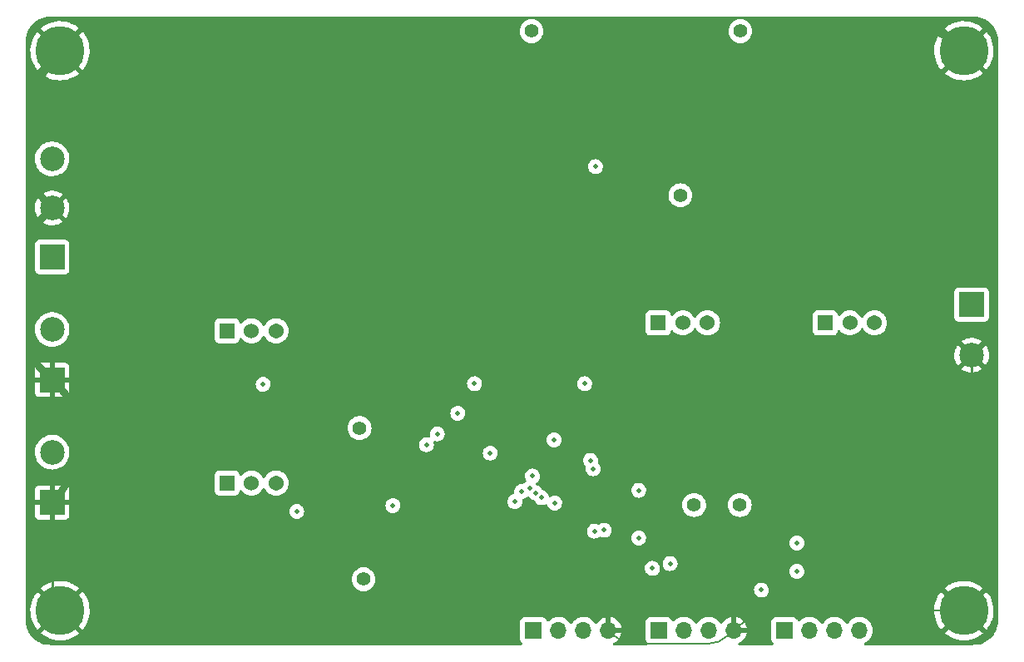
<source format=gbr>
%TF.GenerationSoftware,KiCad,Pcbnew,(6.0.2)*%
%TF.CreationDate,2022-04-13T00:32:55+08:00*%
%TF.ProjectId,wave_generator,77617665-5f67-4656-9e65-7261746f722e,rev?*%
%TF.SameCoordinates,Original*%
%TF.FileFunction,Copper,L4,Bot*%
%TF.FilePolarity,Positive*%
%FSLAX46Y46*%
G04 Gerber Fmt 4.6, Leading zero omitted, Abs format (unit mm)*
G04 Created by KiCad (PCBNEW (6.0.2)) date 2022-04-13 00:32:55*
%MOMM*%
%LPD*%
G01*
G04 APERTURE LIST*
%TA.AperFunction,ComponentPad*%
%ADD10C,5.000000*%
%TD*%
%TA.AperFunction,ComponentPad*%
%ADD11R,1.524000X1.524000*%
%TD*%
%TA.AperFunction,ComponentPad*%
%ADD12C,1.524000*%
%TD*%
%TA.AperFunction,ComponentPad*%
%ADD13C,1.540000*%
%TD*%
%TA.AperFunction,ComponentPad*%
%ADD14R,2.500000X2.500000*%
%TD*%
%TA.AperFunction,ComponentPad*%
%ADD15C,2.500000*%
%TD*%
%TA.AperFunction,ComponentPad*%
%ADD16C,1.400000*%
%TD*%
%TA.AperFunction,ComponentPad*%
%ADD17R,1.700000X1.700000*%
%TD*%
%TA.AperFunction,ComponentPad*%
%ADD18O,1.700000X1.700000*%
%TD*%
%TA.AperFunction,ViaPad*%
%ADD19C,0.500000*%
%TD*%
%TA.AperFunction,Conductor*%
%ADD20C,0.762000*%
%TD*%
%TA.AperFunction,Conductor*%
%ADD21C,0.200000*%
%TD*%
%TA.AperFunction,Conductor*%
%ADD22C,0.254000*%
%TD*%
G04 APERTURE END LIST*
D10*
%TO.P,W1,1,1*%
%TO.N,GND*%
X104000000Y-69000000D03*
%TD*%
%TO.P,W2,1,1*%
%TO.N,GND*%
X196000000Y-69000000D03*
%TD*%
%TO.P,W3,1,1*%
%TO.N,GND*%
X104000000Y-126000000D03*
%TD*%
%TO.P,W4,1,1*%
%TO.N,GND*%
X196000000Y-126000000D03*
%TD*%
D11*
%TO.P,RV3,1,1*%
%TO.N,Net-(RV3-Pad1)*%
X164900000Y-96700000D03*
D12*
%TO.P,RV3,2,2*%
%TO.N,+9V*%
X167400000Y-96700000D03*
D13*
%TO.P,RV3,3,3*%
%TO.N,Net-(RV3-Pad3)*%
X169900000Y-96700000D03*
%TD*%
D11*
%TO.P,RV2,1,1*%
%TO.N,Net-(RV2-Pad1)*%
X121000000Y-113000000D03*
D12*
%TO.P,RV2,2,2*%
%TO.N,+9V*%
X123500000Y-113000000D03*
D13*
%TO.P,RV2,3,3*%
%TO.N,Net-(RV2-Pad3)*%
X126000000Y-113000000D03*
%TD*%
D14*
%TO.P,J2,1,1*%
%TO.N,GND*%
X103200000Y-102500000D03*
D15*
%TO.P,J2,2,2*%
%TO.N,/Frequency*%
X103200000Y-97365851D03*
%TD*%
D16*
%TO.P,TP5,1,1*%
%TO.N,+9V*%
X152000000Y-67000000D03*
%TD*%
D17*
%TO.P,J6,1,Pin_1*%
%TO.N,+3V3*%
X152200000Y-128000000D03*
D18*
%TO.P,J6,2,Pin_2*%
%TO.N,/SWDIO*%
X154740000Y-128000000D03*
%TO.P,J6,3,Pin_3*%
%TO.N,/SWCLK*%
X157280000Y-128000000D03*
%TO.P,J6,4,Pin_4*%
%TO.N,GND*%
X159820000Y-128000000D03*
%TD*%
D16*
%TO.P,TP3,1,1*%
%TO.N,Net-(C26-Pad2)*%
X168550000Y-115250000D03*
%TD*%
D14*
%TO.P,J3,1,1*%
%TO.N,GND*%
X103200000Y-115000000D03*
D15*
%TO.P,J3,2,2*%
%TO.N,/Amplitude*%
X103200000Y-109865851D03*
%TD*%
D11*
%TO.P,RV4,1,1*%
%TO.N,Net-(RV4-Pad1)*%
X181900000Y-96700000D03*
D12*
%TO.P,RV4,2,2*%
%TO.N,+9V*%
X184400000Y-96700000D03*
D13*
%TO.P,RV4,3,3*%
%TO.N,Net-(RV4-Pad3)*%
X186900000Y-96700000D03*
%TD*%
D16*
%TO.P,TP1,1,1*%
%TO.N,Net-(C19-Pad1)*%
X134500000Y-107400000D03*
%TD*%
%TO.P,TP2,1,1*%
%TO.N,Net-(C20-Pad1)*%
X134900000Y-122800000D03*
%TD*%
%TO.P,TP4,1,1*%
%TO.N,/OUT_TEMP*%
X173200000Y-115250000D03*
%TD*%
D11*
%TO.P,RV1,1,1*%
%TO.N,Net-(RV1-Pad1)*%
X121000000Y-97500000D03*
D12*
%TO.P,RV1,2,2*%
%TO.N,+9V*%
X123500000Y-97500000D03*
D13*
%TO.P,RV1,3,3*%
%TO.N,Net-(RV1-Pad3)*%
X126000000Y-97500000D03*
%TD*%
D16*
%TO.P,TP7,1,1*%
%TO.N,-9V*%
X167150000Y-83700000D03*
%TD*%
D14*
%TO.P,J4,1,1*%
%TO.N,Net-(J4-Pad1)*%
X196800000Y-94850000D03*
D15*
%TO.P,J4,2,2*%
%TO.N,GND*%
X196800000Y-99984149D03*
%TD*%
D17*
%TO.P,J5,1,Pin_1*%
%TO.N,+3V3*%
X164950000Y-128000000D03*
D18*
%TO.P,J5,2,Pin_2*%
%TO.N,/USART_TX*%
X167490000Y-128000000D03*
%TO.P,J5,3,Pin_3*%
%TO.N,/USART_RX*%
X170030000Y-128000000D03*
%TO.P,J5,4,Pin_4*%
%TO.N,GND*%
X172570000Y-128000000D03*
%TD*%
D17*
%TO.P,J7,1,Pin_1*%
%TO.N,/DAC_OUT2*%
X177750000Y-128000000D03*
D18*
%TO.P,J7,2,Pin_2*%
%TO.N,/PA6*%
X180290000Y-128000000D03*
%TO.P,J7,3,Pin_3*%
%TO.N,/PA7*%
X182830000Y-128000000D03*
%TO.P,J7,4,Pin_4*%
%TO.N,/PA8*%
X185370000Y-128000000D03*
%TD*%
D16*
%TO.P,TP6,1,1*%
%TO.N,+3V3*%
X173250000Y-67000000D03*
%TD*%
D14*
%TO.P,J1,1,1*%
%TO.N,/-15V*%
X103200000Y-90000000D03*
D15*
%TO.P,J1,2,2*%
%TO.N,GND*%
X103200000Y-85000000D03*
%TO.P,J1,3,3*%
%TO.N,/+15V*%
X103200000Y-80000000D03*
%TD*%
D19*
%TO.N,GND*%
X193900000Y-107700000D03*
X194300000Y-113100000D03*
X190100000Y-116000000D03*
X185000000Y-116000000D03*
X179500000Y-115500000D03*
X175500000Y-112800000D03*
X174700000Y-108700000D03*
X178600000Y-99600000D03*
X173800000Y-99200000D03*
X171300000Y-92000000D03*
X155500000Y-104700000D03*
X150300000Y-104400000D03*
X153100000Y-100500000D03*
X140300000Y-111000000D03*
X131900000Y-114000000D03*
X126900000Y-108700000D03*
X114600000Y-112900000D03*
X113900000Y-107000000D03*
X108400000Y-106400000D03*
X111600000Y-104000000D03*
X109200000Y-100900000D03*
X112600000Y-99900000D03*
X120400000Y-86700000D03*
X120400000Y-71900000D03*
X142500000Y-104200000D03*
X138400000Y-105700000D03*
X134300000Y-111400000D03*
X130000000Y-111200000D03*
X129100000Y-106900000D03*
X142500000Y-125800000D03*
X140300000Y-122700000D03*
X130700000Y-124600000D03*
X123900000Y-124700000D03*
X117800000Y-124600000D03*
X113100000Y-122900000D03*
X110500000Y-119400000D03*
X110100000Y-114200000D03*
X111700000Y-92500000D03*
X116100000Y-92300000D03*
X120900000Y-92000000D03*
X127800000Y-86600000D03*
X127900000Y-82600000D03*
X126200000Y-79900000D03*
X107800000Y-75300000D03*
X111200000Y-79900000D03*
X116500000Y-79000000D03*
X120500000Y-79000000D03*
X136400000Y-96100000D03*
X133400000Y-97100000D03*
X129700000Y-98300000D03*
X130000000Y-94300000D03*
X134400000Y-93000000D03*
X127300000Y-92200000D03*
X156800000Y-96800000D03*
X150400000Y-97000000D03*
X154000000Y-93200000D03*
X149100000Y-92600000D03*
X158400000Y-92800000D03*
X188200000Y-92500000D03*
X184700000Y-90500000D03*
X181000000Y-86800000D03*
X172700000Y-83700000D03*
X180400000Y-78500000D03*
X194300000Y-76100000D03*
X190400000Y-73600000D03*
X194700000Y-79600000D03*
X194300000Y-86700000D03*
X189200000Y-88500000D03*
X190900000Y-82600000D03*
X180600000Y-82100000D03*
X184600000Y-85700000D03*
X177600000Y-88600000D03*
X175800000Y-94700000D03*
X172700000Y-87700000D03*
X175900000Y-83300000D03*
X185900000Y-80200000D03*
X191400000Y-78000000D03*
X142800000Y-81100000D03*
X147400000Y-81000000D03*
X147400000Y-77900000D03*
X147500000Y-74400000D03*
X145500000Y-71600000D03*
X141900000Y-71600000D03*
X101200000Y-118800000D03*
X101300000Y-112500000D03*
X101700000Y-106300000D03*
X106300000Y-102200000D03*
X106000000Y-93700000D03*
X106300000Y-87200000D03*
X106400000Y-81600000D03*
X105800000Y-77400000D03*
X103200000Y-77400000D03*
X148500000Y-128500000D03*
X144500000Y-128500000D03*
X140300000Y-128600000D03*
X136700000Y-128600000D03*
X133200000Y-128600000D03*
X129200000Y-128600000D03*
X125300000Y-128700000D03*
X121800000Y-128700000D03*
X118000000Y-128700000D03*
X114200000Y-128700000D03*
X110600000Y-128700000D03*
X198100000Y-120700000D03*
X198200000Y-118600000D03*
X198200000Y-116100000D03*
X198200000Y-113500000D03*
X198200000Y-111100000D03*
X198200000Y-108500000D03*
X198200000Y-105800000D03*
X198200000Y-103500000D03*
X198200000Y-91300000D03*
X198200000Y-88500000D03*
X198300000Y-85700000D03*
X198300000Y-82900000D03*
X198400000Y-80200000D03*
X198400000Y-77600000D03*
X198500000Y-75000000D03*
X187500000Y-66800000D03*
X183600000Y-66800000D03*
X180300000Y-66800000D03*
X176700000Y-66500000D03*
X170600000Y-66500000D03*
X168500000Y-66500000D03*
X166100000Y-66500000D03*
X163900000Y-66500000D03*
X161700000Y-66500000D03*
X159400000Y-66500000D03*
X126600000Y-66400000D03*
X122900000Y-66400000D03*
X119400000Y-66400000D03*
X115900000Y-66300000D03*
X112400000Y-66200000D03*
X109800000Y-66200000D03*
X188000000Y-112400000D03*
X190200000Y-112400000D03*
X191000000Y-110100000D03*
X191100000Y-107700000D03*
X191100000Y-104800000D03*
X191100000Y-101500000D03*
X191200000Y-98600000D03*
X192200000Y-96700000D03*
X194000000Y-95700000D03*
X194000000Y-102500000D03*
X194000000Y-100000000D03*
X194000000Y-97800000D03*
X192700000Y-128800000D03*
X191600000Y-127100000D03*
X191700000Y-124300000D03*
X193300000Y-122400000D03*
X196000000Y-121800000D03*
X198500000Y-122600000D03*
X198600000Y-72500000D03*
X195900000Y-73300000D03*
X192900000Y-72400000D03*
X191500000Y-70500000D03*
X191200000Y-67900000D03*
X192200000Y-66100000D03*
X106600000Y-129000000D03*
X108100000Y-127500000D03*
X108300000Y-124900000D03*
X106800000Y-122700000D03*
X104200000Y-121800000D03*
X101600000Y-122600000D03*
X101700000Y-73000000D03*
X103800000Y-73100000D03*
X107900000Y-70800000D03*
X108500000Y-68400000D03*
X107500000Y-66300000D03*
X194000000Y-104900000D03*
X188900000Y-102900000D03*
X185600000Y-101900000D03*
X183300000Y-102700000D03*
X178400000Y-106200000D03*
X167600000Y-109000000D03*
X167700000Y-104200000D03*
X138700000Y-117600000D03*
X147200000Y-114900000D03*
X146400000Y-111500000D03*
X152900000Y-110100000D03*
X151400000Y-108900000D03*
%TO.N,/USART_RX*%
X166100000Y-121200000D03*
%TO.N,/USART_TX*%
X164300000Y-121700000D03*
X158400000Y-117900000D03*
%TO.N,/USART_RX*%
X159400000Y-117800000D03*
%TO.N,GND*%
X161825000Y-112575000D03*
X175550000Y-69920710D03*
X156200000Y-89200000D03*
X156200000Y-77800000D03*
X118500000Y-109200000D03*
X129000000Y-103500000D03*
X143300000Y-95200000D03*
X141225000Y-100675000D03*
%TO.N,+3V3*%
X162900000Y-118600000D03*
X144500000Y-105900000D03*
X142400000Y-108000000D03*
X141300000Y-109100000D03*
X154300000Y-108600000D03*
X154350000Y-115050000D03*
%TO.N,GND*%
X169600000Y-75500000D03*
%TO.N,+3V3*%
X158500000Y-80800000D03*
%TO.N,GND*%
X184318934Y-111125000D03*
%TO.N,+3V3*%
X157400000Y-102900000D03*
X146200000Y-102900000D03*
%TO.N,/Freq_LED*%
X179000000Y-122000000D03*
%TO.N,/Amp_LED*%
X179000000Y-119100000D03*
%TO.N,/Freq_LED*%
X158279290Y-111550000D03*
%TO.N,/Amp_LED*%
X158000000Y-110700000D03*
%TO.N,-9V*%
X128100000Y-115900000D03*
X124684497Y-102965000D03*
%TO.N,/PA8*%
X152100000Y-112300000D03*
%TO.N,/SWDIO*%
X150300000Y-114900000D03*
%TO.N,/DAC_OUT2*%
X175400000Y-123900000D03*
%TO.N,/SWCLK*%
X137900000Y-115300000D03*
%TO.N,/DAC_OUT2*%
X153000000Y-114500000D03*
%TO.N,/PA6*%
X152400000Y-114000000D03*
%TO.N,/PA7*%
X151800000Y-113500000D03*
%TO.N,+3V3*%
X162900000Y-113750000D03*
%TO.N,Net-(C20-Pad1)*%
X151000000Y-113850000D03*
%TO.N,Net-(C19-Pad1)*%
X147800000Y-109950000D03*
%TD*%
D20*
%TO.N,GND*%
X187500000Y-66800000D02*
X191400000Y-66800000D01*
X183600000Y-66800000D02*
X187500000Y-66800000D01*
X180300000Y-66800000D02*
X183600000Y-66800000D01*
D21*
X177398427Y-126000000D02*
X196000000Y-126000000D01*
X177398427Y-126000001D02*
G75*
G03*
X172570001Y-128000001I-1J-6828424D01*
G01*
D20*
X195497057Y-68497056D02*
X196000000Y-69000000D01*
X178714213Y-66800000D02*
G75*
G03*
X176300000Y-67800000I2J-3414216D01*
G01*
X176300000Y-67800000D02*
G75*
G03*
X175550000Y-69610660I1810664J-1810662D01*
G01*
X178714213Y-66800000D02*
X180300000Y-66800000D01*
X175550000Y-69920710D02*
X175550000Y-69610660D01*
X195497057Y-68497056D02*
G75*
G03*
X191400000Y-66800000I-4097060J-4097066D01*
G01*
X104000000Y-69000000D02*
G75*
G03*
X100900000Y-76484062I7484066J-7484063D01*
G01*
X100900000Y-80400000D02*
G75*
G03*
X102526346Y-84326346I5552686J-2D01*
G01*
X103200000Y-85000000D02*
X102526346Y-84326346D01*
X100900000Y-80400000D02*
X100900000Y-76484062D01*
D22*
X104000000Y-126000000D02*
G75*
G02*
X103200000Y-124068630I1931366J1931369D01*
G01*
X103200000Y-115000000D02*
X103200000Y-124068630D01*
X157927208Y-89200001D02*
G75*
G02*
X160099999Y-90100001I3J-3072784D01*
G01*
X157927208Y-89200000D02*
X156200000Y-89200000D01*
X160100000Y-90100000D02*
G75*
G02*
X161825000Y-94264518I-4164518J-4164518D01*
G01*
X161825000Y-112575000D02*
X161825000Y-94264518D01*
D20*
X175550000Y-72830762D02*
X175550000Y-69920710D01*
X175550000Y-72830762D02*
G75*
G02*
X174900000Y-74400000I-2219234J-1D01*
G01*
X174900000Y-74400000D02*
G75*
G02*
X172244366Y-75500000I-2655635J2655635D01*
G01*
X169600000Y-75500000D02*
X172244366Y-75500000D01*
X105699992Y-107299989D02*
X105699992Y-108964476D01*
X103199997Y-114999999D02*
G75*
G03*
X105699992Y-108964476I-6035467J6035499D01*
G01*
X105699992Y-107299989D02*
G75*
G03*
X104073655Y-103373657I-5552635J18D01*
G01*
D22*
X103200000Y-102500000D02*
X104073654Y-103373654D01*
D20*
X156200000Y-77800000D02*
X156200000Y-89200000D01*
X103200000Y-102500000D02*
X101976756Y-101276755D01*
X101976756Y-101276755D02*
G75*
G02*
X101000000Y-98918657I2358105J2358101D01*
G01*
X101000000Y-88600000D02*
X101000000Y-98918657D01*
X101000001Y-88600000D02*
G75*
G02*
X101989951Y-86210051I3379901J-1D01*
G01*
X103200000Y-85000000D02*
X101989950Y-86210050D01*
D22*
X119200000Y-109200000D02*
X118500000Y-109200000D01*
X119200000Y-109200000D02*
G75*
G03*
X120053554Y-108846446I-2J1207111D01*
G01*
X121500000Y-107400000D02*
X120053554Y-108846446D01*
X129000000Y-103500000D02*
X126814213Y-103500000D01*
X124400000Y-104500000D02*
G75*
G02*
X126814213Y-103500000I2414210J-2414205D01*
G01*
X124400000Y-104500000D02*
X121500000Y-107400000D01*
X143300000Y-99034315D02*
X143300000Y-95200000D01*
X143300000Y-99034315D02*
G75*
G02*
X142900000Y-100000000I-1365677J-3D01*
G01*
X142900000Y-100000000D02*
G75*
G02*
X141270406Y-100675000I-1629595J1629596D01*
G01*
X141225000Y-100675000D02*
X141270406Y-100675000D01*
D21*
X159820000Y-128000000D02*
X160304771Y-128484771D01*
X172570000Y-128000000D02*
X172118699Y-128451301D01*
X162514328Y-129400000D02*
X169828336Y-129400000D01*
X172118699Y-128451301D02*
G75*
G02*
X169828336Y-129400000I-2290365J2290368D01*
G01*
X162514328Y-129399999D02*
G75*
G02*
X160304772Y-128484770I-2J3124779D01*
G01*
D22*
X196800000Y-106551472D02*
X196800000Y-99984149D01*
X196800000Y-106551472D02*
G75*
G02*
X196200000Y-108000000I-2048527J0D01*
G01*
X196200000Y-108000000D02*
G75*
G02*
X188655583Y-111125000I-7544417J7544416D01*
G01*
X184318934Y-111125000D02*
X188655583Y-111125000D01*
%TD*%
%TA.AperFunction,Conductor*%
%TO.N,GND*%
G36*
X196970057Y-65509500D02*
G01*
X196984858Y-65511805D01*
X196984861Y-65511805D01*
X196993730Y-65513186D01*
X197010899Y-65510941D01*
X197034839Y-65510108D01*
X197292770Y-65525710D01*
X197307874Y-65527544D01*
X197378648Y-65540514D01*
X197588879Y-65579040D01*
X197603641Y-65582678D01*
X197876408Y-65667675D01*
X197890627Y-65673069D01*
X198151140Y-65790316D01*
X198164609Y-65797385D01*
X198409095Y-65945182D01*
X198421617Y-65953825D01*
X198646507Y-66130016D01*
X198657895Y-66140106D01*
X198859894Y-66342105D01*
X198869984Y-66353493D01*
X199046175Y-66578383D01*
X199054818Y-66590905D01*
X199202615Y-66835391D01*
X199209684Y-66848860D01*
X199326930Y-67109370D01*
X199332325Y-67123592D01*
X199406644Y-67362089D01*
X199417321Y-67396353D01*
X199420962Y-67411127D01*
X199472456Y-67692126D01*
X199474290Y-67707230D01*
X199489455Y-67957929D01*
X199488198Y-67984639D01*
X199488195Y-67984859D01*
X199486814Y-67993730D01*
X199487978Y-68002632D01*
X199487978Y-68002635D01*
X199490936Y-68025251D01*
X199492000Y-68041589D01*
X199492000Y-126950672D01*
X199490500Y-126970057D01*
X199488213Y-126984748D01*
X199486814Y-126993730D01*
X199488581Y-127007240D01*
X199489059Y-127010897D01*
X199489892Y-127034839D01*
X199474290Y-127292770D01*
X199472456Y-127307874D01*
X199425546Y-127563860D01*
X199420962Y-127588873D01*
X199417322Y-127603641D01*
X199356363Y-127799267D01*
X199332326Y-127876404D01*
X199326931Y-127890627D01*
X199220099Y-128128000D01*
X199209686Y-128151136D01*
X199202615Y-128164609D01*
X199054818Y-128409095D01*
X199046175Y-128421617D01*
X198869984Y-128646507D01*
X198859894Y-128657895D01*
X198657895Y-128859894D01*
X198646507Y-128869984D01*
X198421617Y-129046175D01*
X198409095Y-129054818D01*
X198164609Y-129202615D01*
X198151140Y-129209684D01*
X197890630Y-129326930D01*
X197876408Y-129332325D01*
X197603641Y-129417322D01*
X197588879Y-129420960D01*
X197402339Y-129455145D01*
X197307874Y-129472456D01*
X197292770Y-129474290D01*
X197042071Y-129489455D01*
X197015361Y-129488198D01*
X197015141Y-129488195D01*
X197006270Y-129486814D01*
X196997368Y-129487978D01*
X196997365Y-129487978D01*
X196974749Y-129490936D01*
X196958411Y-129492000D01*
X185956139Y-129492000D01*
X185888018Y-129471998D01*
X185841525Y-129418342D01*
X185831421Y-129348068D01*
X185860915Y-129283488D01*
X185900707Y-129252849D01*
X185954021Y-129226731D01*
X186067994Y-129170896D01*
X186249860Y-129041173D01*
X186278371Y-129012762D01*
X186393616Y-128897918D01*
X186408096Y-128883489D01*
X186538453Y-128702077D01*
X186551995Y-128674678D01*
X186635136Y-128506453D01*
X186635137Y-128506451D01*
X186637430Y-128501811D01*
X186698234Y-128301681D01*
X194063860Y-128301681D01*
X194063878Y-128301933D01*
X194069793Y-128310677D01*
X194101111Y-128339174D01*
X194106748Y-128343738D01*
X194382544Y-128541918D01*
X194388682Y-128545813D01*
X194685435Y-128710984D01*
X194691955Y-128714136D01*
X195005738Y-128844109D01*
X195012589Y-128846495D01*
X195339212Y-128939536D01*
X195346301Y-128941120D01*
X195681465Y-128996006D01*
X195688671Y-128996763D01*
X196027926Y-129012762D01*
X196035176Y-129012686D01*
X196374010Y-128989587D01*
X196381219Y-128988676D01*
X196715160Y-128926784D01*
X196722190Y-128925057D01*
X197046819Y-128825187D01*
X197053597Y-128822667D01*
X197364603Y-128686145D01*
X197371043Y-128682864D01*
X197664293Y-128511502D01*
X197670326Y-128507493D01*
X197928828Y-128313405D01*
X197937282Y-128302078D01*
X197930537Y-128289748D01*
X196012810Y-126372020D01*
X195998869Y-126364408D01*
X195997034Y-126364539D01*
X195990420Y-126368790D01*
X194071474Y-128287737D01*
X194063860Y-128301681D01*
X186698234Y-128301681D01*
X186702370Y-128288069D01*
X186731529Y-128066590D01*
X186731611Y-128063240D01*
X186733074Y-128003365D01*
X186733074Y-128003361D01*
X186733156Y-128000000D01*
X186714852Y-127777361D01*
X186660431Y-127560702D01*
X186571354Y-127355840D01*
X186450014Y-127168277D01*
X186299670Y-127003051D01*
X186295619Y-126999852D01*
X186295615Y-126999848D01*
X186128414Y-126867800D01*
X186128410Y-126867798D01*
X186124359Y-126864598D01*
X186088028Y-126844542D01*
X186072136Y-126835769D01*
X185928789Y-126756638D01*
X185923920Y-126754914D01*
X185923916Y-126754912D01*
X185723087Y-126683795D01*
X185723083Y-126683794D01*
X185718212Y-126682069D01*
X185713119Y-126681162D01*
X185713116Y-126681161D01*
X185503373Y-126643800D01*
X185503367Y-126643799D01*
X185498284Y-126642894D01*
X185424452Y-126641992D01*
X185280081Y-126640228D01*
X185280079Y-126640228D01*
X185274911Y-126640165D01*
X185054091Y-126673955D01*
X184841756Y-126743357D01*
X184643607Y-126846507D01*
X184639474Y-126849610D01*
X184639471Y-126849612D01*
X184472804Y-126974749D01*
X184464965Y-126980635D01*
X184446605Y-126999848D01*
X184353729Y-127097037D01*
X184310629Y-127142138D01*
X184203201Y-127299621D01*
X184148293Y-127344621D01*
X184077768Y-127352792D01*
X184014021Y-127321538D01*
X183993324Y-127297054D01*
X183912822Y-127172617D01*
X183912820Y-127172614D01*
X183910014Y-127168277D01*
X183759670Y-127003051D01*
X183755619Y-126999852D01*
X183755615Y-126999848D01*
X183588414Y-126867800D01*
X183588410Y-126867798D01*
X183584359Y-126864598D01*
X183548028Y-126844542D01*
X183532136Y-126835769D01*
X183388789Y-126756638D01*
X183383920Y-126754914D01*
X183383916Y-126754912D01*
X183183087Y-126683795D01*
X183183083Y-126683794D01*
X183178212Y-126682069D01*
X183173119Y-126681162D01*
X183173116Y-126681161D01*
X182963373Y-126643800D01*
X182963367Y-126643799D01*
X182958284Y-126642894D01*
X182884452Y-126641992D01*
X182740081Y-126640228D01*
X182740079Y-126640228D01*
X182734911Y-126640165D01*
X182514091Y-126673955D01*
X182301756Y-126743357D01*
X182103607Y-126846507D01*
X182099474Y-126849610D01*
X182099471Y-126849612D01*
X181932804Y-126974749D01*
X181924965Y-126980635D01*
X181906605Y-126999848D01*
X181813729Y-127097037D01*
X181770629Y-127142138D01*
X181663201Y-127299621D01*
X181608293Y-127344621D01*
X181537768Y-127352792D01*
X181474021Y-127321538D01*
X181453324Y-127297054D01*
X181372822Y-127172617D01*
X181372820Y-127172614D01*
X181370014Y-127168277D01*
X181219670Y-127003051D01*
X181215619Y-126999852D01*
X181215615Y-126999848D01*
X181048414Y-126867800D01*
X181048410Y-126867798D01*
X181044359Y-126864598D01*
X181008028Y-126844542D01*
X180992136Y-126835769D01*
X180848789Y-126756638D01*
X180843920Y-126754914D01*
X180843916Y-126754912D01*
X180643087Y-126683795D01*
X180643083Y-126683794D01*
X180638212Y-126682069D01*
X180633119Y-126681162D01*
X180633116Y-126681161D01*
X180423373Y-126643800D01*
X180423367Y-126643799D01*
X180418284Y-126642894D01*
X180344452Y-126641992D01*
X180200081Y-126640228D01*
X180200079Y-126640228D01*
X180194911Y-126640165D01*
X179974091Y-126673955D01*
X179761756Y-126743357D01*
X179563607Y-126846507D01*
X179559474Y-126849610D01*
X179559471Y-126849612D01*
X179392804Y-126974749D01*
X179384965Y-126980635D01*
X179326256Y-127042071D01*
X179304283Y-127065064D01*
X179242759Y-127100494D01*
X179171846Y-127097037D01*
X179114060Y-127055791D01*
X179095207Y-127022243D01*
X179053767Y-126911703D01*
X179050615Y-126903295D01*
X178963261Y-126786739D01*
X178846705Y-126699385D01*
X178710316Y-126648255D01*
X178648134Y-126641500D01*
X176851866Y-126641500D01*
X176789684Y-126648255D01*
X176653295Y-126699385D01*
X176536739Y-126786739D01*
X176449385Y-126903295D01*
X176398255Y-127039684D01*
X176391500Y-127101866D01*
X176391500Y-128898134D01*
X176398255Y-128960316D01*
X176449385Y-129096705D01*
X176536739Y-129213261D01*
X176543919Y-129218642D01*
X176543920Y-129218643D01*
X176606006Y-129265174D01*
X176648521Y-129322033D01*
X176653547Y-129392852D01*
X176619487Y-129455145D01*
X176557155Y-129489135D01*
X176530441Y-129492000D01*
X173155004Y-129492000D01*
X173086883Y-129471998D01*
X173040390Y-129418342D01*
X173030286Y-129348068D01*
X173059780Y-129283488D01*
X173099571Y-129252849D01*
X173263095Y-129172739D01*
X173271945Y-129167464D01*
X173445328Y-129043792D01*
X173453200Y-129037139D01*
X173604052Y-128886812D01*
X173610730Y-128878965D01*
X173735003Y-128706020D01*
X173740313Y-128697183D01*
X173834670Y-128506267D01*
X173838469Y-128496672D01*
X173900377Y-128292910D01*
X173902555Y-128282837D01*
X173903986Y-128271962D01*
X173901775Y-128257778D01*
X173888617Y-128254000D01*
X172442000Y-128254000D01*
X172373879Y-128233998D01*
X172327386Y-128180342D01*
X172316000Y-128128000D01*
X172316000Y-127727885D01*
X172824000Y-127727885D01*
X172828475Y-127743124D01*
X172829865Y-127744329D01*
X172837548Y-127746000D01*
X173888344Y-127746000D01*
X173901875Y-127742027D01*
X173903180Y-127732947D01*
X173861214Y-127565875D01*
X173857894Y-127556124D01*
X173772972Y-127360814D01*
X173768105Y-127351739D01*
X173652426Y-127172926D01*
X173646136Y-127164757D01*
X173502806Y-127007240D01*
X173495273Y-127000215D01*
X173328139Y-126868222D01*
X173319552Y-126862517D01*
X173133117Y-126759599D01*
X173123705Y-126755369D01*
X172922959Y-126684280D01*
X172912988Y-126681646D01*
X172841837Y-126668972D01*
X172828540Y-126670432D01*
X172824000Y-126684989D01*
X172824000Y-127727885D01*
X172316000Y-127727885D01*
X172316000Y-126683102D01*
X172312082Y-126669758D01*
X172297806Y-126667771D01*
X172259324Y-126673660D01*
X172249288Y-126676051D01*
X172046868Y-126742212D01*
X172037359Y-126746209D01*
X171848463Y-126844542D01*
X171839738Y-126850036D01*
X171669433Y-126977905D01*
X171661726Y-126984748D01*
X171514590Y-127138717D01*
X171508109Y-127146722D01*
X171403498Y-127300074D01*
X171348587Y-127345076D01*
X171278062Y-127353247D01*
X171214315Y-127321993D01*
X171193618Y-127297509D01*
X171112822Y-127172617D01*
X171112820Y-127172614D01*
X171110014Y-127168277D01*
X170959670Y-127003051D01*
X170955619Y-126999852D01*
X170955615Y-126999848D01*
X170788414Y-126867800D01*
X170788410Y-126867798D01*
X170784359Y-126864598D01*
X170748028Y-126844542D01*
X170732136Y-126835769D01*
X170588789Y-126756638D01*
X170583920Y-126754914D01*
X170583916Y-126754912D01*
X170383087Y-126683795D01*
X170383083Y-126683794D01*
X170378212Y-126682069D01*
X170373119Y-126681162D01*
X170373116Y-126681161D01*
X170163373Y-126643800D01*
X170163367Y-126643799D01*
X170158284Y-126642894D01*
X170084452Y-126641992D01*
X169940081Y-126640228D01*
X169940079Y-126640228D01*
X169934911Y-126640165D01*
X169714091Y-126673955D01*
X169501756Y-126743357D01*
X169303607Y-126846507D01*
X169299474Y-126849610D01*
X169299471Y-126849612D01*
X169132804Y-126974749D01*
X169124965Y-126980635D01*
X169106605Y-126999848D01*
X169013729Y-127097037D01*
X168970629Y-127142138D01*
X168863201Y-127299621D01*
X168808293Y-127344621D01*
X168737768Y-127352792D01*
X168674021Y-127321538D01*
X168653324Y-127297054D01*
X168572822Y-127172617D01*
X168572820Y-127172614D01*
X168570014Y-127168277D01*
X168419670Y-127003051D01*
X168415619Y-126999852D01*
X168415615Y-126999848D01*
X168248414Y-126867800D01*
X168248410Y-126867798D01*
X168244359Y-126864598D01*
X168208028Y-126844542D01*
X168192136Y-126835769D01*
X168048789Y-126756638D01*
X168043920Y-126754914D01*
X168043916Y-126754912D01*
X167843087Y-126683795D01*
X167843083Y-126683794D01*
X167838212Y-126682069D01*
X167833119Y-126681162D01*
X167833116Y-126681161D01*
X167623373Y-126643800D01*
X167623367Y-126643799D01*
X167618284Y-126642894D01*
X167544452Y-126641992D01*
X167400081Y-126640228D01*
X167400079Y-126640228D01*
X167394911Y-126640165D01*
X167174091Y-126673955D01*
X166961756Y-126743357D01*
X166763607Y-126846507D01*
X166759474Y-126849610D01*
X166759471Y-126849612D01*
X166592804Y-126974749D01*
X166584965Y-126980635D01*
X166526256Y-127042071D01*
X166504283Y-127065064D01*
X166442759Y-127100494D01*
X166371846Y-127097037D01*
X166314060Y-127055791D01*
X166295207Y-127022243D01*
X166253767Y-126911703D01*
X166250615Y-126903295D01*
X166163261Y-126786739D01*
X166046705Y-126699385D01*
X165910316Y-126648255D01*
X165848134Y-126641500D01*
X164051866Y-126641500D01*
X163989684Y-126648255D01*
X163853295Y-126699385D01*
X163736739Y-126786739D01*
X163649385Y-126903295D01*
X163598255Y-127039684D01*
X163591500Y-127101866D01*
X163591500Y-128898134D01*
X163598255Y-128960316D01*
X163649385Y-129096705D01*
X163736739Y-129213261D01*
X163743919Y-129218642D01*
X163743920Y-129218643D01*
X163806006Y-129265174D01*
X163848521Y-129322033D01*
X163853547Y-129392852D01*
X163819487Y-129455145D01*
X163757155Y-129489135D01*
X163730441Y-129492000D01*
X160405004Y-129492000D01*
X160336883Y-129471998D01*
X160290390Y-129418342D01*
X160280286Y-129348068D01*
X160309780Y-129283488D01*
X160349571Y-129252849D01*
X160513095Y-129172739D01*
X160521945Y-129167464D01*
X160695328Y-129043792D01*
X160703200Y-129037139D01*
X160854052Y-128886812D01*
X160860730Y-128878965D01*
X160985003Y-128706020D01*
X160990313Y-128697183D01*
X161084670Y-128506267D01*
X161088469Y-128496672D01*
X161150377Y-128292910D01*
X161152555Y-128282837D01*
X161153986Y-128271962D01*
X161151775Y-128257778D01*
X161138617Y-128254000D01*
X159692000Y-128254000D01*
X159623879Y-128233998D01*
X159577386Y-128180342D01*
X159566000Y-128128000D01*
X159566000Y-127727885D01*
X160074000Y-127727885D01*
X160078475Y-127743124D01*
X160079865Y-127744329D01*
X160087548Y-127746000D01*
X161138344Y-127746000D01*
X161151875Y-127742027D01*
X161153180Y-127732947D01*
X161111214Y-127565875D01*
X161107894Y-127556124D01*
X161022972Y-127360814D01*
X161018105Y-127351739D01*
X160902426Y-127172926D01*
X160896136Y-127164757D01*
X160752806Y-127007240D01*
X160745273Y-127000215D01*
X160578139Y-126868222D01*
X160569552Y-126862517D01*
X160383117Y-126759599D01*
X160373705Y-126755369D01*
X160172959Y-126684280D01*
X160162988Y-126681646D01*
X160091837Y-126668972D01*
X160078540Y-126670432D01*
X160074000Y-126684989D01*
X160074000Y-127727885D01*
X159566000Y-127727885D01*
X159566000Y-126683102D01*
X159562082Y-126669758D01*
X159547806Y-126667771D01*
X159509324Y-126673660D01*
X159499288Y-126676051D01*
X159296868Y-126742212D01*
X159287359Y-126746209D01*
X159098463Y-126844542D01*
X159089738Y-126850036D01*
X158919433Y-126977905D01*
X158911726Y-126984748D01*
X158764590Y-127138717D01*
X158758109Y-127146722D01*
X158653498Y-127300074D01*
X158598587Y-127345076D01*
X158528062Y-127353247D01*
X158464315Y-127321993D01*
X158443618Y-127297509D01*
X158362822Y-127172617D01*
X158362820Y-127172614D01*
X158360014Y-127168277D01*
X158209670Y-127003051D01*
X158205619Y-126999852D01*
X158205615Y-126999848D01*
X158038414Y-126867800D01*
X158038410Y-126867798D01*
X158034359Y-126864598D01*
X157998028Y-126844542D01*
X157982136Y-126835769D01*
X157838789Y-126756638D01*
X157833920Y-126754914D01*
X157833916Y-126754912D01*
X157633087Y-126683795D01*
X157633083Y-126683794D01*
X157628212Y-126682069D01*
X157623119Y-126681162D01*
X157623116Y-126681161D01*
X157413373Y-126643800D01*
X157413367Y-126643799D01*
X157408284Y-126642894D01*
X157334452Y-126641992D01*
X157190081Y-126640228D01*
X157190079Y-126640228D01*
X157184911Y-126640165D01*
X156964091Y-126673955D01*
X156751756Y-126743357D01*
X156553607Y-126846507D01*
X156549474Y-126849610D01*
X156549471Y-126849612D01*
X156382804Y-126974749D01*
X156374965Y-126980635D01*
X156356605Y-126999848D01*
X156263729Y-127097037D01*
X156220629Y-127142138D01*
X156113201Y-127299621D01*
X156058293Y-127344621D01*
X155987768Y-127352792D01*
X155924021Y-127321538D01*
X155903324Y-127297054D01*
X155822822Y-127172617D01*
X155822820Y-127172614D01*
X155820014Y-127168277D01*
X155669670Y-127003051D01*
X155665619Y-126999852D01*
X155665615Y-126999848D01*
X155498414Y-126867800D01*
X155498410Y-126867798D01*
X155494359Y-126864598D01*
X155458028Y-126844542D01*
X155442136Y-126835769D01*
X155298789Y-126756638D01*
X155293920Y-126754914D01*
X155293916Y-126754912D01*
X155093087Y-126683795D01*
X155093083Y-126683794D01*
X155088212Y-126682069D01*
X155083119Y-126681162D01*
X155083116Y-126681161D01*
X154873373Y-126643800D01*
X154873367Y-126643799D01*
X154868284Y-126642894D01*
X154794452Y-126641992D01*
X154650081Y-126640228D01*
X154650079Y-126640228D01*
X154644911Y-126640165D01*
X154424091Y-126673955D01*
X154211756Y-126743357D01*
X154013607Y-126846507D01*
X154009474Y-126849610D01*
X154009471Y-126849612D01*
X153842804Y-126974749D01*
X153834965Y-126980635D01*
X153776256Y-127042071D01*
X153754283Y-127065064D01*
X153692759Y-127100494D01*
X153621846Y-127097037D01*
X153564060Y-127055791D01*
X153545207Y-127022243D01*
X153503767Y-126911703D01*
X153500615Y-126903295D01*
X153413261Y-126786739D01*
X153296705Y-126699385D01*
X153160316Y-126648255D01*
X153098134Y-126641500D01*
X151301866Y-126641500D01*
X151239684Y-126648255D01*
X151103295Y-126699385D01*
X150986739Y-126786739D01*
X150899385Y-126903295D01*
X150848255Y-127039684D01*
X150841500Y-127101866D01*
X150841500Y-128898134D01*
X150848255Y-128960316D01*
X150899385Y-129096705D01*
X150986739Y-129213261D01*
X150993919Y-129218642D01*
X150993920Y-129218643D01*
X151056006Y-129265174D01*
X151098521Y-129322033D01*
X151103547Y-129392852D01*
X151069487Y-129455145D01*
X151007155Y-129489135D01*
X150980441Y-129492000D01*
X103049328Y-129492000D01*
X103029943Y-129490500D01*
X103015142Y-129488195D01*
X103015139Y-129488195D01*
X103006270Y-129486814D01*
X102989101Y-129489059D01*
X102965161Y-129489892D01*
X102707230Y-129474290D01*
X102692126Y-129472456D01*
X102597661Y-129455145D01*
X102411121Y-129420960D01*
X102396359Y-129417322D01*
X102123592Y-129332325D01*
X102109370Y-129326930D01*
X101848860Y-129209684D01*
X101835391Y-129202615D01*
X101590905Y-129054818D01*
X101578383Y-129046175D01*
X101353493Y-128869984D01*
X101342105Y-128859894D01*
X101140106Y-128657895D01*
X101130016Y-128646507D01*
X100953825Y-128421617D01*
X100945182Y-128409095D01*
X100880248Y-128301681D01*
X102063860Y-128301681D01*
X102063878Y-128301933D01*
X102069793Y-128310677D01*
X102101111Y-128339174D01*
X102106748Y-128343738D01*
X102382544Y-128541918D01*
X102388682Y-128545813D01*
X102685435Y-128710984D01*
X102691955Y-128714136D01*
X103005738Y-128844109D01*
X103012589Y-128846495D01*
X103339212Y-128939536D01*
X103346301Y-128941120D01*
X103681465Y-128996006D01*
X103688671Y-128996763D01*
X104027926Y-129012762D01*
X104035176Y-129012686D01*
X104374010Y-128989587D01*
X104381219Y-128988676D01*
X104715160Y-128926784D01*
X104722190Y-128925057D01*
X105046819Y-128825187D01*
X105053597Y-128822667D01*
X105364603Y-128686145D01*
X105371043Y-128682864D01*
X105664293Y-128511502D01*
X105670326Y-128507493D01*
X105928828Y-128313405D01*
X105937282Y-128302078D01*
X105930537Y-128289748D01*
X104012810Y-126372020D01*
X103998869Y-126364408D01*
X103997034Y-126364539D01*
X103990420Y-126368790D01*
X102071474Y-128287737D01*
X102063860Y-128301681D01*
X100880248Y-128301681D01*
X100797385Y-128164609D01*
X100790314Y-128151136D01*
X100779902Y-128128000D01*
X100673069Y-127890627D01*
X100667674Y-127876404D01*
X100643637Y-127799267D01*
X100582678Y-127603641D01*
X100579038Y-127588873D01*
X100574455Y-127563860D01*
X100527544Y-127307874D01*
X100525710Y-127292770D01*
X100510545Y-127042071D01*
X100511802Y-127015361D01*
X100511805Y-127015141D01*
X100513186Y-127006270D01*
X100511547Y-126993730D01*
X100509064Y-126974749D01*
X100508000Y-126958411D01*
X100508000Y-125908987D01*
X100988484Y-125908987D01*
X100997374Y-126248505D01*
X100997980Y-126255721D01*
X101045835Y-126591963D01*
X101047269Y-126599074D01*
X101133455Y-126927595D01*
X101135692Y-126934478D01*
X101259064Y-127250914D01*
X101262081Y-127257503D01*
X101421002Y-127557652D01*
X101424761Y-127563860D01*
X101617129Y-127843757D01*
X101621574Y-127849486D01*
X101688743Y-127926484D01*
X101701917Y-127934888D01*
X101711769Y-127929020D01*
X103627980Y-126012810D01*
X103634357Y-126001131D01*
X104364408Y-126001131D01*
X104364539Y-126002966D01*
X104368790Y-126009580D01*
X106286268Y-127927057D01*
X106299622Y-127934349D01*
X106309594Y-127927295D01*
X106416641Y-127799267D01*
X106420957Y-127793456D01*
X106607432Y-127509575D01*
X106611046Y-127503313D01*
X106763658Y-127199882D01*
X106766530Y-127193244D01*
X106883249Y-126874293D01*
X106885345Y-126867351D01*
X106964631Y-126537103D01*
X106965915Y-126529964D01*
X107006816Y-126191973D01*
X107007240Y-126186403D01*
X107013010Y-126002797D01*
X107012937Y-125997204D01*
X107007850Y-125908987D01*
X192988484Y-125908987D01*
X192997374Y-126248505D01*
X192997980Y-126255721D01*
X193045835Y-126591963D01*
X193047269Y-126599074D01*
X193133455Y-126927595D01*
X193135692Y-126934478D01*
X193259064Y-127250914D01*
X193262081Y-127257503D01*
X193421002Y-127557652D01*
X193424761Y-127563860D01*
X193617129Y-127843757D01*
X193621574Y-127849486D01*
X193688743Y-127926484D01*
X193701917Y-127934888D01*
X193711769Y-127929020D01*
X195627980Y-126012810D01*
X195634357Y-126001131D01*
X196364408Y-126001131D01*
X196364539Y-126002966D01*
X196368790Y-126009580D01*
X198286268Y-127927057D01*
X198299622Y-127934349D01*
X198309594Y-127927295D01*
X198416641Y-127799267D01*
X198420957Y-127793456D01*
X198607432Y-127509575D01*
X198611046Y-127503313D01*
X198763658Y-127199882D01*
X198766530Y-127193244D01*
X198883249Y-126874293D01*
X198885345Y-126867351D01*
X198964631Y-126537103D01*
X198965915Y-126529964D01*
X199006816Y-126191973D01*
X199007240Y-126186403D01*
X199013010Y-126002797D01*
X199012937Y-125997204D01*
X198993338Y-125657303D01*
X198992506Y-125650113D01*
X198934113Y-125315529D01*
X198932458Y-125308474D01*
X198835998Y-124982834D01*
X198833540Y-124976006D01*
X198700290Y-124663608D01*
X198697073Y-124657125D01*
X198528788Y-124362089D01*
X198524856Y-124356034D01*
X198323774Y-124082295D01*
X198319166Y-124076726D01*
X198313830Y-124070984D01*
X198300178Y-124062866D01*
X198299570Y-124062887D01*
X198291092Y-124068119D01*
X196372020Y-125987190D01*
X196364408Y-126001131D01*
X195634357Y-126001131D01*
X195635592Y-125998869D01*
X195635461Y-125997034D01*
X195631210Y-125990420D01*
X193712374Y-124071585D01*
X193699581Y-124064599D01*
X193688827Y-124072464D01*
X193528037Y-124277527D01*
X193523902Y-124283476D01*
X193346440Y-124573068D01*
X193343019Y-124579447D01*
X193200016Y-124887522D01*
X193197356Y-124894241D01*
X193090711Y-125216707D01*
X193088834Y-125223711D01*
X193019961Y-125556288D01*
X193018904Y-125563449D01*
X192988712Y-125901735D01*
X192988484Y-125908987D01*
X107007850Y-125908987D01*
X106993338Y-125657303D01*
X106992506Y-125650113D01*
X106934113Y-125315529D01*
X106932458Y-125308474D01*
X106835998Y-124982834D01*
X106833540Y-124976006D01*
X106700290Y-124663608D01*
X106697073Y-124657125D01*
X106528788Y-124362089D01*
X106524856Y-124356034D01*
X106323774Y-124082295D01*
X106319166Y-124076726D01*
X106313830Y-124070984D01*
X106300178Y-124062866D01*
X106299570Y-124062887D01*
X106291092Y-124068119D01*
X104372020Y-125987190D01*
X104364408Y-126001131D01*
X103634357Y-126001131D01*
X103635592Y-125998869D01*
X103635461Y-125997034D01*
X103631210Y-125990420D01*
X101712374Y-124071585D01*
X101699581Y-124064599D01*
X101688827Y-124072464D01*
X101528037Y-124277527D01*
X101523902Y-124283476D01*
X101346440Y-124573068D01*
X101343019Y-124579447D01*
X101200016Y-124887522D01*
X101197356Y-124894241D01*
X101090711Y-125216707D01*
X101088834Y-125223711D01*
X101019961Y-125556288D01*
X101018904Y-125563449D01*
X100988712Y-125901735D01*
X100988484Y-125908987D01*
X100508000Y-125908987D01*
X100508000Y-123701048D01*
X102065132Y-123701048D01*
X102071527Y-123712316D01*
X103987190Y-125627980D01*
X104001131Y-125635592D01*
X104002966Y-125635461D01*
X104009580Y-125631210D01*
X105927074Y-123713716D01*
X105934466Y-123700179D01*
X105927679Y-123690479D01*
X105824476Y-123602335D01*
X105818704Y-123597953D01*
X105536796Y-123408519D01*
X105530575Y-123404839D01*
X105228757Y-123249060D01*
X105222146Y-123246116D01*
X104904439Y-123126065D01*
X104897513Y-123123894D01*
X104568112Y-123041155D01*
X104561005Y-123039799D01*
X104224278Y-122995468D01*
X104217036Y-122994937D01*
X103877467Y-122989602D01*
X103870205Y-122989906D01*
X103532256Y-123023638D01*
X103525108Y-123024770D01*
X103193263Y-123097124D01*
X103186285Y-123099072D01*
X102864960Y-123209086D01*
X102858253Y-123211823D01*
X102551707Y-123358039D01*
X102545349Y-123361534D01*
X102257654Y-123542005D01*
X102251731Y-123546214D01*
X102073601Y-123688923D01*
X102065132Y-123701048D01*
X100508000Y-123701048D01*
X100508000Y-122800000D01*
X133686884Y-122800000D01*
X133705314Y-123010655D01*
X133706738Y-123015968D01*
X133706738Y-123015970D01*
X133757945Y-123207075D01*
X133760044Y-123214910D01*
X133762366Y-123219891D01*
X133762367Y-123219892D01*
X133801327Y-123303441D01*
X133849411Y-123406558D01*
X133970699Y-123579776D01*
X134120224Y-123729301D01*
X134293442Y-123850589D01*
X134298420Y-123852910D01*
X134298423Y-123852912D01*
X134445110Y-123921313D01*
X134485090Y-123939956D01*
X134490398Y-123941378D01*
X134490400Y-123941379D01*
X134684030Y-123993262D01*
X134684032Y-123993262D01*
X134689345Y-123994686D01*
X134900000Y-124013116D01*
X135110655Y-123994686D01*
X135115968Y-123993262D01*
X135115970Y-123993262D01*
X135309600Y-123941379D01*
X135309602Y-123941378D01*
X135314910Y-123939956D01*
X135354890Y-123921313D01*
X135423450Y-123889343D01*
X174636775Y-123889343D01*
X174653381Y-124058699D01*
X174655605Y-124065384D01*
X174655605Y-124065385D01*
X174657960Y-124072464D01*
X174707094Y-124220167D01*
X174710741Y-124226189D01*
X174710742Y-124226191D01*
X174741833Y-124277527D01*
X174795246Y-124365723D01*
X174913455Y-124488132D01*
X175055846Y-124581310D01*
X175062450Y-124583766D01*
X175062452Y-124583767D01*
X175098844Y-124597301D01*
X175215341Y-124640626D01*
X175384015Y-124663132D01*
X175391026Y-124662494D01*
X175391030Y-124662494D01*
X175546462Y-124648348D01*
X175553483Y-124647709D01*
X175560185Y-124645531D01*
X175560187Y-124645531D01*
X175708623Y-124597301D01*
X175708626Y-124597300D01*
X175715322Y-124595124D01*
X175861490Y-124507990D01*
X175866584Y-124503139D01*
X175866588Y-124503136D01*
X175933833Y-124439099D01*
X175984721Y-124390639D01*
X176078891Y-124248902D01*
X176139319Y-124089825D01*
X176163001Y-123921313D01*
X176163299Y-123900000D01*
X176144331Y-123730892D01*
X176133938Y-123701048D01*
X194065132Y-123701048D01*
X194071527Y-123712316D01*
X195987190Y-125627980D01*
X196001131Y-125635592D01*
X196002966Y-125635461D01*
X196009580Y-125631210D01*
X197927074Y-123713716D01*
X197934466Y-123700179D01*
X197927679Y-123690479D01*
X197824476Y-123602335D01*
X197818704Y-123597953D01*
X197536796Y-123408519D01*
X197530575Y-123404839D01*
X197228757Y-123249060D01*
X197222146Y-123246116D01*
X196904439Y-123126065D01*
X196897513Y-123123894D01*
X196568112Y-123041155D01*
X196561005Y-123039799D01*
X196224278Y-122995468D01*
X196217036Y-122994937D01*
X195877467Y-122989602D01*
X195870205Y-122989906D01*
X195532256Y-123023638D01*
X195525108Y-123024770D01*
X195193263Y-123097124D01*
X195186285Y-123099072D01*
X194864960Y-123209086D01*
X194858253Y-123211823D01*
X194551707Y-123358039D01*
X194545349Y-123361534D01*
X194257654Y-123542005D01*
X194251731Y-123546214D01*
X194073601Y-123688923D01*
X194065132Y-123701048D01*
X176133938Y-123701048D01*
X176088368Y-123570189D01*
X176082383Y-123560610D01*
X176060420Y-123525464D01*
X175998192Y-123425879D01*
X175878286Y-123305132D01*
X175862039Y-123294821D01*
X175789931Y-123249060D01*
X175734608Y-123213951D01*
X175574300Y-123156868D01*
X175405329Y-123136720D01*
X175398326Y-123137456D01*
X175398325Y-123137456D01*
X175243101Y-123153770D01*
X175243097Y-123153771D01*
X175236093Y-123154507D01*
X175229422Y-123156778D01*
X175081673Y-123207075D01*
X175081670Y-123207076D01*
X175075003Y-123209346D01*
X175069005Y-123213036D01*
X175069003Y-123213037D01*
X174936065Y-123294821D01*
X174936063Y-123294823D01*
X174930066Y-123298512D01*
X174925033Y-123303441D01*
X174817732Y-123408519D01*
X174808486Y-123417573D01*
X174716304Y-123560610D01*
X174702712Y-123597953D01*
X174661088Y-123712316D01*
X174658103Y-123720516D01*
X174636775Y-123889343D01*
X135423450Y-123889343D01*
X135501577Y-123852912D01*
X135501580Y-123852910D01*
X135506558Y-123850589D01*
X135679776Y-123729301D01*
X135829301Y-123579776D01*
X135950589Y-123406558D01*
X135998674Y-123303441D01*
X136037633Y-123219892D01*
X136037634Y-123219891D01*
X136039956Y-123214910D01*
X136042056Y-123207075D01*
X136093262Y-123015970D01*
X136093262Y-123015968D01*
X136094686Y-123010655D01*
X136113116Y-122800000D01*
X136094686Y-122589345D01*
X136066665Y-122484768D01*
X136041379Y-122390400D01*
X136041378Y-122390398D01*
X136039956Y-122385090D01*
X135994744Y-122288132D01*
X135952912Y-122198423D01*
X135952910Y-122198420D01*
X135950589Y-122193442D01*
X135829301Y-122020224D01*
X135679776Y-121870699D01*
X135506558Y-121749411D01*
X135501580Y-121747090D01*
X135501577Y-121747088D01*
X135377742Y-121689343D01*
X163536775Y-121689343D01*
X163553381Y-121858699D01*
X163555605Y-121865384D01*
X163555605Y-121865385D01*
X163559619Y-121877452D01*
X163607094Y-122020167D01*
X163610741Y-122026189D01*
X163610742Y-122026191D01*
X163624497Y-122048902D01*
X163695246Y-122165723D01*
X163813455Y-122288132D01*
X163955846Y-122381310D01*
X163962450Y-122383766D01*
X163962452Y-122383767D01*
X163998844Y-122397301D01*
X164115341Y-122440626D01*
X164284015Y-122463132D01*
X164291026Y-122462494D01*
X164291030Y-122462494D01*
X164446462Y-122448348D01*
X164453483Y-122447709D01*
X164460185Y-122445531D01*
X164460187Y-122445531D01*
X164608623Y-122397301D01*
X164608626Y-122397300D01*
X164615322Y-122395124D01*
X164761490Y-122307990D01*
X164766584Y-122303139D01*
X164766588Y-122303136D01*
X164833833Y-122239099D01*
X164884721Y-122190639D01*
X164889900Y-122182845D01*
X164974990Y-122054773D01*
X164978891Y-122048902D01*
X165001515Y-121989343D01*
X178236775Y-121989343D01*
X178253381Y-122158699D01*
X178255605Y-122165384D01*
X178255605Y-122165385D01*
X178257402Y-122170787D01*
X178307094Y-122320167D01*
X178310741Y-122326189D01*
X178310742Y-122326191D01*
X178380047Y-122440626D01*
X178395246Y-122465723D01*
X178513455Y-122588132D01*
X178655846Y-122681310D01*
X178662450Y-122683766D01*
X178662452Y-122683767D01*
X178698844Y-122697301D01*
X178815341Y-122740626D01*
X178984015Y-122763132D01*
X178991026Y-122762494D01*
X178991030Y-122762494D01*
X179146462Y-122748348D01*
X179153483Y-122747709D01*
X179160185Y-122745531D01*
X179160187Y-122745531D01*
X179308623Y-122697301D01*
X179308626Y-122697300D01*
X179315322Y-122695124D01*
X179461490Y-122607990D01*
X179466584Y-122603139D01*
X179466588Y-122603136D01*
X179533833Y-122539099D01*
X179584721Y-122490639D01*
X179678891Y-122348902D01*
X179739319Y-122189825D01*
X179763001Y-122021313D01*
X179763299Y-122000000D01*
X179744331Y-121830892D01*
X179727676Y-121783064D01*
X179697378Y-121696062D01*
X179688368Y-121670189D01*
X179682383Y-121660610D01*
X179636612Y-121587363D01*
X179598192Y-121525879D01*
X179592867Y-121520516D01*
X179483248Y-121410129D01*
X179478286Y-121405132D01*
X179462039Y-121394821D01*
X179405119Y-121358699D01*
X179334608Y-121313951D01*
X179174300Y-121256868D01*
X179005329Y-121236720D01*
X178998326Y-121237456D01*
X178998325Y-121237456D01*
X178843101Y-121253770D01*
X178843097Y-121253771D01*
X178836093Y-121254507D01*
X178829422Y-121256778D01*
X178681673Y-121307075D01*
X178681670Y-121307076D01*
X178675003Y-121309346D01*
X178669005Y-121313036D01*
X178669003Y-121313037D01*
X178536065Y-121394821D01*
X178536063Y-121394823D01*
X178530066Y-121398512D01*
X178408486Y-121517573D01*
X178404675Y-121523487D01*
X178404673Y-121523489D01*
X178363509Y-121587363D01*
X178316304Y-121660610D01*
X178258103Y-121820516D01*
X178236775Y-121989343D01*
X165001515Y-121989343D01*
X165039319Y-121889825D01*
X165063001Y-121721313D01*
X165063299Y-121700000D01*
X165044331Y-121530892D01*
X165040845Y-121520880D01*
X165002277Y-121410129D01*
X164988368Y-121370189D01*
X164982383Y-121360610D01*
X164951748Y-121311586D01*
X164898192Y-121225879D01*
X164861911Y-121189343D01*
X165336775Y-121189343D01*
X165353381Y-121358699D01*
X165355605Y-121365384D01*
X165355605Y-121365385D01*
X165357203Y-121370189D01*
X165407094Y-121520167D01*
X165410741Y-121526189D01*
X165410742Y-121526191D01*
X165424497Y-121548902D01*
X165495246Y-121665723D01*
X165613455Y-121788132D01*
X165619351Y-121791990D01*
X165739631Y-121870699D01*
X165755846Y-121881310D01*
X165762450Y-121883766D01*
X165762452Y-121883767D01*
X165796459Y-121896414D01*
X165915341Y-121940626D01*
X166084015Y-121963132D01*
X166091026Y-121962494D01*
X166091030Y-121962494D01*
X166246462Y-121948348D01*
X166253483Y-121947709D01*
X166260185Y-121945531D01*
X166260187Y-121945531D01*
X166408623Y-121897301D01*
X166408626Y-121897300D01*
X166415322Y-121895124D01*
X166561490Y-121807990D01*
X166566584Y-121803139D01*
X166566588Y-121803136D01*
X166670731Y-121703961D01*
X166684721Y-121690639D01*
X166702279Y-121664213D01*
X166741729Y-121604835D01*
X166778891Y-121548902D01*
X166839319Y-121389825D01*
X166863001Y-121221313D01*
X166863299Y-121200000D01*
X166844331Y-121030892D01*
X166839748Y-121017730D01*
X166790686Y-120876846D01*
X166788368Y-120870189D01*
X166782383Y-120860610D01*
X166760420Y-120825464D01*
X166698192Y-120725879D01*
X166578286Y-120605132D01*
X166562039Y-120594821D01*
X166523406Y-120570304D01*
X166434608Y-120513951D01*
X166274300Y-120456868D01*
X166105329Y-120436720D01*
X166098326Y-120437456D01*
X166098325Y-120437456D01*
X165943101Y-120453770D01*
X165943097Y-120453771D01*
X165936093Y-120454507D01*
X165929422Y-120456778D01*
X165781673Y-120507075D01*
X165781670Y-120507076D01*
X165775003Y-120509346D01*
X165769005Y-120513036D01*
X165769003Y-120513037D01*
X165636065Y-120594821D01*
X165636063Y-120594823D01*
X165630066Y-120598512D01*
X165508486Y-120717573D01*
X165416304Y-120860610D01*
X165413894Y-120867232D01*
X165362169Y-121009346D01*
X165358103Y-121020516D01*
X165336775Y-121189343D01*
X164861911Y-121189343D01*
X164783248Y-121110129D01*
X164778286Y-121105132D01*
X164762039Y-121094821D01*
X164672331Y-121037891D01*
X164634608Y-121013951D01*
X164474300Y-120956868D01*
X164305329Y-120936720D01*
X164298326Y-120937456D01*
X164298325Y-120937456D01*
X164143101Y-120953770D01*
X164143097Y-120953771D01*
X164136093Y-120954507D01*
X164129422Y-120956778D01*
X163981673Y-121007075D01*
X163981670Y-121007076D01*
X163975003Y-121009346D01*
X163969005Y-121013036D01*
X163969003Y-121013037D01*
X163836065Y-121094821D01*
X163836063Y-121094823D01*
X163830066Y-121098512D01*
X163708486Y-121217573D01*
X163704675Y-121223487D01*
X163704673Y-121223489D01*
X163620121Y-121354687D01*
X163616304Y-121360610D01*
X163558103Y-121520516D01*
X163536775Y-121689343D01*
X135377742Y-121689343D01*
X135319892Y-121662367D01*
X135319891Y-121662366D01*
X135314910Y-121660044D01*
X135309602Y-121658622D01*
X135309600Y-121658621D01*
X135115970Y-121606738D01*
X135115968Y-121606738D01*
X135110655Y-121605314D01*
X134900000Y-121586884D01*
X134689345Y-121605314D01*
X134684032Y-121606738D01*
X134684030Y-121606738D01*
X134490400Y-121658621D01*
X134490398Y-121658622D01*
X134485090Y-121660044D01*
X134480109Y-121662366D01*
X134480108Y-121662367D01*
X134298423Y-121747088D01*
X134298420Y-121747090D01*
X134293442Y-121749411D01*
X134120224Y-121870699D01*
X133970699Y-122020224D01*
X133849411Y-122193442D01*
X133847090Y-122198420D01*
X133847088Y-122198423D01*
X133805256Y-122288132D01*
X133760044Y-122385090D01*
X133758622Y-122390398D01*
X133758621Y-122390400D01*
X133733335Y-122484768D01*
X133705314Y-122589345D01*
X133686884Y-122800000D01*
X100508000Y-122800000D01*
X100508000Y-117889343D01*
X157636775Y-117889343D01*
X157653381Y-118058699D01*
X157707094Y-118220167D01*
X157710741Y-118226189D01*
X157710742Y-118226191D01*
X157791316Y-118359233D01*
X157795246Y-118365723D01*
X157913455Y-118488132D01*
X157936850Y-118503441D01*
X157995099Y-118541558D01*
X158055846Y-118581310D01*
X158062450Y-118583766D01*
X158062452Y-118583767D01*
X158116752Y-118603961D01*
X158215341Y-118640626D01*
X158384015Y-118663132D01*
X158391026Y-118662494D01*
X158391030Y-118662494D01*
X158546462Y-118648348D01*
X158553483Y-118647709D01*
X158560185Y-118645531D01*
X158560187Y-118645531D01*
X158708623Y-118597301D01*
X158708626Y-118597300D01*
X158715322Y-118595124D01*
X158725020Y-118589343D01*
X162136775Y-118589343D01*
X162153381Y-118758699D01*
X162155605Y-118765384D01*
X162155605Y-118765385D01*
X162157203Y-118770189D01*
X162207094Y-118920167D01*
X162210741Y-118926189D01*
X162210742Y-118926191D01*
X162224497Y-118948902D01*
X162295246Y-119065723D01*
X162413455Y-119188132D01*
X162555846Y-119281310D01*
X162562450Y-119283766D01*
X162562452Y-119283767D01*
X162596459Y-119296414D01*
X162715341Y-119340626D01*
X162884015Y-119363132D01*
X162891026Y-119362494D01*
X162891030Y-119362494D01*
X163046462Y-119348348D01*
X163053483Y-119347709D01*
X163060185Y-119345531D01*
X163060187Y-119345531D01*
X163208623Y-119297301D01*
X163208626Y-119297300D01*
X163215322Y-119295124D01*
X163361490Y-119207990D01*
X163366584Y-119203139D01*
X163366588Y-119203136D01*
X163470731Y-119103961D01*
X163484721Y-119090639D01*
X163485582Y-119089343D01*
X178236775Y-119089343D01*
X178253381Y-119258699D01*
X178307094Y-119420167D01*
X178310741Y-119426189D01*
X178310742Y-119426191D01*
X178324497Y-119448902D01*
X178395246Y-119565723D01*
X178513455Y-119688132D01*
X178655846Y-119781310D01*
X178662450Y-119783766D01*
X178662452Y-119783767D01*
X178698844Y-119797301D01*
X178815341Y-119840626D01*
X178984015Y-119863132D01*
X178991026Y-119862494D01*
X178991030Y-119862494D01*
X179146462Y-119848348D01*
X179153483Y-119847709D01*
X179160185Y-119845531D01*
X179160187Y-119845531D01*
X179308623Y-119797301D01*
X179308626Y-119797300D01*
X179315322Y-119795124D01*
X179461490Y-119707990D01*
X179466584Y-119703139D01*
X179466588Y-119703136D01*
X179533833Y-119639099D01*
X179584721Y-119590639D01*
X179678891Y-119448902D01*
X179739319Y-119289825D01*
X179763001Y-119121313D01*
X179763299Y-119100000D01*
X179744331Y-118930892D01*
X179688368Y-118770189D01*
X179682383Y-118760610D01*
X179660420Y-118725464D01*
X179598192Y-118625879D01*
X179561911Y-118589343D01*
X179483248Y-118510129D01*
X179478286Y-118505132D01*
X179465947Y-118497301D01*
X179407113Y-118459964D01*
X179334608Y-118413951D01*
X179174300Y-118356868D01*
X179005329Y-118336720D01*
X178998326Y-118337456D01*
X178998325Y-118337456D01*
X178843101Y-118353770D01*
X178843097Y-118353771D01*
X178836093Y-118354507D01*
X178829422Y-118356778D01*
X178681673Y-118407075D01*
X178681670Y-118407076D01*
X178675003Y-118409346D01*
X178669005Y-118413036D01*
X178669003Y-118413037D01*
X178536065Y-118494821D01*
X178536063Y-118494823D01*
X178530066Y-118498512D01*
X178408486Y-118617573D01*
X178404675Y-118623487D01*
X178404673Y-118623489D01*
X178320121Y-118754687D01*
X178316304Y-118760610D01*
X178258103Y-118920516D01*
X178236775Y-119089343D01*
X163485582Y-119089343D01*
X163578891Y-118948902D01*
X163639319Y-118789825D01*
X163663001Y-118621313D01*
X163663299Y-118600000D01*
X163644331Y-118430892D01*
X163639748Y-118417730D01*
X163611537Y-118336720D01*
X163588368Y-118270189D01*
X163582383Y-118260610D01*
X163516247Y-118154773D01*
X163498192Y-118125879D01*
X163378286Y-118005132D01*
X163362039Y-117994821D01*
X163323406Y-117970304D01*
X163234608Y-117913951D01*
X163074300Y-117856868D01*
X162905329Y-117836720D01*
X162898326Y-117837456D01*
X162898325Y-117837456D01*
X162743101Y-117853770D01*
X162743097Y-117853771D01*
X162736093Y-117854507D01*
X162729422Y-117856778D01*
X162581673Y-117907075D01*
X162581670Y-117907076D01*
X162575003Y-117909346D01*
X162569005Y-117913036D01*
X162569003Y-117913037D01*
X162436065Y-117994821D01*
X162436063Y-117994823D01*
X162430066Y-117998512D01*
X162308486Y-118117573D01*
X162304675Y-118123487D01*
X162304673Y-118123489D01*
X162284512Y-118154773D01*
X162216304Y-118260610D01*
X162213894Y-118267232D01*
X162162169Y-118409346D01*
X162158103Y-118420516D01*
X162136775Y-118589343D01*
X158725020Y-118589343D01*
X158861490Y-118507990D01*
X158866589Y-118503134D01*
X158866592Y-118503132D01*
X158884934Y-118485665D01*
X158948058Y-118453171D01*
X159018729Y-118459964D01*
X159040821Y-118471478D01*
X159049948Y-118477451D01*
X159049952Y-118477453D01*
X159055846Y-118481310D01*
X159062450Y-118483766D01*
X159062452Y-118483767D01*
X159135593Y-118510968D01*
X159215341Y-118540626D01*
X159384015Y-118563132D01*
X159391026Y-118562494D01*
X159391030Y-118562494D01*
X159546462Y-118548348D01*
X159553483Y-118547709D01*
X159560185Y-118545531D01*
X159560187Y-118545531D01*
X159708623Y-118497301D01*
X159708626Y-118497300D01*
X159715322Y-118495124D01*
X159861490Y-118407990D01*
X159866584Y-118403139D01*
X159866588Y-118403136D01*
X159936331Y-118336720D01*
X159984721Y-118290639D01*
X160002279Y-118264213D01*
X160074990Y-118154773D01*
X160078891Y-118148902D01*
X160139319Y-117989825D01*
X160163001Y-117821313D01*
X160163299Y-117800000D01*
X160144331Y-117630892D01*
X160088368Y-117470189D01*
X159998192Y-117325879D01*
X159878286Y-117205132D01*
X159862039Y-117194821D01*
X159798514Y-117154507D01*
X159734608Y-117113951D01*
X159574300Y-117056868D01*
X159405329Y-117036720D01*
X159398326Y-117037456D01*
X159398325Y-117037456D01*
X159243101Y-117053770D01*
X159243097Y-117053771D01*
X159236093Y-117054507D01*
X159229422Y-117056778D01*
X159081673Y-117107075D01*
X159081670Y-117107076D01*
X159075003Y-117109346D01*
X159069005Y-117113036D01*
X159069003Y-117113037D01*
X158936065Y-117194821D01*
X158936063Y-117194823D01*
X158930066Y-117198512D01*
X158925032Y-117203442D01*
X158914991Y-117213274D01*
X158852325Y-117246644D01*
X158781566Y-117240836D01*
X158759320Y-117229634D01*
X158734608Y-117213951D01*
X158574300Y-117156868D01*
X158405329Y-117136720D01*
X158398326Y-117137456D01*
X158398325Y-117137456D01*
X158243101Y-117153770D01*
X158243097Y-117153771D01*
X158236093Y-117154507D01*
X158229422Y-117156778D01*
X158081673Y-117207075D01*
X158081670Y-117207076D01*
X158075003Y-117209346D01*
X158069005Y-117213036D01*
X158069003Y-117213037D01*
X157936065Y-117294821D01*
X157936063Y-117294823D01*
X157930066Y-117298512D01*
X157808486Y-117417573D01*
X157804675Y-117423487D01*
X157804673Y-117423489D01*
X157720121Y-117554687D01*
X157716304Y-117560610D01*
X157658103Y-117720516D01*
X157636775Y-117889343D01*
X100508000Y-117889343D01*
X100508000Y-116294669D01*
X101442001Y-116294669D01*
X101442371Y-116301490D01*
X101447895Y-116352352D01*
X101451521Y-116367604D01*
X101496676Y-116488054D01*
X101505214Y-116503649D01*
X101581715Y-116605724D01*
X101594276Y-116618285D01*
X101696351Y-116694786D01*
X101711946Y-116703324D01*
X101832394Y-116748478D01*
X101847649Y-116752105D01*
X101898514Y-116757631D01*
X101905328Y-116758000D01*
X102927885Y-116758000D01*
X102943124Y-116753525D01*
X102944329Y-116752135D01*
X102946000Y-116744452D01*
X102946000Y-116739884D01*
X103454000Y-116739884D01*
X103458475Y-116755123D01*
X103459865Y-116756328D01*
X103467548Y-116757999D01*
X104494669Y-116757999D01*
X104501490Y-116757629D01*
X104552352Y-116752105D01*
X104567604Y-116748479D01*
X104688054Y-116703324D01*
X104703649Y-116694786D01*
X104805724Y-116618285D01*
X104818285Y-116605724D01*
X104894786Y-116503649D01*
X104903324Y-116488054D01*
X104948478Y-116367606D01*
X104952105Y-116352351D01*
X104957631Y-116301486D01*
X104958000Y-116294672D01*
X104958000Y-115889343D01*
X127336775Y-115889343D01*
X127353381Y-116058699D01*
X127407094Y-116220167D01*
X127410741Y-116226189D01*
X127410742Y-116226191D01*
X127487148Y-116352351D01*
X127495246Y-116365723D01*
X127613455Y-116488132D01*
X127755846Y-116581310D01*
X127762450Y-116583766D01*
X127762452Y-116583767D01*
X127798844Y-116597301D01*
X127915341Y-116640626D01*
X128084015Y-116663132D01*
X128091026Y-116662494D01*
X128091030Y-116662494D01*
X128246462Y-116648348D01*
X128253483Y-116647709D01*
X128260185Y-116645531D01*
X128260187Y-116645531D01*
X128408623Y-116597301D01*
X128408626Y-116597300D01*
X128415322Y-116595124D01*
X128561490Y-116507990D01*
X128566584Y-116503139D01*
X128566588Y-116503136D01*
X128633833Y-116439099D01*
X128684721Y-116390639D01*
X128700026Y-116367604D01*
X128743007Y-116302912D01*
X128778891Y-116248902D01*
X128839319Y-116089825D01*
X128863001Y-115921313D01*
X128863299Y-115900000D01*
X128844331Y-115730892D01*
X128788368Y-115570189D01*
X128782383Y-115560610D01*
X128737092Y-115488132D01*
X128698192Y-115425879D01*
X128663198Y-115390639D01*
X128583248Y-115310129D01*
X128578286Y-115305132D01*
X128570200Y-115300000D01*
X128553407Y-115289343D01*
X137136775Y-115289343D01*
X137153381Y-115458699D01*
X137207094Y-115620167D01*
X137210741Y-115626189D01*
X137210742Y-115626191D01*
X137282771Y-115745124D01*
X137295246Y-115765723D01*
X137413455Y-115888132D01*
X137555846Y-115981310D01*
X137562450Y-115983766D01*
X137562452Y-115983767D01*
X137598844Y-115997301D01*
X137715341Y-116040626D01*
X137884015Y-116063132D01*
X137891026Y-116062494D01*
X137891030Y-116062494D01*
X138046462Y-116048348D01*
X138053483Y-116047709D01*
X138060185Y-116045531D01*
X138060187Y-116045531D01*
X138208623Y-115997301D01*
X138208626Y-115997300D01*
X138215322Y-115995124D01*
X138361490Y-115907990D01*
X138366584Y-115903139D01*
X138366588Y-115903136D01*
X138461771Y-115812494D01*
X138484721Y-115790639D01*
X138578891Y-115648902D01*
X138639319Y-115489825D01*
X138663001Y-115321313D01*
X138663157Y-115310129D01*
X138663244Y-115303961D01*
X138663244Y-115303955D01*
X138663299Y-115300000D01*
X138644331Y-115130892D01*
X138632325Y-115096414D01*
X138590686Y-114976846D01*
X138588368Y-114970189D01*
X138582383Y-114960610D01*
X138560270Y-114925223D01*
X138537849Y-114889343D01*
X149536775Y-114889343D01*
X149553381Y-115058699D01*
X149607094Y-115220167D01*
X149610741Y-115226189D01*
X149610742Y-115226191D01*
X149658551Y-115305132D01*
X149695246Y-115365723D01*
X149813455Y-115488132D01*
X149863357Y-115520787D01*
X149934333Y-115567232D01*
X149955846Y-115581310D01*
X149962450Y-115583766D01*
X149962452Y-115583767D01*
X149998844Y-115597301D01*
X150115341Y-115640626D01*
X150284015Y-115663132D01*
X150291026Y-115662494D01*
X150291030Y-115662494D01*
X150446462Y-115648348D01*
X150453483Y-115647709D01*
X150460185Y-115645531D01*
X150460187Y-115645531D01*
X150608623Y-115597301D01*
X150608626Y-115597300D01*
X150615322Y-115595124D01*
X150761490Y-115507990D01*
X150766584Y-115503139D01*
X150766588Y-115503136D01*
X150861609Y-115412648D01*
X150884721Y-115390639D01*
X150894321Y-115376191D01*
X150944040Y-115301357D01*
X150978891Y-115248902D01*
X151039319Y-115089825D01*
X151063001Y-114921313D01*
X151063299Y-114900000D01*
X151044922Y-114736161D01*
X151057206Y-114666235D01*
X151105345Y-114614051D01*
X151144800Y-114598690D01*
X151146470Y-114598347D01*
X151153483Y-114597709D01*
X151160178Y-114595534D01*
X151160181Y-114595533D01*
X151308623Y-114547301D01*
X151308626Y-114547300D01*
X151315322Y-114545124D01*
X151461490Y-114457990D01*
X151466584Y-114453139D01*
X151466588Y-114453136D01*
X151537573Y-114385537D01*
X151556711Y-114367312D01*
X151619835Y-114334821D01*
X151690506Y-114341614D01*
X151746285Y-114385537D01*
X151751378Y-114393288D01*
X151790563Y-114457990D01*
X151795246Y-114465723D01*
X151913455Y-114588132D01*
X152055846Y-114681310D01*
X152062450Y-114683766D01*
X152062452Y-114683767D01*
X152208733Y-114738169D01*
X152208737Y-114738170D01*
X152215341Y-114740626D01*
X152220212Y-114741276D01*
X152280741Y-114776738D01*
X152303379Y-114810254D01*
X152304869Y-114813478D01*
X152307094Y-114820167D01*
X152395246Y-114965723D01*
X152513455Y-115088132D01*
X152655846Y-115181310D01*
X152662450Y-115183766D01*
X152662452Y-115183767D01*
X152698844Y-115197301D01*
X152815341Y-115240626D01*
X152984015Y-115263132D01*
X152991026Y-115262494D01*
X152991030Y-115262494D01*
X153146462Y-115248348D01*
X153153483Y-115247709D01*
X153160185Y-115245531D01*
X153160187Y-115245531D01*
X153308623Y-115197301D01*
X153308626Y-115197300D01*
X153315322Y-115195124D01*
X153417966Y-115133936D01*
X153486720Y-115116236D01*
X153554130Y-115138518D01*
X153598792Y-115193706D01*
X153603343Y-115208312D01*
X153603381Y-115208699D01*
X153604684Y-115212616D01*
X153604689Y-115212632D01*
X153632030Y-115294821D01*
X153657094Y-115370167D01*
X153660741Y-115376189D01*
X153660742Y-115376191D01*
X153740563Y-115507990D01*
X153745246Y-115515723D01*
X153863455Y-115638132D01*
X154005846Y-115731310D01*
X154012450Y-115733766D01*
X154012452Y-115733767D01*
X154048844Y-115747301D01*
X154165341Y-115790626D01*
X154334015Y-115813132D01*
X154341026Y-115812494D01*
X154341030Y-115812494D01*
X154496462Y-115798348D01*
X154503483Y-115797709D01*
X154510185Y-115795531D01*
X154510187Y-115795531D01*
X154658623Y-115747301D01*
X154658626Y-115747300D01*
X154665322Y-115745124D01*
X154811490Y-115657990D01*
X154816584Y-115653139D01*
X154816588Y-115653136D01*
X154903690Y-115570189D01*
X154934721Y-115540639D01*
X154954019Y-115511594D01*
X155024990Y-115404773D01*
X155028891Y-115398902D01*
X155085454Y-115250000D01*
X167336884Y-115250000D01*
X167355314Y-115460655D01*
X167356738Y-115465968D01*
X167356738Y-115465970D01*
X167405755Y-115648902D01*
X167410044Y-115664910D01*
X167412366Y-115669891D01*
X167412367Y-115669892D01*
X167478864Y-115812494D01*
X167499411Y-115856558D01*
X167620699Y-116029776D01*
X167770224Y-116179301D01*
X167943442Y-116300589D01*
X167948420Y-116302910D01*
X167948423Y-116302912D01*
X168083122Y-116365723D01*
X168135090Y-116389956D01*
X168140398Y-116391378D01*
X168140400Y-116391379D01*
X168334030Y-116443262D01*
X168334032Y-116443262D01*
X168339345Y-116444686D01*
X168550000Y-116463116D01*
X168760655Y-116444686D01*
X168765968Y-116443262D01*
X168765970Y-116443262D01*
X168959600Y-116391379D01*
X168959602Y-116391378D01*
X168964910Y-116389956D01*
X169016878Y-116365723D01*
X169151577Y-116302912D01*
X169151580Y-116302910D01*
X169156558Y-116300589D01*
X169329776Y-116179301D01*
X169479301Y-116029776D01*
X169600589Y-115856558D01*
X169621137Y-115812494D01*
X169687633Y-115669892D01*
X169687634Y-115669891D01*
X169689956Y-115664910D01*
X169694246Y-115648902D01*
X169743262Y-115465970D01*
X169743262Y-115465968D01*
X169744686Y-115460655D01*
X169763116Y-115250000D01*
X171986884Y-115250000D01*
X172005314Y-115460655D01*
X172006738Y-115465968D01*
X172006738Y-115465970D01*
X172055755Y-115648902D01*
X172060044Y-115664910D01*
X172062366Y-115669891D01*
X172062367Y-115669892D01*
X172128864Y-115812494D01*
X172149411Y-115856558D01*
X172270699Y-116029776D01*
X172420224Y-116179301D01*
X172593442Y-116300589D01*
X172598420Y-116302910D01*
X172598423Y-116302912D01*
X172733122Y-116365723D01*
X172785090Y-116389956D01*
X172790398Y-116391378D01*
X172790400Y-116391379D01*
X172984030Y-116443262D01*
X172984032Y-116443262D01*
X172989345Y-116444686D01*
X173200000Y-116463116D01*
X173410655Y-116444686D01*
X173415968Y-116443262D01*
X173415970Y-116443262D01*
X173609600Y-116391379D01*
X173609602Y-116391378D01*
X173614910Y-116389956D01*
X173666878Y-116365723D01*
X173801577Y-116302912D01*
X173801580Y-116302910D01*
X173806558Y-116300589D01*
X173979776Y-116179301D01*
X174129301Y-116029776D01*
X174250589Y-115856558D01*
X174271137Y-115812494D01*
X174337633Y-115669892D01*
X174337634Y-115669891D01*
X174339956Y-115664910D01*
X174344246Y-115648902D01*
X174393262Y-115465970D01*
X174393262Y-115465968D01*
X174394686Y-115460655D01*
X174413116Y-115250000D01*
X174394686Y-115039345D01*
X174381635Y-114990639D01*
X174341379Y-114840400D01*
X174341378Y-114840398D01*
X174339956Y-114835090D01*
X174335661Y-114825879D01*
X174252912Y-114648423D01*
X174252910Y-114648420D01*
X174250589Y-114643442D01*
X174129301Y-114470224D01*
X173979776Y-114320699D01*
X173806558Y-114199411D01*
X173801580Y-114197090D01*
X173801577Y-114197088D01*
X173619892Y-114112367D01*
X173619891Y-114112366D01*
X173614910Y-114110044D01*
X173609602Y-114108622D01*
X173609600Y-114108621D01*
X173415970Y-114056738D01*
X173415968Y-114056738D01*
X173410655Y-114055314D01*
X173200000Y-114036884D01*
X172989345Y-114055314D01*
X172984032Y-114056738D01*
X172984030Y-114056738D01*
X172790400Y-114108621D01*
X172790398Y-114108622D01*
X172785090Y-114110044D01*
X172780109Y-114112366D01*
X172780108Y-114112367D01*
X172598423Y-114197088D01*
X172598420Y-114197090D01*
X172593442Y-114199411D01*
X172420224Y-114320699D01*
X172270699Y-114470224D01*
X172149411Y-114643442D01*
X172147090Y-114648420D01*
X172147088Y-114648423D01*
X172064339Y-114825879D01*
X172060044Y-114835090D01*
X172058622Y-114840398D01*
X172058621Y-114840400D01*
X172018365Y-114990639D01*
X172005314Y-115039345D01*
X171986884Y-115250000D01*
X169763116Y-115250000D01*
X169744686Y-115039345D01*
X169731635Y-114990639D01*
X169691379Y-114840400D01*
X169691378Y-114840398D01*
X169689956Y-114835090D01*
X169685661Y-114825879D01*
X169602912Y-114648423D01*
X169602910Y-114648420D01*
X169600589Y-114643442D01*
X169479301Y-114470224D01*
X169329776Y-114320699D01*
X169156558Y-114199411D01*
X169151580Y-114197090D01*
X169151577Y-114197088D01*
X168969892Y-114112367D01*
X168969891Y-114112366D01*
X168964910Y-114110044D01*
X168959602Y-114108622D01*
X168959600Y-114108621D01*
X168765970Y-114056738D01*
X168765968Y-114056738D01*
X168760655Y-114055314D01*
X168550000Y-114036884D01*
X168339345Y-114055314D01*
X168334032Y-114056738D01*
X168334030Y-114056738D01*
X168140400Y-114108621D01*
X168140398Y-114108622D01*
X168135090Y-114110044D01*
X168130109Y-114112366D01*
X168130108Y-114112367D01*
X167948423Y-114197088D01*
X167948420Y-114197090D01*
X167943442Y-114199411D01*
X167770224Y-114320699D01*
X167620699Y-114470224D01*
X167499411Y-114643442D01*
X167497090Y-114648420D01*
X167497088Y-114648423D01*
X167414339Y-114825879D01*
X167410044Y-114835090D01*
X167408622Y-114840398D01*
X167408621Y-114840400D01*
X167368365Y-114990639D01*
X167355314Y-115039345D01*
X167336884Y-115250000D01*
X155085454Y-115250000D01*
X155089319Y-115239825D01*
X155113001Y-115071313D01*
X155113118Y-115062964D01*
X155113244Y-115053961D01*
X155113244Y-115053955D01*
X155113299Y-115050000D01*
X155094331Y-114880892D01*
X155038368Y-114720189D01*
X155034437Y-114713897D01*
X154993523Y-114648423D01*
X154948192Y-114575879D01*
X154929314Y-114556868D01*
X154833248Y-114460129D01*
X154828286Y-114455132D01*
X154815947Y-114447301D01*
X154761342Y-114412648D01*
X154684608Y-114363951D01*
X154524300Y-114306868D01*
X154355329Y-114286720D01*
X154348326Y-114287456D01*
X154348325Y-114287456D01*
X154193101Y-114303770D01*
X154193097Y-114303771D01*
X154186093Y-114304507D01*
X154179422Y-114306778D01*
X154031673Y-114357075D01*
X154031670Y-114357076D01*
X154025003Y-114359346D01*
X154019004Y-114363036D01*
X154019001Y-114363038D01*
X153982430Y-114385537D01*
X153937971Y-114412889D01*
X153933616Y-114415568D01*
X153865115Y-114434227D01*
X153797401Y-114412889D01*
X153751972Y-114358329D01*
X153745026Y-114337091D01*
X153744331Y-114330892D01*
X153688368Y-114170189D01*
X153677164Y-114152258D01*
X153650785Y-114110044D01*
X153598192Y-114025879D01*
X153575172Y-114002697D01*
X153505806Y-113932845D01*
X153478286Y-113905132D01*
X153334608Y-113813951D01*
X153174300Y-113756868D01*
X153174755Y-113755590D01*
X153146110Y-113739343D01*
X162136775Y-113739343D01*
X162153381Y-113908699D01*
X162207094Y-114070167D01*
X162210741Y-114076189D01*
X162210742Y-114076191D01*
X162290009Y-114207075D01*
X162295246Y-114215723D01*
X162413455Y-114338132D01*
X162452911Y-114363951D01*
X162534854Y-114417573D01*
X162555846Y-114431310D01*
X162562450Y-114433766D01*
X162562452Y-114433767D01*
X162635594Y-114460968D01*
X162715341Y-114490626D01*
X162884015Y-114513132D01*
X162891026Y-114512494D01*
X162891030Y-114512494D01*
X163046462Y-114498348D01*
X163053483Y-114497709D01*
X163060185Y-114495531D01*
X163060187Y-114495531D01*
X163208623Y-114447301D01*
X163208626Y-114447300D01*
X163215322Y-114445124D01*
X163361490Y-114357990D01*
X163366584Y-114353139D01*
X163366588Y-114353136D01*
X163440337Y-114282905D01*
X163484721Y-114240639D01*
X163507745Y-114205986D01*
X163557803Y-114130642D01*
X163578891Y-114098902D01*
X163639319Y-113939825D01*
X163663001Y-113771313D01*
X163663299Y-113750000D01*
X163644331Y-113580892D01*
X163588368Y-113420189D01*
X163582383Y-113410610D01*
X163552412Y-113362648D01*
X163498192Y-113275879D01*
X163479314Y-113256868D01*
X163440100Y-113217380D01*
X163378286Y-113155132D01*
X163362039Y-113144821D01*
X163298158Y-113104281D01*
X163234608Y-113063951D01*
X163074300Y-113006868D01*
X162905329Y-112986720D01*
X162898326Y-112987456D01*
X162898325Y-112987456D01*
X162743101Y-113003770D01*
X162743097Y-113003771D01*
X162736093Y-113004507D01*
X162729158Y-113006868D01*
X162581673Y-113057075D01*
X162581670Y-113057076D01*
X162575003Y-113059346D01*
X162569005Y-113063036D01*
X162569003Y-113063037D01*
X162436065Y-113144821D01*
X162436063Y-113144823D01*
X162430066Y-113148512D01*
X162394651Y-113183193D01*
X162317008Y-113259228D01*
X162308486Y-113267573D01*
X162304675Y-113273487D01*
X162304673Y-113273489D01*
X162222267Y-113401357D01*
X162216304Y-113410610D01*
X162205992Y-113438943D01*
X162174350Y-113525879D01*
X162158103Y-113570516D01*
X162136775Y-113739343D01*
X153146110Y-113739343D01*
X153119588Y-113724300D01*
X153094140Y-113682995D01*
X153093727Y-113683193D01*
X153091855Y-113679286D01*
X153091121Y-113678094D01*
X153088368Y-113670189D01*
X153084437Y-113663897D01*
X153032568Y-113580892D01*
X152998192Y-113525879D01*
X152878286Y-113405132D01*
X152734608Y-113313951D01*
X152574300Y-113256868D01*
X152574755Y-113255590D01*
X152519588Y-113224300D01*
X152494140Y-113182995D01*
X152493727Y-113183193D01*
X152491855Y-113179286D01*
X152491121Y-113178094D01*
X152488368Y-113170189D01*
X152481593Y-113159346D01*
X152457023Y-113120027D01*
X152437887Y-113051658D01*
X152458752Y-112983797D01*
X152499359Y-112945028D01*
X152555444Y-112911594D01*
X152561490Y-112907990D01*
X152566584Y-112903139D01*
X152566588Y-112903136D01*
X152656411Y-112817598D01*
X152684721Y-112790639D01*
X152778891Y-112648902D01*
X152839319Y-112489825D01*
X152863001Y-112321313D01*
X152863299Y-112300000D01*
X152844331Y-112130892D01*
X152788368Y-111970189D01*
X152782383Y-111960610D01*
X152741704Y-111895512D01*
X152698192Y-111825879D01*
X152578286Y-111705132D01*
X152562039Y-111694821D01*
X152457073Y-111628208D01*
X152434608Y-111613951D01*
X152274300Y-111556868D01*
X152105329Y-111536720D01*
X152098326Y-111537456D01*
X152098325Y-111537456D01*
X151943101Y-111553770D01*
X151943097Y-111553771D01*
X151936093Y-111554507D01*
X151929422Y-111556778D01*
X151781673Y-111607075D01*
X151781670Y-111607076D01*
X151775003Y-111609346D01*
X151769005Y-111613036D01*
X151769003Y-111613037D01*
X151636065Y-111694821D01*
X151636063Y-111694823D01*
X151630066Y-111698512D01*
X151590216Y-111737536D01*
X151522466Y-111803883D01*
X151508486Y-111817573D01*
X151504675Y-111823487D01*
X151504673Y-111823489D01*
X151456072Y-111898902D01*
X151416304Y-111960610D01*
X151358103Y-112120516D01*
X151336775Y-112289343D01*
X151353381Y-112458699D01*
X151407094Y-112620167D01*
X151444183Y-112681408D01*
X151462361Y-112750035D01*
X151440551Y-112817598D01*
X151402429Y-112853994D01*
X151330066Y-112898512D01*
X151208486Y-113017573D01*
X151204673Y-113023489D01*
X151204671Y-113023492D01*
X151195255Y-113038102D01*
X151141539Y-113084526D01*
X151074427Y-113094959D01*
X151051325Y-113092204D01*
X151005329Y-113086720D01*
X150998326Y-113087456D01*
X150998325Y-113087456D01*
X150843101Y-113103770D01*
X150843097Y-113103771D01*
X150836093Y-113104507D01*
X150829422Y-113106778D01*
X150681673Y-113157075D01*
X150681670Y-113157076D01*
X150675003Y-113159346D01*
X150669005Y-113163036D01*
X150669003Y-113163037D01*
X150536065Y-113244821D01*
X150536063Y-113244823D01*
X150530066Y-113248512D01*
X150408486Y-113367573D01*
X150404675Y-113373487D01*
X150404673Y-113373489D01*
X150359278Y-113443928D01*
X150316304Y-113510610D01*
X150288176Y-113587891D01*
X150271978Y-113632396D01*
X150258103Y-113670516D01*
X150236775Y-113839343D01*
X150253381Y-114008699D01*
X150252327Y-114008802D01*
X150247423Y-114073089D01*
X150204607Y-114129723D01*
X150149723Y-114151090D01*
X150149980Y-114152258D01*
X150143101Y-114153770D01*
X150136093Y-114154507D01*
X150129422Y-114156778D01*
X149981673Y-114207075D01*
X149981670Y-114207076D01*
X149975003Y-114209346D01*
X149969005Y-114213036D01*
X149969003Y-114213037D01*
X149836065Y-114294821D01*
X149836063Y-114294823D01*
X149830066Y-114298512D01*
X149708486Y-114417573D01*
X149704675Y-114423487D01*
X149704673Y-114423489D01*
X149655365Y-114500000D01*
X149616304Y-114560610D01*
X149596853Y-114614051D01*
X149561884Y-114710129D01*
X149558103Y-114720516D01*
X149536775Y-114889343D01*
X138537849Y-114889343D01*
X138498192Y-114825879D01*
X138378286Y-114705132D01*
X138362039Y-114694821D01*
X138281078Y-114643442D01*
X138234608Y-114613951D01*
X138074300Y-114556868D01*
X137905329Y-114536720D01*
X137898326Y-114537456D01*
X137898325Y-114537456D01*
X137743101Y-114553770D01*
X137743097Y-114553771D01*
X137736093Y-114554507D01*
X137729422Y-114556778D01*
X137581673Y-114607075D01*
X137581670Y-114607076D01*
X137575003Y-114609346D01*
X137569005Y-114613036D01*
X137569003Y-114613037D01*
X137436065Y-114694821D01*
X137436063Y-114694823D01*
X137430066Y-114698512D01*
X137308486Y-114817573D01*
X137304675Y-114823487D01*
X137304673Y-114823489D01*
X137220121Y-114954687D01*
X137216304Y-114960610D01*
X137158103Y-115120516D01*
X137136775Y-115289343D01*
X128553407Y-115289343D01*
X128484370Y-115245531D01*
X128434608Y-115213951D01*
X128274300Y-115156868D01*
X128105329Y-115136720D01*
X128098326Y-115137456D01*
X128098325Y-115137456D01*
X127943101Y-115153770D01*
X127943097Y-115153771D01*
X127936093Y-115154507D01*
X127929422Y-115156778D01*
X127781673Y-115207075D01*
X127781670Y-115207076D01*
X127775003Y-115209346D01*
X127769005Y-115213036D01*
X127769003Y-115213037D01*
X127636065Y-115294821D01*
X127636063Y-115294823D01*
X127630066Y-115298512D01*
X127625033Y-115303441D01*
X127550744Y-115376191D01*
X127508486Y-115417573D01*
X127504675Y-115423487D01*
X127504673Y-115423489D01*
X127426043Y-115545498D01*
X127416304Y-115560610D01*
X127358103Y-115720516D01*
X127336775Y-115889343D01*
X104958000Y-115889343D01*
X104958000Y-115272115D01*
X104953525Y-115256876D01*
X104952135Y-115255671D01*
X104944452Y-115254000D01*
X103472115Y-115254000D01*
X103456876Y-115258475D01*
X103455671Y-115259865D01*
X103454000Y-115267548D01*
X103454000Y-116739884D01*
X102946000Y-116739884D01*
X102946000Y-115272115D01*
X102941525Y-115256876D01*
X102940135Y-115255671D01*
X102932452Y-115254000D01*
X101460116Y-115254000D01*
X101444877Y-115258475D01*
X101443672Y-115259865D01*
X101442001Y-115267548D01*
X101442001Y-116294669D01*
X100508000Y-116294669D01*
X100508000Y-114727885D01*
X101442000Y-114727885D01*
X101446475Y-114743124D01*
X101447865Y-114744329D01*
X101455548Y-114746000D01*
X102927885Y-114746000D01*
X102943124Y-114741525D01*
X102944329Y-114740135D01*
X102946000Y-114732452D01*
X102946000Y-114727885D01*
X103454000Y-114727885D01*
X103458475Y-114743124D01*
X103459865Y-114744329D01*
X103467548Y-114746000D01*
X104939884Y-114746000D01*
X104955123Y-114741525D01*
X104956328Y-114740135D01*
X104957999Y-114732452D01*
X104957999Y-113810134D01*
X119729500Y-113810134D01*
X119736255Y-113872316D01*
X119787385Y-114008705D01*
X119874739Y-114125261D01*
X119991295Y-114212615D01*
X120127684Y-114263745D01*
X120189866Y-114270500D01*
X121810134Y-114270500D01*
X121872316Y-114263745D01*
X122008705Y-114212615D01*
X122125261Y-114125261D01*
X122212615Y-114008705D01*
X122263745Y-113872316D01*
X122267306Y-113839538D01*
X122294549Y-113773976D01*
X122352912Y-113733550D01*
X122423866Y-113731096D01*
X122484884Y-113767392D01*
X122495777Y-113780869D01*
X122523023Y-113819781D01*
X122680219Y-113976977D01*
X122684727Y-113980134D01*
X122684730Y-113980136D01*
X122735794Y-114015891D01*
X122862323Y-114104488D01*
X122867305Y-114106811D01*
X122867310Y-114106814D01*
X123003219Y-114170189D01*
X123063804Y-114198440D01*
X123069112Y-114199862D01*
X123069114Y-114199863D01*
X123128469Y-114215767D01*
X123278537Y-114255978D01*
X123500000Y-114275353D01*
X123721463Y-114255978D01*
X123871531Y-114215767D01*
X123930886Y-114199863D01*
X123930888Y-114199862D01*
X123936196Y-114198440D01*
X123996781Y-114170189D01*
X124132690Y-114106814D01*
X124132695Y-114106811D01*
X124137677Y-114104488D01*
X124264206Y-114015891D01*
X124315270Y-113980136D01*
X124315273Y-113980134D01*
X124319781Y-113976977D01*
X124476977Y-113819781D01*
X124481060Y-113813951D01*
X124601331Y-113642185D01*
X124601332Y-113642183D01*
X124604488Y-113637676D01*
X124606811Y-113632694D01*
X124606814Y-113632689D01*
X124631391Y-113579982D01*
X124678308Y-113526697D01*
X124746585Y-113507236D01*
X124814545Y-113527778D01*
X124859781Y-113579982D01*
X124886231Y-113636705D01*
X124886234Y-113636710D01*
X124888557Y-113641692D01*
X124952036Y-113732349D01*
X125013257Y-113819781D01*
X125016871Y-113824943D01*
X125175057Y-113983129D01*
X125179565Y-113986286D01*
X125179568Y-113986288D01*
X125221846Y-114015891D01*
X125358308Y-114111443D01*
X125363290Y-114113766D01*
X125363295Y-114113769D01*
X125445836Y-114152258D01*
X125561057Y-114205986D01*
X125777143Y-114263887D01*
X126000000Y-114283384D01*
X126222857Y-114263887D01*
X126438943Y-114205986D01*
X126554164Y-114152258D01*
X126636705Y-114113769D01*
X126636710Y-114113766D01*
X126641692Y-114111443D01*
X126778154Y-114015891D01*
X126820432Y-113986288D01*
X126820435Y-113986286D01*
X126824943Y-113983129D01*
X126983129Y-113824943D01*
X126986744Y-113819781D01*
X127047964Y-113732349D01*
X127111443Y-113641692D01*
X127113766Y-113636710D01*
X127113769Y-113636705D01*
X127172567Y-113510610D01*
X127205986Y-113438943D01*
X127263887Y-113222857D01*
X127283384Y-113000000D01*
X127263887Y-112777143D01*
X127205986Y-112561057D01*
X127140219Y-112420018D01*
X127113769Y-112363295D01*
X127113766Y-112363290D01*
X127111443Y-112358308D01*
X127022518Y-112231310D01*
X126986288Y-112179568D01*
X126986286Y-112179565D01*
X126983129Y-112175057D01*
X126824943Y-112016871D01*
X126820435Y-112013714D01*
X126820432Y-112013712D01*
X126736135Y-111954687D01*
X126641692Y-111888557D01*
X126636710Y-111886234D01*
X126636705Y-111886231D01*
X126507278Y-111825879D01*
X126438943Y-111794014D01*
X126222857Y-111736113D01*
X126000000Y-111716616D01*
X125777143Y-111736113D01*
X125561057Y-111794014D01*
X125492722Y-111825879D01*
X125363295Y-111886231D01*
X125363290Y-111886234D01*
X125358308Y-111888557D01*
X125263865Y-111954687D01*
X125179568Y-112013712D01*
X125179565Y-112013714D01*
X125175057Y-112016871D01*
X125016871Y-112175057D01*
X125013714Y-112179565D01*
X125013712Y-112179568D01*
X124977482Y-112231310D01*
X124888557Y-112358308D01*
X124886234Y-112363290D01*
X124886231Y-112363295D01*
X124859781Y-112420018D01*
X124812863Y-112473303D01*
X124744586Y-112492764D01*
X124676626Y-112472222D01*
X124631391Y-112420018D01*
X124606814Y-112367311D01*
X124606811Y-112367306D01*
X124604488Y-112362324D01*
X124601331Y-112357815D01*
X124480136Y-112184730D01*
X124480134Y-112184727D01*
X124476977Y-112180219D01*
X124319781Y-112023023D01*
X124315273Y-112019866D01*
X124315270Y-112019864D01*
X124222187Y-111954687D01*
X124137677Y-111895512D01*
X124132695Y-111893189D01*
X124132690Y-111893186D01*
X123941178Y-111803883D01*
X123941177Y-111803882D01*
X123936196Y-111801560D01*
X123930888Y-111800138D01*
X123930886Y-111800137D01*
X123865051Y-111782497D01*
X123721463Y-111744022D01*
X123500000Y-111724647D01*
X123278537Y-111744022D01*
X123134949Y-111782497D01*
X123069114Y-111800137D01*
X123069112Y-111800138D01*
X123063804Y-111801560D01*
X123058823Y-111803882D01*
X123058822Y-111803883D01*
X122867311Y-111893186D01*
X122867306Y-111893189D01*
X122862324Y-111895512D01*
X122857817Y-111898668D01*
X122857815Y-111898669D01*
X122684730Y-112019864D01*
X122684727Y-112019866D01*
X122680219Y-112023023D01*
X122523023Y-112180219D01*
X122495781Y-112219124D01*
X122440326Y-112263452D01*
X122369707Y-112270762D01*
X122306346Y-112238731D01*
X122270361Y-112177530D01*
X122267306Y-112160462D01*
X122264880Y-112138132D01*
X122263745Y-112127684D01*
X122212615Y-111991295D01*
X122125261Y-111874739D01*
X122008705Y-111787385D01*
X121872316Y-111736255D01*
X121810134Y-111729500D01*
X120189866Y-111729500D01*
X120127684Y-111736255D01*
X119991295Y-111787385D01*
X119874739Y-111874739D01*
X119787385Y-111991295D01*
X119736255Y-112127684D01*
X119729500Y-112189866D01*
X119729500Y-113810134D01*
X104957999Y-113810134D01*
X104957999Y-113705331D01*
X104957629Y-113698510D01*
X104952105Y-113647648D01*
X104948479Y-113632396D01*
X104903324Y-113511946D01*
X104894786Y-113496351D01*
X104818285Y-113394276D01*
X104805724Y-113381715D01*
X104703649Y-113305214D01*
X104688054Y-113296676D01*
X104567606Y-113251522D01*
X104552351Y-113247895D01*
X104501486Y-113242369D01*
X104494672Y-113242000D01*
X103472115Y-113242000D01*
X103456876Y-113246475D01*
X103455671Y-113247865D01*
X103454000Y-113255548D01*
X103454000Y-114727885D01*
X102946000Y-114727885D01*
X102946000Y-113260116D01*
X102941525Y-113244877D01*
X102940135Y-113243672D01*
X102932452Y-113242001D01*
X101905331Y-113242001D01*
X101898510Y-113242371D01*
X101847648Y-113247895D01*
X101832396Y-113251521D01*
X101711946Y-113296676D01*
X101696351Y-113305214D01*
X101594276Y-113381715D01*
X101581715Y-113394276D01*
X101505214Y-113496351D01*
X101496676Y-113511946D01*
X101451522Y-113632394D01*
X101447895Y-113647649D01*
X101442369Y-113698514D01*
X101442000Y-113705328D01*
X101442000Y-114727885D01*
X100508000Y-114727885D01*
X100508000Y-109819690D01*
X101437173Y-109819690D01*
X101437397Y-109824356D01*
X101437397Y-109824362D01*
X101439390Y-109865851D01*
X101449713Y-110080759D01*
X101500704Y-110337107D01*
X101589026Y-110583103D01*
X101591242Y-110587227D01*
X101661168Y-110717366D01*
X101712737Y-110813342D01*
X101715532Y-110817085D01*
X101715534Y-110817088D01*
X101866330Y-111019028D01*
X101866335Y-111019034D01*
X101869122Y-111022766D01*
X101872431Y-111026046D01*
X101872436Y-111026052D01*
X102051426Y-111203486D01*
X102054743Y-111206774D01*
X102058505Y-111209532D01*
X102058508Y-111209535D01*
X102261750Y-111358558D01*
X102265524Y-111361325D01*
X102269667Y-111363505D01*
X102269669Y-111363506D01*
X102492684Y-111480840D01*
X102492689Y-111480842D01*
X102496834Y-111483023D01*
X102640540Y-111533208D01*
X102738353Y-111567366D01*
X102743590Y-111569195D01*
X102748183Y-111570067D01*
X102995785Y-111617075D01*
X102995788Y-111617075D01*
X103000374Y-111617946D01*
X103130958Y-111623077D01*
X103256875Y-111628025D01*
X103256881Y-111628025D01*
X103261543Y-111628208D01*
X103340977Y-111619508D01*
X103516707Y-111600263D01*
X103516712Y-111600262D01*
X103521360Y-111599753D01*
X103614532Y-111575223D01*
X103769594Y-111534399D01*
X103769596Y-111534398D01*
X103774117Y-111533208D01*
X104014262Y-111430033D01*
X104093674Y-111380892D01*
X104232547Y-111294955D01*
X104232548Y-111294955D01*
X104236519Y-111292497D01*
X104240082Y-111289480D01*
X104240087Y-111289477D01*
X104432439Y-111126638D01*
X104432440Y-111126637D01*
X104436005Y-111123619D01*
X104566069Y-110975310D01*
X104605257Y-110930625D01*
X104605261Y-110930620D01*
X104608339Y-110927110D01*
X104632322Y-110889825D01*
X104740712Y-110721313D01*
X104749733Y-110707288D01*
X104857083Y-110468980D01*
X104903395Y-110304773D01*
X104926760Y-110221927D01*
X104926761Y-110221924D01*
X104928030Y-110217423D01*
X104944832Y-110085347D01*
X104960616Y-109961272D01*
X104960616Y-109961268D01*
X104961014Y-109958142D01*
X104961110Y-109954507D01*
X104961507Y-109939343D01*
X147036775Y-109939343D01*
X147053381Y-110108699D01*
X147107094Y-110270167D01*
X147110741Y-110276189D01*
X147110742Y-110276191D01*
X147167670Y-110370189D01*
X147195246Y-110415723D01*
X147313455Y-110538132D01*
X147455846Y-110631310D01*
X147462450Y-110633766D01*
X147462452Y-110633767D01*
X147498844Y-110647301D01*
X147615341Y-110690626D01*
X147784015Y-110713132D01*
X147791026Y-110712494D01*
X147791030Y-110712494D01*
X147946462Y-110698348D01*
X147953483Y-110697709D01*
X147960185Y-110695531D01*
X147960187Y-110695531D01*
X147979232Y-110689343D01*
X157236775Y-110689343D01*
X157253381Y-110858699D01*
X157307094Y-111020167D01*
X157310741Y-111026189D01*
X157310742Y-111026191D01*
X157367621Y-111120108D01*
X157395246Y-111165723D01*
X157454272Y-111226846D01*
X157501892Y-111276158D01*
X157534824Y-111339055D01*
X157536261Y-111379477D01*
X157516065Y-111539343D01*
X157532671Y-111708699D01*
X157534895Y-111715384D01*
X157534895Y-111715385D01*
X157539713Y-111729869D01*
X157586384Y-111870167D01*
X157590031Y-111876189D01*
X157590032Y-111876191D01*
X157646960Y-111970189D01*
X157674536Y-112015723D01*
X157792745Y-112138132D01*
X157935136Y-112231310D01*
X157941740Y-112233766D01*
X157941742Y-112233767D01*
X157978134Y-112247301D01*
X158094631Y-112290626D01*
X158263305Y-112313132D01*
X158270316Y-112312494D01*
X158270320Y-112312494D01*
X158425752Y-112298348D01*
X158432773Y-112297709D01*
X158439475Y-112295531D01*
X158439477Y-112295531D01*
X158587913Y-112247301D01*
X158587916Y-112247300D01*
X158594612Y-112245124D01*
X158740780Y-112157990D01*
X158745874Y-112153139D01*
X158745878Y-112153136D01*
X158813123Y-112089099D01*
X158864011Y-112040639D01*
X158877214Y-112020768D01*
X158954280Y-111904773D01*
X158958181Y-111898902D01*
X159018609Y-111739825D01*
X159042291Y-111571313D01*
X159042589Y-111550000D01*
X159023621Y-111380892D01*
X159015844Y-111358558D01*
X158991318Y-111288132D01*
X158967658Y-111220189D01*
X158877482Y-111075879D01*
X158815522Y-111013484D01*
X158777614Y-110975310D01*
X158743808Y-110912879D01*
X158742247Y-110868992D01*
X158750647Y-110809222D01*
X158763001Y-110721313D01*
X158763299Y-110700000D01*
X158744331Y-110530892D01*
X158688368Y-110370189D01*
X158682383Y-110360610D01*
X158643822Y-110298902D01*
X158598192Y-110225879D01*
X158478286Y-110105132D01*
X158462039Y-110094821D01*
X158423406Y-110070304D01*
X158334608Y-110013951D01*
X158174300Y-109956868D01*
X158005329Y-109936720D01*
X157998326Y-109937456D01*
X157998325Y-109937456D01*
X157843101Y-109953770D01*
X157843097Y-109953771D01*
X157836093Y-109954507D01*
X157829422Y-109956778D01*
X157681673Y-110007075D01*
X157681670Y-110007076D01*
X157675003Y-110009346D01*
X157669005Y-110013036D01*
X157669003Y-110013037D01*
X157536065Y-110094821D01*
X157536063Y-110094823D01*
X157530066Y-110098512D01*
X157408486Y-110217573D01*
X157316304Y-110360610D01*
X157258103Y-110520516D01*
X157236775Y-110689343D01*
X147979232Y-110689343D01*
X148108623Y-110647301D01*
X148108626Y-110647300D01*
X148115322Y-110645124D01*
X148261490Y-110557990D01*
X148266584Y-110553139D01*
X148266588Y-110553136D01*
X148354960Y-110468980D01*
X148384721Y-110440639D01*
X148478891Y-110298902D01*
X148539319Y-110139825D01*
X148563001Y-109971313D01*
X148563215Y-109956034D01*
X148563244Y-109953961D01*
X148563244Y-109953955D01*
X148563299Y-109950000D01*
X148544331Y-109780892D01*
X148488368Y-109620189D01*
X148482383Y-109610610D01*
X148450570Y-109559700D01*
X148398192Y-109475879D01*
X148278286Y-109355132D01*
X148267597Y-109348348D01*
X148208479Y-109310831D01*
X148134608Y-109263951D01*
X147974300Y-109206868D01*
X147805329Y-109186720D01*
X147798326Y-109187456D01*
X147798325Y-109187456D01*
X147643101Y-109203770D01*
X147643097Y-109203771D01*
X147636093Y-109204507D01*
X147629422Y-109206778D01*
X147481673Y-109257075D01*
X147481670Y-109257076D01*
X147475003Y-109259346D01*
X147469005Y-109263036D01*
X147469003Y-109263037D01*
X147336065Y-109344821D01*
X147336063Y-109344823D01*
X147330066Y-109348512D01*
X147315788Y-109362494D01*
X147250744Y-109426191D01*
X147208486Y-109467573D01*
X147204675Y-109473487D01*
X147204673Y-109473489D01*
X147126043Y-109595498D01*
X147116304Y-109610610D01*
X147058103Y-109770516D01*
X147036775Y-109939343D01*
X104961507Y-109939343D01*
X104963348Y-109869011D01*
X104963431Y-109865851D01*
X104957331Y-109783767D01*
X104944407Y-109609851D01*
X104944406Y-109609847D01*
X104944061Y-109605199D01*
X104940767Y-109590639D01*
X104889142Y-109362494D01*
X104886377Y-109350274D01*
X104884533Y-109345531D01*
X104793340Y-109111027D01*
X104793339Y-109111024D01*
X104791647Y-109106674D01*
X104787833Y-109100000D01*
X104781742Y-109089343D01*
X140536775Y-109089343D01*
X140553381Y-109258699D01*
X140607094Y-109420167D01*
X140610741Y-109426189D01*
X140610742Y-109426191D01*
X140624497Y-109448902D01*
X140695246Y-109565723D01*
X140813455Y-109688132D01*
X140955846Y-109781310D01*
X140962450Y-109783766D01*
X140962452Y-109783767D01*
X140998844Y-109797301D01*
X141115341Y-109840626D01*
X141284015Y-109863132D01*
X141291026Y-109862494D01*
X141291030Y-109862494D01*
X141446462Y-109848348D01*
X141453483Y-109847709D01*
X141460185Y-109845531D01*
X141460187Y-109845531D01*
X141608623Y-109797301D01*
X141608626Y-109797300D01*
X141615322Y-109795124D01*
X141761490Y-109707990D01*
X141766584Y-109703139D01*
X141766588Y-109703136D01*
X141853690Y-109620189D01*
X141884721Y-109590639D01*
X141978891Y-109448902D01*
X142039319Y-109289825D01*
X142063001Y-109121313D01*
X142063299Y-109100000D01*
X142044331Y-108930892D01*
X142030832Y-108892128D01*
X142027318Y-108821218D01*
X142062700Y-108759666D01*
X142125742Y-108727014D01*
X142193741Y-108732593D01*
X142215341Y-108740626D01*
X142384015Y-108763132D01*
X142391026Y-108762494D01*
X142391030Y-108762494D01*
X142546462Y-108748348D01*
X142553483Y-108747709D01*
X142560185Y-108745531D01*
X142560187Y-108745531D01*
X142708623Y-108697301D01*
X142708626Y-108697300D01*
X142715322Y-108695124D01*
X142861490Y-108607990D01*
X142866584Y-108603139D01*
X142866588Y-108603136D01*
X142881072Y-108589343D01*
X153536775Y-108589343D01*
X153553381Y-108758699D01*
X153555605Y-108765384D01*
X153555605Y-108765385D01*
X153557203Y-108770189D01*
X153607094Y-108920167D01*
X153610741Y-108926189D01*
X153610742Y-108926191D01*
X153624497Y-108948902D01*
X153695246Y-109065723D01*
X153813455Y-109188132D01*
X153838479Y-109204507D01*
X153935094Y-109267730D01*
X153955846Y-109281310D01*
X153962450Y-109283766D01*
X153962452Y-109283767D01*
X153996459Y-109296414D01*
X154115341Y-109340626D01*
X154284015Y-109363132D01*
X154291026Y-109362494D01*
X154291030Y-109362494D01*
X154446462Y-109348348D01*
X154453483Y-109347709D01*
X154460185Y-109345531D01*
X154460187Y-109345531D01*
X154608623Y-109297301D01*
X154608626Y-109297300D01*
X154615322Y-109295124D01*
X154761490Y-109207990D01*
X154766584Y-109203139D01*
X154766588Y-109203136D01*
X154863311Y-109111027D01*
X154884721Y-109090639D01*
X154978891Y-108948902D01*
X155039319Y-108789825D01*
X155063001Y-108621313D01*
X155063299Y-108600000D01*
X155044331Y-108430892D01*
X155038432Y-108413951D01*
X155007597Y-108325406D01*
X154988368Y-108270189D01*
X154982383Y-108260610D01*
X154954541Y-108216055D01*
X154898192Y-108125879D01*
X154882307Y-108109882D01*
X154790435Y-108017366D01*
X154778286Y-108005132D01*
X154770200Y-108000000D01*
X154723406Y-107970304D01*
X154634608Y-107913951D01*
X154474300Y-107856868D01*
X154305329Y-107836720D01*
X154298326Y-107837456D01*
X154298325Y-107837456D01*
X154143101Y-107853770D01*
X154143097Y-107853771D01*
X154136093Y-107854507D01*
X154129422Y-107856778D01*
X153981673Y-107907075D01*
X153981670Y-107907076D01*
X153975003Y-107909346D01*
X153969005Y-107913036D01*
X153969003Y-107913037D01*
X153836065Y-107994821D01*
X153836063Y-107994823D01*
X153830066Y-107998512D01*
X153810813Y-108017366D01*
X153717108Y-108109130D01*
X153708486Y-108117573D01*
X153704675Y-108123487D01*
X153704673Y-108123489D01*
X153634168Y-108232891D01*
X153616304Y-108260610D01*
X153594627Y-108320167D01*
X153562169Y-108409346D01*
X153558103Y-108420516D01*
X153536775Y-108589343D01*
X142881072Y-108589343D01*
X142935372Y-108537633D01*
X142984721Y-108490639D01*
X143013427Y-108447434D01*
X143065423Y-108369173D01*
X143078891Y-108348902D01*
X143139319Y-108189825D01*
X143163001Y-108021313D01*
X143163157Y-108010129D01*
X143163244Y-108003961D01*
X143163244Y-108003955D01*
X143163299Y-108000000D01*
X143144331Y-107830892D01*
X143140501Y-107819892D01*
X143090686Y-107676846D01*
X143088368Y-107670189D01*
X143082383Y-107660610D01*
X143054488Y-107615970D01*
X142998192Y-107525879D01*
X142878286Y-107405132D01*
X142870200Y-107400000D01*
X142823406Y-107370304D01*
X142734608Y-107313951D01*
X142574300Y-107256868D01*
X142405329Y-107236720D01*
X142398326Y-107237456D01*
X142398325Y-107237456D01*
X142243101Y-107253770D01*
X142243097Y-107253771D01*
X142236093Y-107254507D01*
X142229422Y-107256778D01*
X142081673Y-107307075D01*
X142081670Y-107307076D01*
X142075003Y-107309346D01*
X142069005Y-107313036D01*
X142069003Y-107313037D01*
X141936065Y-107394821D01*
X141936063Y-107394823D01*
X141930066Y-107398512D01*
X141808486Y-107517573D01*
X141716304Y-107660610D01*
X141658103Y-107820516D01*
X141636775Y-107989343D01*
X141653381Y-108158699D01*
X141655605Y-108165384D01*
X141655605Y-108165385D01*
X141670680Y-108210701D01*
X141673203Y-108281652D01*
X141636966Y-108342705D01*
X141573475Y-108374474D01*
X141508857Y-108369173D01*
X141480940Y-108359232D01*
X141480937Y-108359231D01*
X141474300Y-108356868D01*
X141305329Y-108336720D01*
X141298326Y-108337456D01*
X141298325Y-108337456D01*
X141143101Y-108353770D01*
X141143097Y-108353771D01*
X141136093Y-108354507D01*
X141129422Y-108356778D01*
X140981673Y-108407075D01*
X140981670Y-108407076D01*
X140975003Y-108409346D01*
X140969005Y-108413036D01*
X140969003Y-108413037D01*
X140836065Y-108494821D01*
X140836063Y-108494823D01*
X140830066Y-108498512D01*
X140708486Y-108617573D01*
X140704675Y-108623487D01*
X140704673Y-108623489D01*
X140620121Y-108754687D01*
X140616304Y-108760610D01*
X140594245Y-108821218D01*
X140571463Y-108883811D01*
X140558103Y-108920516D01*
X140536775Y-109089343D01*
X104781742Y-109089343D01*
X104701473Y-108948902D01*
X104661951Y-108879753D01*
X104500138Y-108674494D01*
X104309763Y-108495408D01*
X104157437Y-108389735D01*
X104098851Y-108349092D01*
X104098848Y-108349090D01*
X104095009Y-108346427D01*
X104086669Y-108342314D01*
X103864781Y-108232891D01*
X103864778Y-108232890D01*
X103860593Y-108230826D01*
X103814449Y-108216055D01*
X103616123Y-108152571D01*
X103611665Y-108151144D01*
X103353693Y-108109130D01*
X103239942Y-108107641D01*
X103097022Y-108105770D01*
X103097019Y-108105770D01*
X103092345Y-108105709D01*
X102833362Y-108140955D01*
X102582433Y-108214094D01*
X102578180Y-108216054D01*
X102578179Y-108216055D01*
X102541659Y-108232891D01*
X102345072Y-108323519D01*
X102306067Y-108349092D01*
X102130404Y-108464261D01*
X102130399Y-108464265D01*
X102126491Y-108466827D01*
X101931494Y-108640869D01*
X101764363Y-108841821D01*
X101761934Y-108845824D01*
X101716822Y-108920167D01*
X101628771Y-109065270D01*
X101527697Y-109306306D01*
X101463359Y-109559634D01*
X101437173Y-109819690D01*
X100508000Y-109819690D01*
X100508000Y-107400000D01*
X133286884Y-107400000D01*
X133305314Y-107610655D01*
X133360044Y-107814910D01*
X133362366Y-107819891D01*
X133362367Y-107819892D01*
X133446986Y-108001357D01*
X133449411Y-108006558D01*
X133570699Y-108179776D01*
X133720224Y-108329301D01*
X133893442Y-108450589D01*
X133898420Y-108452910D01*
X133898423Y-108452912D01*
X134080108Y-108537633D01*
X134085090Y-108539956D01*
X134090398Y-108541378D01*
X134090400Y-108541379D01*
X134284030Y-108593262D01*
X134284032Y-108593262D01*
X134289345Y-108594686D01*
X134500000Y-108613116D01*
X134710655Y-108594686D01*
X134715968Y-108593262D01*
X134715970Y-108593262D01*
X134909600Y-108541379D01*
X134909602Y-108541378D01*
X134914910Y-108539956D01*
X134919892Y-108537633D01*
X135101577Y-108452912D01*
X135101580Y-108452910D01*
X135106558Y-108450589D01*
X135279776Y-108329301D01*
X135429301Y-108179776D01*
X135550589Y-108006558D01*
X135553015Y-108001357D01*
X135637633Y-107819892D01*
X135637634Y-107819891D01*
X135639956Y-107814910D01*
X135694686Y-107610655D01*
X135713116Y-107400000D01*
X135694686Y-107189345D01*
X135639956Y-106985090D01*
X135550589Y-106793442D01*
X135429301Y-106620224D01*
X135279776Y-106470699D01*
X135106558Y-106349411D01*
X135101580Y-106347090D01*
X135101577Y-106347088D01*
X134919892Y-106262367D01*
X134919891Y-106262366D01*
X134914910Y-106260044D01*
X134909602Y-106258622D01*
X134909600Y-106258621D01*
X134715970Y-106206738D01*
X134715968Y-106206738D01*
X134710655Y-106205314D01*
X134500000Y-106186884D01*
X134289345Y-106205314D01*
X134284032Y-106206738D01*
X134284030Y-106206738D01*
X134090400Y-106258621D01*
X134090398Y-106258622D01*
X134085090Y-106260044D01*
X134080109Y-106262366D01*
X134080108Y-106262367D01*
X133898423Y-106347088D01*
X133898420Y-106347090D01*
X133893442Y-106349411D01*
X133720224Y-106470699D01*
X133570699Y-106620224D01*
X133449411Y-106793442D01*
X133360044Y-106985090D01*
X133305314Y-107189345D01*
X133286884Y-107400000D01*
X100508000Y-107400000D01*
X100508000Y-105889343D01*
X143736775Y-105889343D01*
X143753381Y-106058699D01*
X143807094Y-106220167D01*
X143810741Y-106226189D01*
X143810742Y-106226191D01*
X143887278Y-106352566D01*
X143895246Y-106365723D01*
X144013455Y-106488132D01*
X144155846Y-106581310D01*
X144162450Y-106583766D01*
X144162452Y-106583767D01*
X144198844Y-106597301D01*
X144315341Y-106640626D01*
X144484015Y-106663132D01*
X144491026Y-106662494D01*
X144491030Y-106662494D01*
X144646462Y-106648348D01*
X144653483Y-106647709D01*
X144660185Y-106645531D01*
X144660187Y-106645531D01*
X144808623Y-106597301D01*
X144808626Y-106597300D01*
X144815322Y-106595124D01*
X144961490Y-106507990D01*
X144966584Y-106503139D01*
X144966588Y-106503136D01*
X145033833Y-106439099D01*
X145084721Y-106390639D01*
X145178891Y-106248902D01*
X145239319Y-106089825D01*
X145263001Y-105921313D01*
X145263299Y-105900000D01*
X145244331Y-105730892D01*
X145188368Y-105570189D01*
X145182383Y-105560610D01*
X145160420Y-105525464D01*
X145098192Y-105425879D01*
X144978286Y-105305132D01*
X144962039Y-105294821D01*
X144923406Y-105270304D01*
X144834608Y-105213951D01*
X144674300Y-105156868D01*
X144505329Y-105136720D01*
X144498326Y-105137456D01*
X144498325Y-105137456D01*
X144343101Y-105153770D01*
X144343097Y-105153771D01*
X144336093Y-105154507D01*
X144329422Y-105156778D01*
X144181673Y-105207075D01*
X144181670Y-105207076D01*
X144175003Y-105209346D01*
X144169005Y-105213036D01*
X144169003Y-105213037D01*
X144036065Y-105294821D01*
X144036063Y-105294823D01*
X144030066Y-105298512D01*
X143908486Y-105417573D01*
X143816304Y-105560610D01*
X143758103Y-105720516D01*
X143736775Y-105889343D01*
X100508000Y-105889343D01*
X100508000Y-103794669D01*
X101442001Y-103794669D01*
X101442371Y-103801490D01*
X101447895Y-103852352D01*
X101451521Y-103867604D01*
X101496676Y-103988054D01*
X101505214Y-104003649D01*
X101581715Y-104105724D01*
X101594276Y-104118285D01*
X101696351Y-104194786D01*
X101711946Y-104203324D01*
X101832394Y-104248478D01*
X101847649Y-104252105D01*
X101898514Y-104257631D01*
X101905328Y-104258000D01*
X102927885Y-104258000D01*
X102943124Y-104253525D01*
X102944329Y-104252135D01*
X102946000Y-104244452D01*
X102946000Y-104239884D01*
X103454000Y-104239884D01*
X103458475Y-104255123D01*
X103459865Y-104256328D01*
X103467548Y-104257999D01*
X104494669Y-104257999D01*
X104501490Y-104257629D01*
X104552352Y-104252105D01*
X104567604Y-104248479D01*
X104688054Y-104203324D01*
X104703649Y-104194786D01*
X104805724Y-104118285D01*
X104818285Y-104105724D01*
X104894786Y-104003649D01*
X104903324Y-103988054D01*
X104948478Y-103867606D01*
X104952105Y-103852351D01*
X104957631Y-103801486D01*
X104958000Y-103794672D01*
X104958000Y-102954343D01*
X123921272Y-102954343D01*
X123937878Y-103123699D01*
X123991591Y-103285167D01*
X123995238Y-103291189D01*
X123995239Y-103291191D01*
X124051912Y-103384768D01*
X124079743Y-103430723D01*
X124197952Y-103553132D01*
X124340343Y-103646310D01*
X124346947Y-103648766D01*
X124346949Y-103648767D01*
X124420091Y-103675968D01*
X124499838Y-103705626D01*
X124668512Y-103728132D01*
X124675523Y-103727494D01*
X124675527Y-103727494D01*
X124830959Y-103713348D01*
X124837980Y-103712709D01*
X124844682Y-103710531D01*
X124844684Y-103710531D01*
X124993120Y-103662301D01*
X124993123Y-103662300D01*
X124999819Y-103660124D01*
X125145987Y-103572990D01*
X125151081Y-103568139D01*
X125151085Y-103568136D01*
X125219341Y-103503136D01*
X125269218Y-103455639D01*
X125363388Y-103313902D01*
X125423816Y-103154825D01*
X125447498Y-102986313D01*
X125447796Y-102965000D01*
X125439310Y-102889343D01*
X145436775Y-102889343D01*
X145453381Y-103058699D01*
X145455605Y-103065384D01*
X145455605Y-103065385D01*
X145477228Y-103130385D01*
X145507094Y-103220167D01*
X145510741Y-103226189D01*
X145510742Y-103226191D01*
X145567418Y-103319773D01*
X145595246Y-103365723D01*
X145713455Y-103488132D01*
X145719351Y-103491990D01*
X145843132Y-103572990D01*
X145855846Y-103581310D01*
X145862450Y-103583766D01*
X145862452Y-103583767D01*
X145898844Y-103597301D01*
X146015341Y-103640626D01*
X146184015Y-103663132D01*
X146191026Y-103662494D01*
X146191030Y-103662494D01*
X146346462Y-103648348D01*
X146353483Y-103647709D01*
X146360185Y-103645531D01*
X146360187Y-103645531D01*
X146508623Y-103597301D01*
X146508626Y-103597300D01*
X146515322Y-103595124D01*
X146661490Y-103507990D01*
X146666584Y-103503139D01*
X146666588Y-103503136D01*
X146737311Y-103435787D01*
X146784721Y-103390639D01*
X146878891Y-103248902D01*
X146939319Y-103089825D01*
X146963001Y-102921313D01*
X146963299Y-102900000D01*
X146962104Y-102889343D01*
X156636775Y-102889343D01*
X156653381Y-103058699D01*
X156655605Y-103065384D01*
X156655605Y-103065385D01*
X156677228Y-103130385D01*
X156707094Y-103220167D01*
X156710741Y-103226189D01*
X156710742Y-103226191D01*
X156767418Y-103319773D01*
X156795246Y-103365723D01*
X156913455Y-103488132D01*
X156919351Y-103491990D01*
X157043132Y-103572990D01*
X157055846Y-103581310D01*
X157062450Y-103583766D01*
X157062452Y-103583767D01*
X157098844Y-103597301D01*
X157215341Y-103640626D01*
X157384015Y-103663132D01*
X157391026Y-103662494D01*
X157391030Y-103662494D01*
X157546462Y-103648348D01*
X157553483Y-103647709D01*
X157560185Y-103645531D01*
X157560187Y-103645531D01*
X157708623Y-103597301D01*
X157708626Y-103597300D01*
X157715322Y-103595124D01*
X157861490Y-103507990D01*
X157866584Y-103503139D01*
X157866588Y-103503136D01*
X157937311Y-103435787D01*
X157984721Y-103390639D01*
X158078891Y-103248902D01*
X158139319Y-103089825D01*
X158163001Y-102921313D01*
X158163299Y-102900000D01*
X158144331Y-102730892D01*
X158088368Y-102570189D01*
X158082383Y-102560610D01*
X158060420Y-102525464D01*
X157998192Y-102425879D01*
X157878286Y-102305132D01*
X157862039Y-102294821D01*
X157780577Y-102243124D01*
X157734608Y-102213951D01*
X157574300Y-102156868D01*
X157405329Y-102136720D01*
X157398326Y-102137456D01*
X157398325Y-102137456D01*
X157243101Y-102153770D01*
X157243097Y-102153771D01*
X157236093Y-102154507D01*
X157229422Y-102156778D01*
X157081673Y-102207075D01*
X157081670Y-102207076D01*
X157075003Y-102209346D01*
X157069005Y-102213036D01*
X157069003Y-102213037D01*
X156936065Y-102294821D01*
X156936063Y-102294823D01*
X156930066Y-102298512D01*
X156808486Y-102417573D01*
X156804675Y-102423487D01*
X156804673Y-102423489D01*
X156762783Y-102488489D01*
X156716304Y-102560610D01*
X156658103Y-102720516D01*
X156636775Y-102889343D01*
X146962104Y-102889343D01*
X146944331Y-102730892D01*
X146888368Y-102570189D01*
X146882383Y-102560610D01*
X146860420Y-102525464D01*
X146798192Y-102425879D01*
X146678286Y-102305132D01*
X146662039Y-102294821D01*
X146580577Y-102243124D01*
X146534608Y-102213951D01*
X146374300Y-102156868D01*
X146205329Y-102136720D01*
X146198326Y-102137456D01*
X146198325Y-102137456D01*
X146043101Y-102153770D01*
X146043097Y-102153771D01*
X146036093Y-102154507D01*
X146029422Y-102156778D01*
X145881673Y-102207075D01*
X145881670Y-102207076D01*
X145875003Y-102209346D01*
X145869005Y-102213036D01*
X145869003Y-102213037D01*
X145736065Y-102294821D01*
X145736063Y-102294823D01*
X145730066Y-102298512D01*
X145608486Y-102417573D01*
X145604675Y-102423487D01*
X145604673Y-102423489D01*
X145562783Y-102488489D01*
X145516304Y-102560610D01*
X145458103Y-102720516D01*
X145436775Y-102889343D01*
X125439310Y-102889343D01*
X125428828Y-102795892D01*
X125414822Y-102755671D01*
X125375183Y-102641846D01*
X125372865Y-102635189D01*
X125366880Y-102625610D01*
X125322561Y-102554687D01*
X125282689Y-102490879D01*
X125162783Y-102370132D01*
X125146536Y-102359821D01*
X125107903Y-102335304D01*
X125019105Y-102278951D01*
X124858797Y-102221868D01*
X124689826Y-102201720D01*
X124682823Y-102202456D01*
X124682822Y-102202456D01*
X124527598Y-102218770D01*
X124527594Y-102218771D01*
X124520590Y-102219507D01*
X124513919Y-102221778D01*
X124366170Y-102272075D01*
X124366167Y-102272076D01*
X124359500Y-102274346D01*
X124353502Y-102278036D01*
X124353500Y-102278037D01*
X124220562Y-102359821D01*
X124220560Y-102359823D01*
X124214563Y-102363512D01*
X124092983Y-102482573D01*
X124089172Y-102488487D01*
X124089170Y-102488489D01*
X124004618Y-102619687D01*
X124000801Y-102625610D01*
X123998391Y-102632232D01*
X123947478Y-102772115D01*
X123942600Y-102785516D01*
X123921272Y-102954343D01*
X104958000Y-102954343D01*
X104958000Y-102772115D01*
X104953525Y-102756876D01*
X104952135Y-102755671D01*
X104944452Y-102754000D01*
X103472115Y-102754000D01*
X103456876Y-102758475D01*
X103455671Y-102759865D01*
X103454000Y-102767548D01*
X103454000Y-104239884D01*
X102946000Y-104239884D01*
X102946000Y-102772115D01*
X102941525Y-102756876D01*
X102940135Y-102755671D01*
X102932452Y-102754000D01*
X101460116Y-102754000D01*
X101444877Y-102758475D01*
X101443672Y-102759865D01*
X101442001Y-102767548D01*
X101442001Y-103794669D01*
X100508000Y-103794669D01*
X100508000Y-102227885D01*
X101442000Y-102227885D01*
X101446475Y-102243124D01*
X101447865Y-102244329D01*
X101455548Y-102246000D01*
X102927885Y-102246000D01*
X102943124Y-102241525D01*
X102944329Y-102240135D01*
X102946000Y-102232452D01*
X102946000Y-102227885D01*
X103454000Y-102227885D01*
X103458475Y-102243124D01*
X103459865Y-102244329D01*
X103467548Y-102246000D01*
X104939884Y-102246000D01*
X104955123Y-102241525D01*
X104956328Y-102240135D01*
X104957999Y-102232452D01*
X104957999Y-101393282D01*
X195755612Y-101393282D01*
X195764325Y-101404802D01*
X195862018Y-101476433D01*
X195869928Y-101481376D01*
X196092890Y-101598682D01*
X196101453Y-101602405D01*
X196339304Y-101685467D01*
X196348313Y-101687881D01*
X196595842Y-101734876D01*
X196605098Y-101735930D01*
X196856857Y-101745822D01*
X196866171Y-101745496D01*
X197116615Y-101718069D01*
X197125792Y-101716368D01*
X197369431Y-101652223D01*
X197378251Y-101649186D01*
X197609736Y-101549732D01*
X197618008Y-101545425D01*
X197832249Y-101412849D01*
X197839188Y-101407807D01*
X197847518Y-101395168D01*
X197841456Y-101384815D01*
X196812812Y-100356171D01*
X196798868Y-100348557D01*
X196797035Y-100348688D01*
X196790420Y-100352939D01*
X195762270Y-101381089D01*
X195755612Y-101393282D01*
X104957999Y-101393282D01*
X104957999Y-101205331D01*
X104957629Y-101198510D01*
X104952105Y-101147648D01*
X104948479Y-101132396D01*
X104903324Y-101011946D01*
X104894786Y-100996351D01*
X104818285Y-100894276D01*
X104805724Y-100881715D01*
X104703649Y-100805214D01*
X104688054Y-100796676D01*
X104567606Y-100751522D01*
X104552351Y-100747895D01*
X104501486Y-100742369D01*
X104494672Y-100742000D01*
X103472115Y-100742000D01*
X103456876Y-100746475D01*
X103455671Y-100747865D01*
X103454000Y-100755548D01*
X103454000Y-102227885D01*
X102946000Y-102227885D01*
X102946000Y-100760116D01*
X102941525Y-100744877D01*
X102940135Y-100743672D01*
X102932452Y-100742001D01*
X101905331Y-100742001D01*
X101898510Y-100742371D01*
X101847648Y-100747895D01*
X101832396Y-100751521D01*
X101711946Y-100796676D01*
X101696351Y-100805214D01*
X101594276Y-100881715D01*
X101581715Y-100894276D01*
X101505214Y-100996351D01*
X101496676Y-101011946D01*
X101451522Y-101132394D01*
X101447895Y-101147649D01*
X101442369Y-101198514D01*
X101442000Y-101205328D01*
X101442000Y-102227885D01*
X100508000Y-102227885D01*
X100508000Y-99942672D01*
X195037898Y-99942672D01*
X195049987Y-100194324D01*
X195051124Y-100203584D01*
X195100274Y-100450684D01*
X195102768Y-100459677D01*
X195187900Y-100696788D01*
X195191700Y-100705323D01*
X195310946Y-100927250D01*
X195315957Y-100935117D01*
X195379446Y-101020139D01*
X195390704Y-101028588D01*
X195403123Y-101021816D01*
X196427978Y-99996961D01*
X196434356Y-99985281D01*
X197164408Y-99985281D01*
X197164539Y-99987114D01*
X197168790Y-99993729D01*
X198199913Y-101024852D01*
X198212293Y-101031612D01*
X198220634Y-101025368D01*
X198346765Y-100829276D01*
X198351212Y-100821085D01*
X198454691Y-100591371D01*
X198457882Y-100582604D01*
X198526269Y-100340125D01*
X198528129Y-100330983D01*
X198560116Y-100079545D01*
X198560597Y-100073257D01*
X198562847Y-99987309D01*
X198562696Y-99981000D01*
X198543912Y-99728223D01*
X198542536Y-99719017D01*
X198486929Y-99473275D01*
X198484205Y-99464364D01*
X198392888Y-99229541D01*
X198388877Y-99221132D01*
X198263854Y-99002389D01*
X198258643Y-98994663D01*
X198221391Y-98947410D01*
X198209466Y-98938939D01*
X198197934Y-98945425D01*
X197172022Y-99971337D01*
X197164408Y-99985281D01*
X196434356Y-99985281D01*
X196435592Y-99983017D01*
X196435461Y-99981184D01*
X196431210Y-99974569D01*
X195401321Y-98944680D01*
X195388013Y-98937413D01*
X195377974Y-98944535D01*
X195367761Y-98956815D01*
X195362346Y-98964407D01*
X195231646Y-99179795D01*
X195227408Y-99188112D01*
X195129981Y-99420448D01*
X195127020Y-99429298D01*
X195065006Y-99673480D01*
X195063384Y-99682677D01*
X195038143Y-99933347D01*
X195037898Y-99942672D01*
X100508000Y-99942672D01*
X100508000Y-97319690D01*
X101437173Y-97319690D01*
X101437397Y-97324356D01*
X101437397Y-97324362D01*
X101438446Y-97346200D01*
X101449713Y-97580759D01*
X101500704Y-97837107D01*
X101589026Y-98083103D01*
X101591242Y-98087227D01*
X101669864Y-98233550D01*
X101712737Y-98313342D01*
X101715532Y-98317085D01*
X101715534Y-98317088D01*
X101866330Y-98519028D01*
X101866335Y-98519034D01*
X101869122Y-98522766D01*
X101872431Y-98526046D01*
X101872436Y-98526052D01*
X102046336Y-98698440D01*
X102054743Y-98706774D01*
X102058505Y-98709532D01*
X102058508Y-98709535D01*
X102261750Y-98858558D01*
X102265524Y-98861325D01*
X102269667Y-98863505D01*
X102269669Y-98863506D01*
X102492684Y-98980840D01*
X102492689Y-98980842D01*
X102496834Y-98983023D01*
X102743590Y-99069195D01*
X102748183Y-99070067D01*
X102995785Y-99117075D01*
X102995788Y-99117075D01*
X103000374Y-99117946D01*
X103130959Y-99123077D01*
X103256875Y-99128025D01*
X103256881Y-99128025D01*
X103261543Y-99128208D01*
X103340977Y-99119508D01*
X103516707Y-99100263D01*
X103516712Y-99100262D01*
X103521360Y-99099753D01*
X103634116Y-99070067D01*
X103769594Y-99034399D01*
X103769596Y-99034398D01*
X103774117Y-99033208D01*
X103863833Y-98994663D01*
X103934255Y-98964407D01*
X104014262Y-98930033D01*
X104236519Y-98792497D01*
X104240082Y-98789480D01*
X104240087Y-98789477D01*
X104432439Y-98626638D01*
X104432440Y-98626637D01*
X104436005Y-98623619D01*
X104468540Y-98586520D01*
X104605257Y-98430625D01*
X104605261Y-98430620D01*
X104608339Y-98427110D01*
X104638825Y-98379715D01*
X104683581Y-98310134D01*
X119729500Y-98310134D01*
X119736255Y-98372316D01*
X119787385Y-98508705D01*
X119874739Y-98625261D01*
X119991295Y-98712615D01*
X120127684Y-98763745D01*
X120189866Y-98770500D01*
X121810134Y-98770500D01*
X121872316Y-98763745D01*
X122008705Y-98712615D01*
X122125261Y-98625261D01*
X122212615Y-98508705D01*
X122263745Y-98372316D01*
X122267306Y-98339538D01*
X122294549Y-98273976D01*
X122352912Y-98233550D01*
X122423866Y-98231096D01*
X122484884Y-98267392D01*
X122495777Y-98280869D01*
X122523023Y-98319781D01*
X122680219Y-98476977D01*
X122684727Y-98480134D01*
X122684730Y-98480136D01*
X122693516Y-98486288D01*
X122862323Y-98604488D01*
X122867305Y-98606811D01*
X122867310Y-98606814D01*
X123058822Y-98696117D01*
X123063804Y-98698440D01*
X123069112Y-98699862D01*
X123069114Y-98699863D01*
X123116705Y-98712615D01*
X123278537Y-98755978D01*
X123500000Y-98775353D01*
X123721463Y-98755978D01*
X123883295Y-98712615D01*
X123930886Y-98699863D01*
X123930888Y-98699862D01*
X123936196Y-98698440D01*
X123941178Y-98696117D01*
X124132690Y-98606814D01*
X124132695Y-98606811D01*
X124137677Y-98604488D01*
X124306484Y-98486288D01*
X124315270Y-98480136D01*
X124315273Y-98480134D01*
X124319781Y-98476977D01*
X124476977Y-98319781D01*
X124481354Y-98313531D01*
X124601331Y-98142185D01*
X124601332Y-98142183D01*
X124604488Y-98137676D01*
X124606811Y-98132694D01*
X124606814Y-98132689D01*
X124631391Y-98079982D01*
X124678308Y-98026697D01*
X124746585Y-98007236D01*
X124814545Y-98027778D01*
X124859781Y-98079982D01*
X124886231Y-98136705D01*
X124886234Y-98136710D01*
X124888557Y-98141692D01*
X124952877Y-98233550D01*
X125013257Y-98319781D01*
X125016871Y-98324943D01*
X125175057Y-98483129D01*
X125179565Y-98486286D01*
X125179568Y-98486288D01*
X125199575Y-98500297D01*
X125358308Y-98611443D01*
X125363290Y-98613766D01*
X125363295Y-98613769D01*
X125466177Y-98661743D01*
X125561057Y-98705986D01*
X125777143Y-98763887D01*
X126000000Y-98783384D01*
X126222857Y-98763887D01*
X126438943Y-98705986D01*
X126533823Y-98661743D01*
X126636705Y-98613769D01*
X126636710Y-98613766D01*
X126641692Y-98611443D01*
X126696663Y-98572952D01*
X195753216Y-98572952D01*
X195757789Y-98582728D01*
X196787188Y-99612127D01*
X196801132Y-99619741D01*
X196802965Y-99619610D01*
X196809580Y-99615359D01*
X197838419Y-98586520D01*
X197844803Y-98574830D01*
X197835391Y-98562719D01*
X197698593Y-98467819D01*
X197690565Y-98463091D01*
X197464593Y-98351654D01*
X197455960Y-98348166D01*
X197215998Y-98271354D01*
X197206938Y-98269178D01*
X196958260Y-98228678D01*
X196948973Y-98227866D01*
X196697053Y-98224568D01*
X196687742Y-98225138D01*
X196438097Y-98259113D01*
X196428978Y-98261051D01*
X196187098Y-98331553D01*
X196178367Y-98334816D01*
X195949558Y-98440300D01*
X195941406Y-98444819D01*
X195762353Y-98562211D01*
X195753216Y-98572952D01*
X126696663Y-98572952D01*
X126800425Y-98500297D01*
X126820432Y-98486288D01*
X126820435Y-98486286D01*
X126824943Y-98483129D01*
X126983129Y-98324943D01*
X126986744Y-98319781D01*
X127047123Y-98233550D01*
X127111443Y-98141692D01*
X127113766Y-98136710D01*
X127113769Y-98136705D01*
X127165066Y-98026697D01*
X127205986Y-97938943D01*
X127263887Y-97722857D01*
X127282497Y-97510134D01*
X163629500Y-97510134D01*
X163636255Y-97572316D01*
X163687385Y-97708705D01*
X163774739Y-97825261D01*
X163891295Y-97912615D01*
X164027684Y-97963745D01*
X164089866Y-97970500D01*
X165710134Y-97970500D01*
X165772316Y-97963745D01*
X165908705Y-97912615D01*
X166025261Y-97825261D01*
X166112615Y-97708705D01*
X166163745Y-97572316D01*
X166167306Y-97539538D01*
X166194549Y-97473976D01*
X166252912Y-97433550D01*
X166323866Y-97431096D01*
X166384884Y-97467392D01*
X166395777Y-97480869D01*
X166423023Y-97519781D01*
X166580219Y-97676977D01*
X166584727Y-97680134D01*
X166584730Y-97680136D01*
X166593516Y-97686288D01*
X166762323Y-97804488D01*
X166767305Y-97806811D01*
X166767310Y-97806814D01*
X166958822Y-97896117D01*
X166963804Y-97898440D01*
X166969112Y-97899862D01*
X166969114Y-97899863D01*
X166997276Y-97907409D01*
X167178537Y-97955978D01*
X167400000Y-97975353D01*
X167621463Y-97955978D01*
X167802724Y-97907409D01*
X167830886Y-97899863D01*
X167830888Y-97899862D01*
X167836196Y-97898440D01*
X167841178Y-97896117D01*
X168032690Y-97806814D01*
X168032695Y-97806811D01*
X168037677Y-97804488D01*
X168206484Y-97686288D01*
X168215270Y-97680136D01*
X168215273Y-97680134D01*
X168219781Y-97676977D01*
X168376977Y-97519781D01*
X168381354Y-97513531D01*
X168501331Y-97342185D01*
X168501332Y-97342183D01*
X168504488Y-97337676D01*
X168506811Y-97332694D01*
X168506814Y-97332689D01*
X168531391Y-97279982D01*
X168578308Y-97226697D01*
X168646585Y-97207236D01*
X168714545Y-97227778D01*
X168759781Y-97279982D01*
X168786231Y-97336705D01*
X168786234Y-97336710D01*
X168788557Y-97341692D01*
X168852877Y-97433550D01*
X168913257Y-97519781D01*
X168916871Y-97524943D01*
X169075057Y-97683129D01*
X169079565Y-97686286D01*
X169079568Y-97686288D01*
X169099575Y-97700297D01*
X169258308Y-97811443D01*
X169263290Y-97813766D01*
X169263295Y-97813769D01*
X169322770Y-97841502D01*
X169461057Y-97905986D01*
X169677143Y-97963887D01*
X169900000Y-97983384D01*
X170122857Y-97963887D01*
X170338943Y-97905986D01*
X170477230Y-97841502D01*
X170536705Y-97813769D01*
X170536710Y-97813766D01*
X170541692Y-97811443D01*
X170700425Y-97700297D01*
X170720432Y-97686288D01*
X170720435Y-97686286D01*
X170724943Y-97683129D01*
X170883129Y-97524943D01*
X170886744Y-97519781D01*
X170893499Y-97510134D01*
X180629500Y-97510134D01*
X180636255Y-97572316D01*
X180687385Y-97708705D01*
X180774739Y-97825261D01*
X180891295Y-97912615D01*
X181027684Y-97963745D01*
X181089866Y-97970500D01*
X182710134Y-97970500D01*
X182772316Y-97963745D01*
X182908705Y-97912615D01*
X183025261Y-97825261D01*
X183112615Y-97708705D01*
X183163745Y-97572316D01*
X183167306Y-97539538D01*
X183194549Y-97473976D01*
X183252912Y-97433550D01*
X183323866Y-97431096D01*
X183384884Y-97467392D01*
X183395777Y-97480869D01*
X183423023Y-97519781D01*
X183580219Y-97676977D01*
X183584727Y-97680134D01*
X183584730Y-97680136D01*
X183593516Y-97686288D01*
X183762323Y-97804488D01*
X183767305Y-97806811D01*
X183767310Y-97806814D01*
X183958822Y-97896117D01*
X183963804Y-97898440D01*
X183969112Y-97899862D01*
X183969114Y-97899863D01*
X183997276Y-97907409D01*
X184178537Y-97955978D01*
X184400000Y-97975353D01*
X184621463Y-97955978D01*
X184802724Y-97907409D01*
X184830886Y-97899863D01*
X184830888Y-97899862D01*
X184836196Y-97898440D01*
X184841178Y-97896117D01*
X185032690Y-97806814D01*
X185032695Y-97806811D01*
X185037677Y-97804488D01*
X185206484Y-97686288D01*
X185215270Y-97680136D01*
X185215273Y-97680134D01*
X185219781Y-97676977D01*
X185376977Y-97519781D01*
X185381354Y-97513531D01*
X185501331Y-97342185D01*
X185501332Y-97342183D01*
X185504488Y-97337676D01*
X185506811Y-97332694D01*
X185506814Y-97332689D01*
X185531391Y-97279982D01*
X185578308Y-97226697D01*
X185646585Y-97207236D01*
X185714545Y-97227778D01*
X185759781Y-97279982D01*
X185786231Y-97336705D01*
X185786234Y-97336710D01*
X185788557Y-97341692D01*
X185852877Y-97433550D01*
X185913257Y-97519781D01*
X185916871Y-97524943D01*
X186075057Y-97683129D01*
X186079565Y-97686286D01*
X186079568Y-97686288D01*
X186099575Y-97700297D01*
X186258308Y-97811443D01*
X186263290Y-97813766D01*
X186263295Y-97813769D01*
X186322770Y-97841502D01*
X186461057Y-97905986D01*
X186677143Y-97963887D01*
X186900000Y-97983384D01*
X187122857Y-97963887D01*
X187338943Y-97905986D01*
X187477230Y-97841502D01*
X187536705Y-97813769D01*
X187536710Y-97813766D01*
X187541692Y-97811443D01*
X187700425Y-97700297D01*
X187720432Y-97686288D01*
X187720435Y-97686286D01*
X187724943Y-97683129D01*
X187883129Y-97524943D01*
X187886744Y-97519781D01*
X187947123Y-97433550D01*
X188011443Y-97341692D01*
X188013766Y-97336710D01*
X188013769Y-97336705D01*
X188065066Y-97226697D01*
X188105986Y-97138943D01*
X188163887Y-96922857D01*
X188183384Y-96700000D01*
X188163887Y-96477143D01*
X188105986Y-96261057D01*
X188053330Y-96148134D01*
X195041500Y-96148134D01*
X195048255Y-96210316D01*
X195099385Y-96346705D01*
X195186739Y-96463261D01*
X195303295Y-96550615D01*
X195439684Y-96601745D01*
X195501866Y-96608500D01*
X198098134Y-96608500D01*
X198160316Y-96601745D01*
X198296705Y-96550615D01*
X198413261Y-96463261D01*
X198500615Y-96346705D01*
X198551745Y-96210316D01*
X198558500Y-96148134D01*
X198558500Y-93551866D01*
X198551745Y-93489684D01*
X198500615Y-93353295D01*
X198413261Y-93236739D01*
X198296705Y-93149385D01*
X198160316Y-93098255D01*
X198098134Y-93091500D01*
X195501866Y-93091500D01*
X195439684Y-93098255D01*
X195303295Y-93149385D01*
X195186739Y-93236739D01*
X195099385Y-93353295D01*
X195048255Y-93489684D01*
X195041500Y-93551866D01*
X195041500Y-96148134D01*
X188053330Y-96148134D01*
X188040219Y-96120018D01*
X188013769Y-96063295D01*
X188013766Y-96063290D01*
X188011443Y-96058308D01*
X187927714Y-95938731D01*
X187886288Y-95879568D01*
X187886286Y-95879565D01*
X187883129Y-95875057D01*
X187724943Y-95716871D01*
X187720435Y-95713714D01*
X187720432Y-95713712D01*
X187570986Y-95609069D01*
X187541692Y-95588557D01*
X187536710Y-95586234D01*
X187536705Y-95586231D01*
X187433823Y-95538257D01*
X187338943Y-95494014D01*
X187122857Y-95436113D01*
X186900000Y-95416616D01*
X186677143Y-95436113D01*
X186461057Y-95494014D01*
X186366177Y-95538257D01*
X186263295Y-95586231D01*
X186263290Y-95586234D01*
X186258308Y-95588557D01*
X186229014Y-95609069D01*
X186079568Y-95713712D01*
X186079565Y-95713714D01*
X186075057Y-95716871D01*
X185916871Y-95875057D01*
X185913714Y-95879565D01*
X185913712Y-95879568D01*
X185872286Y-95938731D01*
X185788557Y-96058308D01*
X185786234Y-96063290D01*
X185786231Y-96063295D01*
X185759781Y-96120018D01*
X185712863Y-96173303D01*
X185644586Y-96192764D01*
X185576626Y-96172222D01*
X185531391Y-96120018D01*
X185506814Y-96067311D01*
X185506811Y-96067306D01*
X185504488Y-96062324D01*
X185501331Y-96057815D01*
X185380136Y-95884730D01*
X185380134Y-95884727D01*
X185376977Y-95880219D01*
X185219781Y-95723023D01*
X185215273Y-95719866D01*
X185215270Y-95719864D01*
X185057038Y-95609069D01*
X185037677Y-95595512D01*
X185032695Y-95593189D01*
X185032690Y-95593186D01*
X184841178Y-95503883D01*
X184841177Y-95503882D01*
X184836196Y-95501560D01*
X184830888Y-95500138D01*
X184830886Y-95500137D01*
X184765051Y-95482497D01*
X184621463Y-95444022D01*
X184400000Y-95424647D01*
X184178537Y-95444022D01*
X184034949Y-95482497D01*
X183969114Y-95500137D01*
X183969112Y-95500138D01*
X183963804Y-95501560D01*
X183958823Y-95503882D01*
X183958822Y-95503883D01*
X183767311Y-95593186D01*
X183767306Y-95593189D01*
X183762324Y-95595512D01*
X183757817Y-95598668D01*
X183757815Y-95598669D01*
X183584730Y-95719864D01*
X183584727Y-95719866D01*
X183580219Y-95723023D01*
X183423023Y-95880219D01*
X183395781Y-95919124D01*
X183340326Y-95963452D01*
X183269707Y-95970762D01*
X183206346Y-95938731D01*
X183170361Y-95877530D01*
X183167306Y-95860462D01*
X183164598Y-95835540D01*
X183163745Y-95827684D01*
X183112615Y-95691295D01*
X183025261Y-95574739D01*
X182908705Y-95487385D01*
X182772316Y-95436255D01*
X182710134Y-95429500D01*
X181089866Y-95429500D01*
X181027684Y-95436255D01*
X180891295Y-95487385D01*
X180774739Y-95574739D01*
X180687385Y-95691295D01*
X180636255Y-95827684D01*
X180629500Y-95889866D01*
X180629500Y-97510134D01*
X170893499Y-97510134D01*
X170947123Y-97433550D01*
X171011443Y-97341692D01*
X171013766Y-97336710D01*
X171013769Y-97336705D01*
X171065066Y-97226697D01*
X171105986Y-97138943D01*
X171163887Y-96922857D01*
X171183384Y-96700000D01*
X171163887Y-96477143D01*
X171105986Y-96261057D01*
X171040219Y-96120018D01*
X171013769Y-96063295D01*
X171013766Y-96063290D01*
X171011443Y-96058308D01*
X170927714Y-95938731D01*
X170886288Y-95879568D01*
X170886286Y-95879565D01*
X170883129Y-95875057D01*
X170724943Y-95716871D01*
X170720435Y-95713714D01*
X170720432Y-95713712D01*
X170570986Y-95609069D01*
X170541692Y-95588557D01*
X170536710Y-95586234D01*
X170536705Y-95586231D01*
X170433823Y-95538257D01*
X170338943Y-95494014D01*
X170122857Y-95436113D01*
X169900000Y-95416616D01*
X169677143Y-95436113D01*
X169461057Y-95494014D01*
X169366177Y-95538257D01*
X169263295Y-95586231D01*
X169263290Y-95586234D01*
X169258308Y-95588557D01*
X169229014Y-95609069D01*
X169079568Y-95713712D01*
X169079565Y-95713714D01*
X169075057Y-95716871D01*
X168916871Y-95875057D01*
X168913714Y-95879565D01*
X168913712Y-95879568D01*
X168872286Y-95938731D01*
X168788557Y-96058308D01*
X168786234Y-96063290D01*
X168786231Y-96063295D01*
X168759781Y-96120018D01*
X168712863Y-96173303D01*
X168644586Y-96192764D01*
X168576626Y-96172222D01*
X168531391Y-96120018D01*
X168506814Y-96067311D01*
X168506811Y-96067306D01*
X168504488Y-96062324D01*
X168501331Y-96057815D01*
X168380136Y-95884730D01*
X168380134Y-95884727D01*
X168376977Y-95880219D01*
X168219781Y-95723023D01*
X168215273Y-95719866D01*
X168215270Y-95719864D01*
X168057038Y-95609069D01*
X168037677Y-95595512D01*
X168032695Y-95593189D01*
X168032690Y-95593186D01*
X167841178Y-95503883D01*
X167841177Y-95503882D01*
X167836196Y-95501560D01*
X167830888Y-95500138D01*
X167830886Y-95500137D01*
X167765051Y-95482497D01*
X167621463Y-95444022D01*
X167400000Y-95424647D01*
X167178537Y-95444022D01*
X167034949Y-95482497D01*
X166969114Y-95500137D01*
X166969112Y-95500138D01*
X166963804Y-95501560D01*
X166958823Y-95503882D01*
X166958822Y-95503883D01*
X166767311Y-95593186D01*
X166767306Y-95593189D01*
X166762324Y-95595512D01*
X166757817Y-95598668D01*
X166757815Y-95598669D01*
X166584730Y-95719864D01*
X166584727Y-95719866D01*
X166580219Y-95723023D01*
X166423023Y-95880219D01*
X166395781Y-95919124D01*
X166340326Y-95963452D01*
X166269707Y-95970762D01*
X166206346Y-95938731D01*
X166170361Y-95877530D01*
X166167306Y-95860462D01*
X166164598Y-95835540D01*
X166163745Y-95827684D01*
X166112615Y-95691295D01*
X166025261Y-95574739D01*
X165908705Y-95487385D01*
X165772316Y-95436255D01*
X165710134Y-95429500D01*
X164089866Y-95429500D01*
X164027684Y-95436255D01*
X163891295Y-95487385D01*
X163774739Y-95574739D01*
X163687385Y-95691295D01*
X163636255Y-95827684D01*
X163629500Y-95889866D01*
X163629500Y-97510134D01*
X127282497Y-97510134D01*
X127283384Y-97500000D01*
X127263887Y-97277143D01*
X127205986Y-97061057D01*
X127138989Y-96917380D01*
X127113769Y-96863295D01*
X127113766Y-96863290D01*
X127111443Y-96858308D01*
X127027714Y-96738731D01*
X126986288Y-96679568D01*
X126986286Y-96679565D01*
X126983129Y-96675057D01*
X126824943Y-96516871D01*
X126820435Y-96513714D01*
X126820432Y-96513712D01*
X126738126Y-96456081D01*
X126641692Y-96388557D01*
X126636710Y-96386234D01*
X126636705Y-96386231D01*
X126533752Y-96338224D01*
X126438943Y-96294014D01*
X126222857Y-96236113D01*
X126000000Y-96216616D01*
X125777143Y-96236113D01*
X125561057Y-96294014D01*
X125466248Y-96338224D01*
X125363295Y-96386231D01*
X125363290Y-96386234D01*
X125358308Y-96388557D01*
X125261874Y-96456081D01*
X125179568Y-96513712D01*
X125179565Y-96513714D01*
X125175057Y-96516871D01*
X125016871Y-96675057D01*
X125013714Y-96679565D01*
X125013712Y-96679568D01*
X124972286Y-96738731D01*
X124888557Y-96858308D01*
X124886234Y-96863290D01*
X124886231Y-96863295D01*
X124859781Y-96920018D01*
X124812863Y-96973303D01*
X124744586Y-96992764D01*
X124676626Y-96972222D01*
X124631391Y-96920018D01*
X124606814Y-96867311D01*
X124606811Y-96867306D01*
X124604488Y-96862324D01*
X124601331Y-96857815D01*
X124480136Y-96684730D01*
X124480134Y-96684727D01*
X124476977Y-96680219D01*
X124319781Y-96523023D01*
X124315273Y-96519866D01*
X124315270Y-96519864D01*
X124202315Y-96440772D01*
X124137677Y-96395512D01*
X124132695Y-96393189D01*
X124132690Y-96393186D01*
X123941178Y-96303883D01*
X123941177Y-96303882D01*
X123936196Y-96301560D01*
X123930888Y-96300138D01*
X123930886Y-96300137D01*
X123865051Y-96282497D01*
X123721463Y-96244022D01*
X123500000Y-96224647D01*
X123278537Y-96244022D01*
X123134949Y-96282497D01*
X123069114Y-96300137D01*
X123069112Y-96300138D01*
X123063804Y-96301560D01*
X123058823Y-96303882D01*
X123058822Y-96303883D01*
X122867311Y-96393186D01*
X122867306Y-96393189D01*
X122862324Y-96395512D01*
X122857817Y-96398668D01*
X122857815Y-96398669D01*
X122684730Y-96519864D01*
X122684727Y-96519866D01*
X122680219Y-96523023D01*
X122523023Y-96680219D01*
X122495781Y-96719124D01*
X122440326Y-96763452D01*
X122369707Y-96770762D01*
X122306346Y-96738731D01*
X122270361Y-96677530D01*
X122267306Y-96660462D01*
X122264598Y-96635540D01*
X122263745Y-96627684D01*
X122212615Y-96491295D01*
X122125261Y-96374739D01*
X122008705Y-96287385D01*
X121872316Y-96236255D01*
X121810134Y-96229500D01*
X120189866Y-96229500D01*
X120127684Y-96236255D01*
X119991295Y-96287385D01*
X119874739Y-96374739D01*
X119787385Y-96491295D01*
X119736255Y-96627684D01*
X119729500Y-96689866D01*
X119729500Y-98310134D01*
X104683581Y-98310134D01*
X104711073Y-98267392D01*
X104749733Y-98207288D01*
X104857083Y-97968980D01*
X104897616Y-97825261D01*
X104926760Y-97721927D01*
X104926761Y-97721924D01*
X104928030Y-97717423D01*
X104944832Y-97585347D01*
X104960616Y-97461272D01*
X104960616Y-97461268D01*
X104961014Y-97458142D01*
X104963431Y-97365851D01*
X104944061Y-97105199D01*
X104935275Y-97066368D01*
X104887408Y-96854831D01*
X104886377Y-96850274D01*
X104825327Y-96693283D01*
X104793340Y-96611027D01*
X104793339Y-96611024D01*
X104791647Y-96606674D01*
X104789318Y-96602598D01*
X104670958Y-96395512D01*
X104661951Y-96379753D01*
X104500138Y-96174494D01*
X104309763Y-95995408D01*
X104130661Y-95871160D01*
X104098851Y-95849092D01*
X104098848Y-95849090D01*
X104095009Y-95846427D01*
X104090816Y-95844359D01*
X103864781Y-95732891D01*
X103864778Y-95732890D01*
X103860593Y-95730826D01*
X103836217Y-95723023D01*
X103616123Y-95652571D01*
X103611665Y-95651144D01*
X103353693Y-95609130D01*
X103239942Y-95607641D01*
X103097022Y-95605770D01*
X103097019Y-95605770D01*
X103092345Y-95605709D01*
X102833362Y-95640955D01*
X102582433Y-95714094D01*
X102578180Y-95716054D01*
X102578179Y-95716055D01*
X102541659Y-95732891D01*
X102345072Y-95823519D01*
X102306067Y-95849092D01*
X102130404Y-95964261D01*
X102130399Y-95964265D01*
X102126491Y-95966827D01*
X102097458Y-95992740D01*
X101954856Y-96120018D01*
X101931494Y-96140869D01*
X101764363Y-96341821D01*
X101761934Y-96345824D01*
X101637664Y-96550615D01*
X101628771Y-96565270D01*
X101527697Y-96806306D01*
X101463359Y-97059634D01*
X101437173Y-97319690D01*
X100508000Y-97319690D01*
X100508000Y-91298134D01*
X101441500Y-91298134D01*
X101448255Y-91360316D01*
X101499385Y-91496705D01*
X101586739Y-91613261D01*
X101703295Y-91700615D01*
X101839684Y-91751745D01*
X101901866Y-91758500D01*
X104498134Y-91758500D01*
X104560316Y-91751745D01*
X104696705Y-91700615D01*
X104813261Y-91613261D01*
X104900615Y-91496705D01*
X104951745Y-91360316D01*
X104958500Y-91298134D01*
X104958500Y-88701866D01*
X104951745Y-88639684D01*
X104900615Y-88503295D01*
X104813261Y-88386739D01*
X104696705Y-88299385D01*
X104560316Y-88248255D01*
X104498134Y-88241500D01*
X101901866Y-88241500D01*
X101839684Y-88248255D01*
X101703295Y-88299385D01*
X101586739Y-88386739D01*
X101499385Y-88503295D01*
X101448255Y-88639684D01*
X101441500Y-88701866D01*
X101441500Y-91298134D01*
X100508000Y-91298134D01*
X100508000Y-86409133D01*
X102155612Y-86409133D01*
X102164325Y-86420653D01*
X102262018Y-86492284D01*
X102269928Y-86497227D01*
X102492890Y-86614533D01*
X102501453Y-86618256D01*
X102739304Y-86701318D01*
X102748313Y-86703732D01*
X102995842Y-86750727D01*
X103005098Y-86751781D01*
X103256857Y-86761673D01*
X103266171Y-86761347D01*
X103516615Y-86733920D01*
X103525792Y-86732219D01*
X103769431Y-86668074D01*
X103778251Y-86665037D01*
X104009736Y-86565583D01*
X104018008Y-86561276D01*
X104232249Y-86428700D01*
X104239188Y-86423658D01*
X104247518Y-86411019D01*
X104241456Y-86400666D01*
X103212812Y-85372022D01*
X103198868Y-85364408D01*
X103197035Y-85364539D01*
X103190420Y-85368790D01*
X102162270Y-86396940D01*
X102155612Y-86409133D01*
X100508000Y-86409133D01*
X100508000Y-84958523D01*
X101437898Y-84958523D01*
X101449987Y-85210175D01*
X101451124Y-85219435D01*
X101500274Y-85466535D01*
X101502768Y-85475528D01*
X101587900Y-85712639D01*
X101591700Y-85721174D01*
X101710946Y-85943101D01*
X101715957Y-85950968D01*
X101779446Y-86035990D01*
X101790704Y-86044439D01*
X101803123Y-86037667D01*
X102827978Y-85012812D01*
X102834356Y-85001132D01*
X103564408Y-85001132D01*
X103564539Y-85002965D01*
X103568790Y-85009580D01*
X104599913Y-86040703D01*
X104612293Y-86047463D01*
X104620634Y-86041219D01*
X104746765Y-85845127D01*
X104751212Y-85836936D01*
X104854691Y-85607222D01*
X104857882Y-85598455D01*
X104926269Y-85355976D01*
X104928129Y-85346834D01*
X104960116Y-85095396D01*
X104960597Y-85089108D01*
X104962847Y-85003160D01*
X104962696Y-84996851D01*
X104943912Y-84744074D01*
X104942536Y-84734868D01*
X104886929Y-84489126D01*
X104884205Y-84480215D01*
X104792888Y-84245392D01*
X104788877Y-84236983D01*
X104663854Y-84018240D01*
X104658643Y-84010514D01*
X104621391Y-83963261D01*
X104609466Y-83954790D01*
X104597934Y-83961276D01*
X103572022Y-84987188D01*
X103564408Y-85001132D01*
X102834356Y-85001132D01*
X102835592Y-84998868D01*
X102835461Y-84997035D01*
X102831210Y-84990420D01*
X101801321Y-83960531D01*
X101788013Y-83953264D01*
X101777974Y-83960386D01*
X101767761Y-83972666D01*
X101762346Y-83980258D01*
X101631646Y-84195646D01*
X101627408Y-84203963D01*
X101529981Y-84436299D01*
X101527020Y-84445149D01*
X101465006Y-84689331D01*
X101463384Y-84698528D01*
X101438143Y-84949198D01*
X101437898Y-84958523D01*
X100508000Y-84958523D01*
X100508000Y-83588803D01*
X102153216Y-83588803D01*
X102157789Y-83598579D01*
X103187188Y-84627978D01*
X103201132Y-84635592D01*
X103202965Y-84635461D01*
X103209580Y-84631210D01*
X104140790Y-83700000D01*
X165936884Y-83700000D01*
X165955314Y-83910655D01*
X166010044Y-84114910D01*
X166012366Y-84119891D01*
X166012367Y-84119892D01*
X166066968Y-84236983D01*
X166099411Y-84306558D01*
X166220699Y-84479776D01*
X166370224Y-84629301D01*
X166543442Y-84750589D01*
X166548420Y-84752910D01*
X166548423Y-84752912D01*
X166730108Y-84837633D01*
X166735090Y-84839956D01*
X166740398Y-84841378D01*
X166740400Y-84841379D01*
X166934030Y-84893262D01*
X166934032Y-84893262D01*
X166939345Y-84894686D01*
X167150000Y-84913116D01*
X167360655Y-84894686D01*
X167365968Y-84893262D01*
X167365970Y-84893262D01*
X167559600Y-84841379D01*
X167559602Y-84841378D01*
X167564910Y-84839956D01*
X167569892Y-84837633D01*
X167751577Y-84752912D01*
X167751580Y-84752910D01*
X167756558Y-84750589D01*
X167929776Y-84629301D01*
X168079301Y-84479776D01*
X168200589Y-84306558D01*
X168233033Y-84236983D01*
X168287633Y-84119892D01*
X168287634Y-84119891D01*
X168289956Y-84114910D01*
X168344686Y-83910655D01*
X168363116Y-83700000D01*
X168344686Y-83489345D01*
X168343262Y-83484030D01*
X168291379Y-83290400D01*
X168291378Y-83290398D01*
X168289956Y-83285090D01*
X168271042Y-83244529D01*
X168202912Y-83098423D01*
X168202910Y-83098420D01*
X168200589Y-83093442D01*
X168079301Y-82920224D01*
X167929776Y-82770699D01*
X167756558Y-82649411D01*
X167751580Y-82647090D01*
X167751577Y-82647088D01*
X167569892Y-82562367D01*
X167569891Y-82562366D01*
X167564910Y-82560044D01*
X167559602Y-82558622D01*
X167559600Y-82558621D01*
X167365970Y-82506738D01*
X167365968Y-82506738D01*
X167360655Y-82505314D01*
X167150000Y-82486884D01*
X166939345Y-82505314D01*
X166934032Y-82506738D01*
X166934030Y-82506738D01*
X166740400Y-82558621D01*
X166740398Y-82558622D01*
X166735090Y-82560044D01*
X166730109Y-82562366D01*
X166730108Y-82562367D01*
X166548423Y-82647088D01*
X166548420Y-82647090D01*
X166543442Y-82649411D01*
X166370224Y-82770699D01*
X166220699Y-82920224D01*
X166099411Y-83093442D01*
X166097090Y-83098420D01*
X166097088Y-83098423D01*
X166028958Y-83244529D01*
X166010044Y-83285090D01*
X166008622Y-83290398D01*
X166008621Y-83290400D01*
X165956738Y-83484030D01*
X165955314Y-83489345D01*
X165936884Y-83700000D01*
X104140790Y-83700000D01*
X104238419Y-83602371D01*
X104244803Y-83590681D01*
X104235391Y-83578570D01*
X104098593Y-83483670D01*
X104090565Y-83478942D01*
X103864593Y-83367505D01*
X103855960Y-83364017D01*
X103615998Y-83287205D01*
X103606938Y-83285029D01*
X103358260Y-83244529D01*
X103348973Y-83243717D01*
X103097053Y-83240419D01*
X103087742Y-83240989D01*
X102838097Y-83274964D01*
X102828978Y-83276902D01*
X102587098Y-83347404D01*
X102578367Y-83350667D01*
X102349558Y-83456151D01*
X102341406Y-83460670D01*
X102162353Y-83578062D01*
X102153216Y-83588803D01*
X100508000Y-83588803D01*
X100508000Y-79953839D01*
X101437173Y-79953839D01*
X101449713Y-80214908D01*
X101500704Y-80471256D01*
X101589026Y-80717252D01*
X101591242Y-80721376D01*
X101655753Y-80841437D01*
X101712737Y-80947491D01*
X101715532Y-80951234D01*
X101715534Y-80951237D01*
X101866330Y-81153177D01*
X101866335Y-81153183D01*
X101869122Y-81156915D01*
X101872431Y-81160195D01*
X101872436Y-81160201D01*
X102051426Y-81337635D01*
X102054743Y-81340923D01*
X102058505Y-81343681D01*
X102058508Y-81343684D01*
X102261750Y-81492707D01*
X102265524Y-81495474D01*
X102269667Y-81497654D01*
X102269669Y-81497655D01*
X102492684Y-81614989D01*
X102492689Y-81614991D01*
X102496834Y-81617172D01*
X102743590Y-81703344D01*
X102748183Y-81704216D01*
X102995785Y-81751224D01*
X102995788Y-81751224D01*
X103000374Y-81752095D01*
X103130959Y-81757226D01*
X103256875Y-81762174D01*
X103256881Y-81762174D01*
X103261543Y-81762357D01*
X103340977Y-81753657D01*
X103516707Y-81734412D01*
X103516712Y-81734411D01*
X103521360Y-81733902D01*
X103634116Y-81704216D01*
X103769594Y-81668548D01*
X103769596Y-81668547D01*
X103774117Y-81667357D01*
X104014262Y-81564182D01*
X104131687Y-81491518D01*
X104232547Y-81429104D01*
X104232548Y-81429104D01*
X104236519Y-81426646D01*
X104240082Y-81423629D01*
X104240087Y-81423626D01*
X104432439Y-81260787D01*
X104432440Y-81260786D01*
X104436005Y-81257768D01*
X104524451Y-81156915D01*
X104605257Y-81064774D01*
X104605261Y-81064769D01*
X104608339Y-81061259D01*
X104658777Y-80982845D01*
X104747205Y-80845367D01*
X104749733Y-80841437D01*
X104773200Y-80789343D01*
X157736775Y-80789343D01*
X157753381Y-80958699D01*
X157807094Y-81120167D01*
X157810741Y-81126189D01*
X157810742Y-81126191D01*
X157827086Y-81153177D01*
X157895246Y-81265723D01*
X158013455Y-81388132D01*
X158155846Y-81481310D01*
X158162450Y-81483766D01*
X158162452Y-81483767D01*
X158198844Y-81497301D01*
X158315341Y-81540626D01*
X158484015Y-81563132D01*
X158491026Y-81562494D01*
X158491030Y-81562494D01*
X158646462Y-81548348D01*
X158653483Y-81547709D01*
X158660185Y-81545531D01*
X158660187Y-81545531D01*
X158808623Y-81497301D01*
X158808626Y-81497300D01*
X158815322Y-81495124D01*
X158961490Y-81407990D01*
X158966584Y-81403139D01*
X158966588Y-81403136D01*
X159035370Y-81337635D01*
X159084721Y-81290639D01*
X159106561Y-81257768D01*
X159174990Y-81154773D01*
X159178891Y-81148902D01*
X159239319Y-80989825D01*
X159263001Y-80821313D01*
X159263299Y-80800000D01*
X159244331Y-80630892D01*
X159188368Y-80470189D01*
X159182383Y-80460610D01*
X159117061Y-80356076D01*
X159098192Y-80325879D01*
X158978286Y-80205132D01*
X158962039Y-80194821D01*
X158923406Y-80170304D01*
X158834608Y-80113951D01*
X158674300Y-80056868D01*
X158505329Y-80036720D01*
X158498326Y-80037456D01*
X158498325Y-80037456D01*
X158343101Y-80053770D01*
X158343097Y-80053771D01*
X158336093Y-80054507D01*
X158329422Y-80056778D01*
X158181673Y-80107075D01*
X158181670Y-80107076D01*
X158175003Y-80109346D01*
X158169005Y-80113036D01*
X158169003Y-80113037D01*
X158036065Y-80194821D01*
X158036063Y-80194823D01*
X158030066Y-80198512D01*
X157908486Y-80317573D01*
X157816304Y-80460610D01*
X157758103Y-80620516D01*
X157736775Y-80789343D01*
X104773200Y-80789343D01*
X104857083Y-80603129D01*
X104928030Y-80351572D01*
X104944832Y-80219496D01*
X104960616Y-80095421D01*
X104960616Y-80095417D01*
X104961014Y-80092291D01*
X104963431Y-80000000D01*
X104944061Y-79739348D01*
X104932725Y-79689248D01*
X104887408Y-79488980D01*
X104886377Y-79484423D01*
X104791647Y-79240823D01*
X104661951Y-79013902D01*
X104500138Y-78808643D01*
X104309763Y-78629557D01*
X104095009Y-78480576D01*
X104090816Y-78478508D01*
X103864781Y-78367040D01*
X103864778Y-78367039D01*
X103860593Y-78364975D01*
X103814449Y-78350204D01*
X103616123Y-78286720D01*
X103611665Y-78285293D01*
X103353693Y-78243279D01*
X103239942Y-78241790D01*
X103097022Y-78239919D01*
X103097019Y-78239919D01*
X103092345Y-78239858D01*
X102833362Y-78275104D01*
X102582433Y-78348243D01*
X102578180Y-78350203D01*
X102578179Y-78350204D01*
X102541659Y-78367040D01*
X102345072Y-78457668D01*
X102306067Y-78483241D01*
X102130404Y-78598410D01*
X102130399Y-78598414D01*
X102126491Y-78600976D01*
X101931494Y-78775018D01*
X101764363Y-78975970D01*
X101628771Y-79199419D01*
X101527697Y-79440455D01*
X101463359Y-79693783D01*
X101437173Y-79953839D01*
X100508000Y-79953839D01*
X100508000Y-71301681D01*
X102063860Y-71301681D01*
X102063878Y-71301933D01*
X102069793Y-71310677D01*
X102101111Y-71339174D01*
X102106748Y-71343738D01*
X102382544Y-71541918D01*
X102388682Y-71545813D01*
X102685435Y-71710984D01*
X102691955Y-71714136D01*
X103005738Y-71844109D01*
X103012589Y-71846495D01*
X103339212Y-71939536D01*
X103346301Y-71941120D01*
X103681465Y-71996006D01*
X103688671Y-71996763D01*
X104027926Y-72012762D01*
X104035176Y-72012686D01*
X104374010Y-71989587D01*
X104381219Y-71988676D01*
X104715160Y-71926784D01*
X104722190Y-71925057D01*
X105046819Y-71825187D01*
X105053597Y-71822667D01*
X105364603Y-71686145D01*
X105371043Y-71682864D01*
X105664293Y-71511502D01*
X105670326Y-71507493D01*
X105928828Y-71313405D01*
X105937282Y-71302078D01*
X105937065Y-71301681D01*
X194063860Y-71301681D01*
X194063878Y-71301933D01*
X194069793Y-71310677D01*
X194101111Y-71339174D01*
X194106748Y-71343738D01*
X194382544Y-71541918D01*
X194388682Y-71545813D01*
X194685435Y-71710984D01*
X194691955Y-71714136D01*
X195005738Y-71844109D01*
X195012589Y-71846495D01*
X195339212Y-71939536D01*
X195346301Y-71941120D01*
X195681465Y-71996006D01*
X195688671Y-71996763D01*
X196027926Y-72012762D01*
X196035176Y-72012686D01*
X196374010Y-71989587D01*
X196381219Y-71988676D01*
X196715160Y-71926784D01*
X196722190Y-71925057D01*
X197046819Y-71825187D01*
X197053597Y-71822667D01*
X197364603Y-71686145D01*
X197371043Y-71682864D01*
X197664293Y-71511502D01*
X197670326Y-71507493D01*
X197928828Y-71313405D01*
X197937282Y-71302078D01*
X197930537Y-71289748D01*
X196012810Y-69372020D01*
X195998869Y-69364408D01*
X195997034Y-69364539D01*
X195990420Y-69368790D01*
X194071474Y-71287737D01*
X194063860Y-71301681D01*
X105937065Y-71301681D01*
X105930537Y-71289748D01*
X104012810Y-69372020D01*
X103998869Y-69364408D01*
X103997034Y-69364539D01*
X103990420Y-69368790D01*
X102071474Y-71287737D01*
X102063860Y-71301681D01*
X100508000Y-71301681D01*
X100508000Y-68908987D01*
X100988484Y-68908987D01*
X100997374Y-69248505D01*
X100997980Y-69255721D01*
X101045835Y-69591963D01*
X101047269Y-69599074D01*
X101133455Y-69927595D01*
X101135692Y-69934478D01*
X101259064Y-70250914D01*
X101262081Y-70257503D01*
X101421002Y-70557652D01*
X101424761Y-70563860D01*
X101617129Y-70843757D01*
X101621574Y-70849486D01*
X101688743Y-70926484D01*
X101701917Y-70934888D01*
X101711769Y-70929020D01*
X103627980Y-69012810D01*
X103634357Y-69001131D01*
X104364408Y-69001131D01*
X104364539Y-69002966D01*
X104368790Y-69009580D01*
X106286268Y-70927057D01*
X106299622Y-70934349D01*
X106309594Y-70927295D01*
X106416641Y-70799267D01*
X106420957Y-70793456D01*
X106607432Y-70509575D01*
X106611046Y-70503313D01*
X106763658Y-70199882D01*
X106766530Y-70193244D01*
X106883249Y-69874293D01*
X106885345Y-69867351D01*
X106964631Y-69537103D01*
X106965915Y-69529964D01*
X107006816Y-69191973D01*
X107007240Y-69186403D01*
X107013010Y-69002797D01*
X107012937Y-68997204D01*
X107007850Y-68908987D01*
X192988484Y-68908987D01*
X192997374Y-69248505D01*
X192997980Y-69255721D01*
X193045835Y-69591963D01*
X193047269Y-69599074D01*
X193133455Y-69927595D01*
X193135692Y-69934478D01*
X193259064Y-70250914D01*
X193262081Y-70257503D01*
X193421002Y-70557652D01*
X193424761Y-70563860D01*
X193617129Y-70843757D01*
X193621574Y-70849486D01*
X193688743Y-70926484D01*
X193701917Y-70934888D01*
X193711769Y-70929020D01*
X195627980Y-69012810D01*
X195634357Y-69001131D01*
X196364408Y-69001131D01*
X196364539Y-69002966D01*
X196368790Y-69009580D01*
X198286268Y-70927057D01*
X198299622Y-70934349D01*
X198309594Y-70927295D01*
X198416641Y-70799267D01*
X198420957Y-70793456D01*
X198607432Y-70509575D01*
X198611046Y-70503313D01*
X198763658Y-70199882D01*
X198766530Y-70193244D01*
X198883249Y-69874293D01*
X198885345Y-69867351D01*
X198964631Y-69537103D01*
X198965915Y-69529964D01*
X199006816Y-69191973D01*
X199007240Y-69186403D01*
X199013010Y-69002797D01*
X199012937Y-68997204D01*
X198993338Y-68657303D01*
X198992506Y-68650113D01*
X198934113Y-68315529D01*
X198932458Y-68308474D01*
X198835998Y-67982834D01*
X198833540Y-67976006D01*
X198700290Y-67663608D01*
X198697073Y-67657125D01*
X198528788Y-67362089D01*
X198524856Y-67356034D01*
X198323774Y-67082295D01*
X198319166Y-67076726D01*
X198313830Y-67070984D01*
X198300178Y-67062866D01*
X198299570Y-67062887D01*
X198291092Y-67068119D01*
X196372020Y-68987190D01*
X196364408Y-69001131D01*
X195634357Y-69001131D01*
X195635592Y-68998869D01*
X195635461Y-68997034D01*
X195631210Y-68990420D01*
X193712374Y-67071585D01*
X193699581Y-67064599D01*
X193688827Y-67072464D01*
X193528037Y-67277527D01*
X193523902Y-67283476D01*
X193346440Y-67573068D01*
X193343019Y-67579447D01*
X193200016Y-67887522D01*
X193197356Y-67894241D01*
X193090711Y-68216707D01*
X193088834Y-68223711D01*
X193019961Y-68556288D01*
X193018904Y-68563449D01*
X192988712Y-68901735D01*
X192988484Y-68908987D01*
X107007850Y-68908987D01*
X106993338Y-68657303D01*
X106992506Y-68650113D01*
X106934113Y-68315529D01*
X106932458Y-68308474D01*
X106835998Y-67982834D01*
X106833540Y-67976006D01*
X106700290Y-67663608D01*
X106697073Y-67657125D01*
X106528788Y-67362089D01*
X106524856Y-67356034D01*
X106323774Y-67082295D01*
X106319166Y-67076726D01*
X106313830Y-67070984D01*
X106300178Y-67062866D01*
X106299570Y-67062887D01*
X106291092Y-67068119D01*
X104372020Y-68987190D01*
X104364408Y-69001131D01*
X103634357Y-69001131D01*
X103635592Y-68998869D01*
X103635461Y-68997034D01*
X103631210Y-68990420D01*
X101712374Y-67071585D01*
X101699581Y-67064599D01*
X101688827Y-67072464D01*
X101528037Y-67277527D01*
X101523902Y-67283476D01*
X101346440Y-67573068D01*
X101343019Y-67579447D01*
X101200016Y-67887522D01*
X101197356Y-67894241D01*
X101090711Y-68216707D01*
X101088834Y-68223711D01*
X101019961Y-68556288D01*
X101018904Y-68563449D01*
X100988712Y-68901735D01*
X100988484Y-68908987D01*
X100508000Y-68908987D01*
X100508000Y-68049328D01*
X100509500Y-68029943D01*
X100511805Y-68015142D01*
X100511805Y-68015139D01*
X100513186Y-68006270D01*
X100510941Y-67989101D01*
X100510108Y-67965161D01*
X100525710Y-67707230D01*
X100527544Y-67692126D01*
X100579038Y-67411127D01*
X100582679Y-67396353D01*
X100593357Y-67362089D01*
X100667675Y-67123592D01*
X100673070Y-67109370D01*
X100790316Y-66848860D01*
X100797385Y-66835391D01*
X100878598Y-66701048D01*
X102065132Y-66701048D01*
X102071527Y-66712316D01*
X103987190Y-68627980D01*
X104001131Y-68635592D01*
X104002966Y-68635461D01*
X104009580Y-68631210D01*
X105640790Y-67000000D01*
X150786884Y-67000000D01*
X150805314Y-67210655D01*
X150806738Y-67215968D01*
X150806738Y-67215970D01*
X150855072Y-67396353D01*
X150860044Y-67414910D01*
X150949411Y-67606558D01*
X151070699Y-67779776D01*
X151220224Y-67929301D01*
X151393442Y-68050589D01*
X151398420Y-68052910D01*
X151398423Y-68052912D01*
X151580108Y-68137633D01*
X151585090Y-68139956D01*
X151590398Y-68141378D01*
X151590400Y-68141379D01*
X151784030Y-68193262D01*
X151784032Y-68193262D01*
X151789345Y-68194686D01*
X152000000Y-68213116D01*
X152210655Y-68194686D01*
X152215968Y-68193262D01*
X152215970Y-68193262D01*
X152409600Y-68141379D01*
X152409602Y-68141378D01*
X152414910Y-68139956D01*
X152419892Y-68137633D01*
X152601577Y-68052912D01*
X152601580Y-68052910D01*
X152606558Y-68050589D01*
X152779776Y-67929301D01*
X152929301Y-67779776D01*
X153050589Y-67606558D01*
X153139956Y-67414910D01*
X153144929Y-67396353D01*
X153193262Y-67215970D01*
X153193262Y-67215968D01*
X153194686Y-67210655D01*
X153213116Y-67000000D01*
X172036884Y-67000000D01*
X172055314Y-67210655D01*
X172056738Y-67215968D01*
X172056738Y-67215970D01*
X172105072Y-67396353D01*
X172110044Y-67414910D01*
X172199411Y-67606558D01*
X172320699Y-67779776D01*
X172470224Y-67929301D01*
X172643442Y-68050589D01*
X172648420Y-68052910D01*
X172648423Y-68052912D01*
X172830108Y-68137633D01*
X172835090Y-68139956D01*
X172840398Y-68141378D01*
X172840400Y-68141379D01*
X173034030Y-68193262D01*
X173034032Y-68193262D01*
X173039345Y-68194686D01*
X173250000Y-68213116D01*
X173460655Y-68194686D01*
X173465968Y-68193262D01*
X173465970Y-68193262D01*
X173659600Y-68141379D01*
X173659602Y-68141378D01*
X173664910Y-68139956D01*
X173669892Y-68137633D01*
X173851577Y-68052912D01*
X173851580Y-68052910D01*
X173856558Y-68050589D01*
X174029776Y-67929301D01*
X174179301Y-67779776D01*
X174300589Y-67606558D01*
X174389956Y-67414910D01*
X174394929Y-67396353D01*
X174443262Y-67215970D01*
X174443262Y-67215968D01*
X174444686Y-67210655D01*
X174463116Y-67000000D01*
X174444686Y-66789345D01*
X174421027Y-66701048D01*
X194065132Y-66701048D01*
X194071527Y-66712316D01*
X195987190Y-68627980D01*
X196001131Y-68635592D01*
X196002966Y-68635461D01*
X196009580Y-68631210D01*
X197927074Y-66713716D01*
X197934466Y-66700179D01*
X197927679Y-66690479D01*
X197824476Y-66602335D01*
X197818704Y-66597953D01*
X197536796Y-66408519D01*
X197530575Y-66404839D01*
X197228757Y-66249060D01*
X197222146Y-66246116D01*
X196904439Y-66126065D01*
X196897513Y-66123894D01*
X196568112Y-66041155D01*
X196561005Y-66039799D01*
X196224278Y-65995468D01*
X196217036Y-65994937D01*
X195877467Y-65989602D01*
X195870205Y-65989906D01*
X195532256Y-66023638D01*
X195525108Y-66024770D01*
X195193263Y-66097124D01*
X195186285Y-66099072D01*
X194864960Y-66209086D01*
X194858253Y-66211823D01*
X194551707Y-66358039D01*
X194545349Y-66361534D01*
X194257654Y-66542005D01*
X194251731Y-66546214D01*
X194073601Y-66688923D01*
X194065132Y-66701048D01*
X174421027Y-66701048D01*
X174389956Y-66585090D01*
X174387633Y-66580108D01*
X174302912Y-66398423D01*
X174302910Y-66398420D01*
X174300589Y-66393442D01*
X174179301Y-66220224D01*
X174029776Y-66070699D01*
X173856558Y-65949411D01*
X173851580Y-65947090D01*
X173851577Y-65947088D01*
X173669892Y-65862367D01*
X173669891Y-65862366D01*
X173664910Y-65860044D01*
X173659602Y-65858622D01*
X173659600Y-65858621D01*
X173465970Y-65806738D01*
X173465968Y-65806738D01*
X173460655Y-65805314D01*
X173250000Y-65786884D01*
X173039345Y-65805314D01*
X173034032Y-65806738D01*
X173034030Y-65806738D01*
X172840400Y-65858621D01*
X172840398Y-65858622D01*
X172835090Y-65860044D01*
X172830109Y-65862366D01*
X172830108Y-65862367D01*
X172648423Y-65947088D01*
X172648420Y-65947090D01*
X172643442Y-65949411D01*
X172470224Y-66070699D01*
X172320699Y-66220224D01*
X172199411Y-66393442D01*
X172197090Y-66398420D01*
X172197088Y-66398423D01*
X172112367Y-66580108D01*
X172110044Y-66585090D01*
X172055314Y-66789345D01*
X172036884Y-67000000D01*
X153213116Y-67000000D01*
X153194686Y-66789345D01*
X153139956Y-66585090D01*
X153137633Y-66580108D01*
X153052912Y-66398423D01*
X153052910Y-66398420D01*
X153050589Y-66393442D01*
X152929301Y-66220224D01*
X152779776Y-66070699D01*
X152606558Y-65949411D01*
X152601580Y-65947090D01*
X152601577Y-65947088D01*
X152419892Y-65862367D01*
X152419891Y-65862366D01*
X152414910Y-65860044D01*
X152409602Y-65858622D01*
X152409600Y-65858621D01*
X152215970Y-65806738D01*
X152215968Y-65806738D01*
X152210655Y-65805314D01*
X152000000Y-65786884D01*
X151789345Y-65805314D01*
X151784032Y-65806738D01*
X151784030Y-65806738D01*
X151590400Y-65858621D01*
X151590398Y-65858622D01*
X151585090Y-65860044D01*
X151580109Y-65862366D01*
X151580108Y-65862367D01*
X151398423Y-65947088D01*
X151398420Y-65947090D01*
X151393442Y-65949411D01*
X151220224Y-66070699D01*
X151070699Y-66220224D01*
X150949411Y-66393442D01*
X150947090Y-66398420D01*
X150947088Y-66398423D01*
X150862367Y-66580108D01*
X150860044Y-66585090D01*
X150805314Y-66789345D01*
X150786884Y-67000000D01*
X105640790Y-67000000D01*
X105927074Y-66713716D01*
X105934466Y-66700179D01*
X105927679Y-66690479D01*
X105824476Y-66602335D01*
X105818704Y-66597953D01*
X105536796Y-66408519D01*
X105530575Y-66404839D01*
X105228757Y-66249060D01*
X105222146Y-66246116D01*
X104904439Y-66126065D01*
X104897513Y-66123894D01*
X104568112Y-66041155D01*
X104561005Y-66039799D01*
X104224278Y-65995468D01*
X104217036Y-65994937D01*
X103877467Y-65989602D01*
X103870205Y-65989906D01*
X103532256Y-66023638D01*
X103525108Y-66024770D01*
X103193263Y-66097124D01*
X103186285Y-66099072D01*
X102864960Y-66209086D01*
X102858253Y-66211823D01*
X102551707Y-66358039D01*
X102545349Y-66361534D01*
X102257654Y-66542005D01*
X102251731Y-66546214D01*
X102073601Y-66688923D01*
X102065132Y-66701048D01*
X100878598Y-66701048D01*
X100945182Y-66590905D01*
X100953825Y-66578383D01*
X101130016Y-66353493D01*
X101140106Y-66342105D01*
X101342105Y-66140106D01*
X101353493Y-66130016D01*
X101578383Y-65953825D01*
X101590905Y-65945182D01*
X101835391Y-65797385D01*
X101848860Y-65790316D01*
X102109373Y-65673069D01*
X102123592Y-65667675D01*
X102396359Y-65582678D01*
X102411121Y-65579040D01*
X102621352Y-65540514D01*
X102692126Y-65527544D01*
X102707230Y-65525710D01*
X102957929Y-65510545D01*
X102984639Y-65511802D01*
X102984859Y-65511805D01*
X102993730Y-65513186D01*
X103002632Y-65512022D01*
X103002635Y-65512022D01*
X103025251Y-65509064D01*
X103041589Y-65508000D01*
X196950672Y-65508000D01*
X196970057Y-65509500D01*
G37*
%TD.AperFunction*%
%TD*%
M02*

</source>
